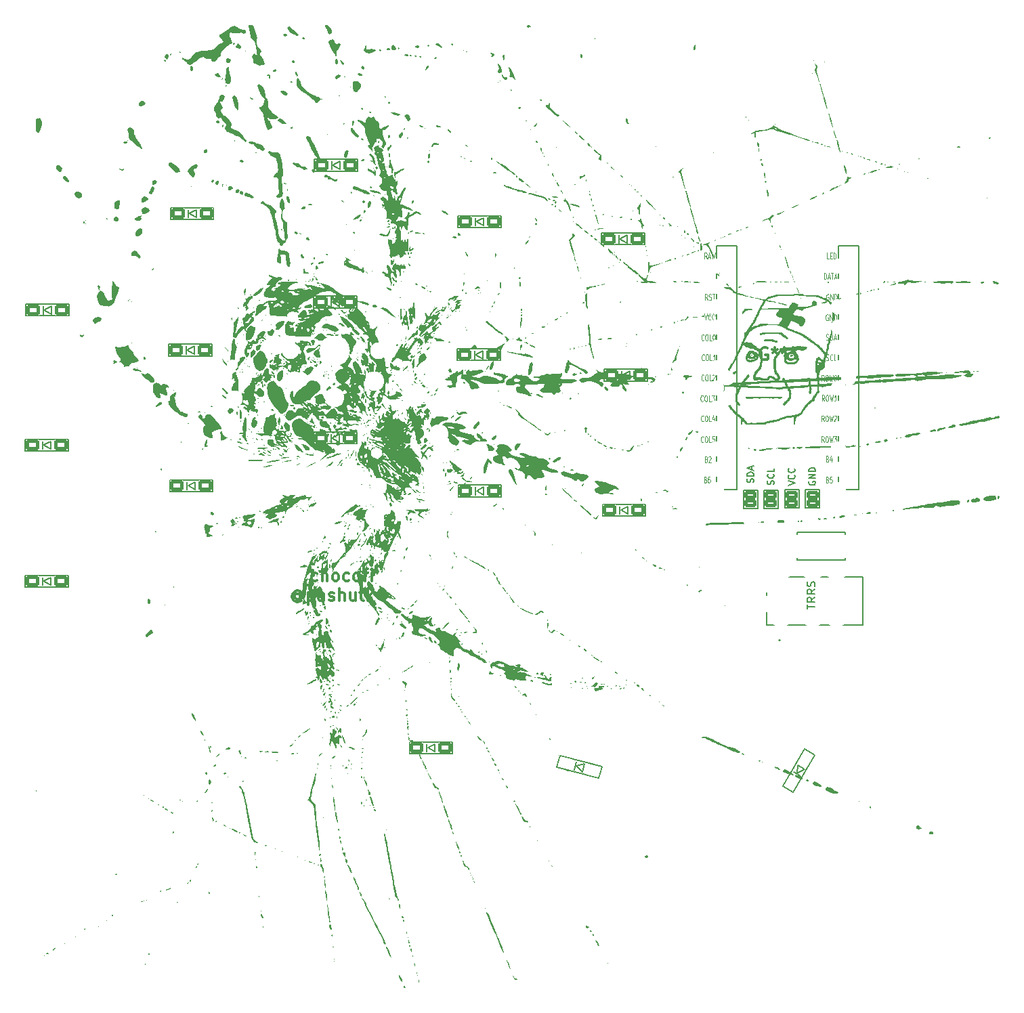
<source format=gto>
G04 #@! TF.GenerationSoftware,KiCad,Pcbnew,6.99.0-a9ca49a600~144~ubuntu20.04.1*
G04 #@! TF.CreationDate,2021-12-26T21:29:04+02:00*
G04 #@! TF.ProjectId,chocofi,63686f63-6f66-4692-9e6b-696361645f70,2.1*
G04 #@! TF.SameCoordinates,Original*
G04 #@! TF.FileFunction,Legend,Top*
G04 #@! TF.FilePolarity,Positive*
%FSLAX46Y46*%
G04 Gerber Fmt 4.6, Leading zero omitted, Abs format (unit mm)*
G04 Created by KiCad (PCBNEW 6.99.0-a9ca49a600~144~ubuntu20.04.1) date 2021-12-26 21:29:04*
%MOMM*%
%LPD*%
G01*
G04 APERTURE LIST*
G04 Aperture macros list*
%AMRoundRect*
0 Rectangle with rounded corners*
0 $1 Rounding radius*
0 $2 $3 $4 $5 $6 $7 $8 $9 X,Y pos of 4 corners*
0 Add a 4 corners polygon primitive as box body*
4,1,4,$2,$3,$4,$5,$6,$7,$8,$9,$2,$3,0*
0 Add four circle primitives for the rounded corners*
1,1,$1+$1,$2,$3*
1,1,$1+$1,$4,$5*
1,1,$1+$1,$6,$7*
1,1,$1+$1,$8,$9*
0 Add four rect primitives between the rounded corners*
20,1,$1+$1,$2,$3,$4,$5,0*
20,1,$1+$1,$4,$5,$6,$7,0*
20,1,$1+$1,$6,$7,$8,$9,0*
20,1,$1+$1,$8,$9,$2,$3,0*%
G04 Aperture macros list end*
%ADD10C,0.300000*%
%ADD11C,0.150000*%
%ADD12C,0.125000*%
%ADD13C,1.200000*%
%ADD14O,2.500000X1.700000*%
%ADD15C,1.524000*%
%ADD16C,1.397000*%
%ADD17C,2.000000*%
%ADD18RoundRect,0.200000X-0.650000X-0.475000X0.650000X-0.475000X0.650000X0.475000X-0.650000X0.475000X0*%
%ADD19RoundRect,0.200000X-0.750791X-0.290582X0.504913X-0.627047X0.750791X0.290582X-0.504913X0.627047X0*%
%ADD20RoundRect,0.200000X0.086362X-0.800417X0.736362X0.325417X-0.086362X0.800417X-0.736362X-0.325417X0*%
%ADD21C,1.600000*%
%ADD22O,2.900000X2.100000*%
%ADD23C,1.390600*%
%ADD24C,2.101800*%
%ADD25C,3.829000*%
%ADD26C,2.432000*%
%ADD27C,1.924000*%
%ADD28RoundRect,0.200000X-0.571500X0.317500X-0.571500X-0.317500X0.571500X-0.317500X0.571500X0.317500X0*%
%ADD29C,1.797000*%
%ADD30C,2.400000*%
%ADD31C,4.400000*%
G04 APERTURE END LIST*
D10*
X119710714Y-98149642D02*
X119567857Y-98221071D01*
X119282142Y-98221071D01*
X119139285Y-98149642D01*
X119067857Y-98078214D01*
X118996428Y-97935357D01*
X118996428Y-97506785D01*
X119067857Y-97363928D01*
X119139285Y-97292500D01*
X119282142Y-97221071D01*
X119567857Y-97221071D01*
X119710714Y-97292500D01*
X120353571Y-98221071D02*
X120353571Y-96721071D01*
X120996428Y-98221071D02*
X120996428Y-97435357D01*
X120925000Y-97292500D01*
X120782142Y-97221071D01*
X120567857Y-97221071D01*
X120425000Y-97292500D01*
X120353571Y-97363928D01*
X121925000Y-98221071D02*
X121782142Y-98149642D01*
X121710714Y-98078214D01*
X121639285Y-97935357D01*
X121639285Y-97506785D01*
X121710714Y-97363928D01*
X121782142Y-97292500D01*
X121925000Y-97221071D01*
X122139285Y-97221071D01*
X122282142Y-97292500D01*
X122353571Y-97363928D01*
X122425000Y-97506785D01*
X122425000Y-97935357D01*
X122353571Y-98078214D01*
X122282142Y-98149642D01*
X122139285Y-98221071D01*
X121925000Y-98221071D01*
X123710714Y-98149642D02*
X123567857Y-98221071D01*
X123282142Y-98221071D01*
X123139285Y-98149642D01*
X123067857Y-98078214D01*
X122996428Y-97935357D01*
X122996428Y-97506785D01*
X123067857Y-97363928D01*
X123139285Y-97292500D01*
X123282142Y-97221071D01*
X123567857Y-97221071D01*
X123710714Y-97292500D01*
X124567857Y-98221071D02*
X124425000Y-98149642D01*
X124353571Y-98078214D01*
X124282142Y-97935357D01*
X124282142Y-97506785D01*
X124353571Y-97363928D01*
X124425000Y-97292500D01*
X124567857Y-97221071D01*
X124782142Y-97221071D01*
X124925000Y-97292500D01*
X124996428Y-97363928D01*
X125067857Y-97506785D01*
X125067857Y-97935357D01*
X124996428Y-98078214D01*
X124925000Y-98149642D01*
X124782142Y-98221071D01*
X124567857Y-98221071D01*
X125496428Y-97221071D02*
X126067857Y-97221071D01*
X125710714Y-98221071D02*
X125710714Y-96935357D01*
X125782142Y-96792500D01*
X125925000Y-96721071D01*
X126067857Y-96721071D01*
X126567857Y-98221071D02*
X126567857Y-97221071D01*
X126567857Y-96721071D02*
X126496428Y-96792500D01*
X126567857Y-96863928D01*
X126639285Y-96792500D01*
X126567857Y-96721071D01*
X126567857Y-96863928D01*
X117567857Y-99921785D02*
X117496428Y-99850357D01*
X117353571Y-99778928D01*
X117210714Y-99778928D01*
X117067857Y-99850357D01*
X116996428Y-99921785D01*
X116925000Y-100064642D01*
X116925000Y-100207500D01*
X116996428Y-100350357D01*
X117067857Y-100421785D01*
X117210714Y-100493214D01*
X117353571Y-100493214D01*
X117496428Y-100421785D01*
X117567857Y-100350357D01*
X117567857Y-99778928D02*
X117567857Y-100350357D01*
X117639285Y-100421785D01*
X117710714Y-100421785D01*
X117853571Y-100350357D01*
X117925000Y-100207500D01*
X117925000Y-99850357D01*
X117782142Y-99636071D01*
X117567857Y-99493214D01*
X117282142Y-99421785D01*
X116996428Y-99493214D01*
X116782142Y-99636071D01*
X116639285Y-99850357D01*
X116567857Y-100136071D01*
X116639285Y-100421785D01*
X116782142Y-100636071D01*
X116996428Y-100778928D01*
X117282142Y-100850357D01*
X117567857Y-100778928D01*
X117782142Y-100636071D01*
X118567857Y-99636071D02*
X118567857Y-101136071D01*
X118567857Y-99707500D02*
X118710714Y-99636071D01*
X118996428Y-99636071D01*
X119139285Y-99707500D01*
X119210714Y-99778928D01*
X119282142Y-99921785D01*
X119282142Y-100350357D01*
X119210714Y-100493214D01*
X119139285Y-100564642D01*
X118996428Y-100636071D01*
X118710714Y-100636071D01*
X118567857Y-100564642D01*
X120567857Y-100636071D02*
X120567857Y-99850357D01*
X120496428Y-99707500D01*
X120353571Y-99636071D01*
X120067857Y-99636071D01*
X119925000Y-99707500D01*
X120567857Y-100564642D02*
X120425000Y-100636071D01*
X120067857Y-100636071D01*
X119925000Y-100564642D01*
X119853571Y-100421785D01*
X119853571Y-100278928D01*
X119925000Y-100136071D01*
X120067857Y-100064642D01*
X120425000Y-100064642D01*
X120567857Y-99993214D01*
X121210714Y-100564642D02*
X121353571Y-100636071D01*
X121639285Y-100636071D01*
X121782142Y-100564642D01*
X121853571Y-100421785D01*
X121853571Y-100350357D01*
X121782142Y-100207500D01*
X121639285Y-100136071D01*
X121425000Y-100136071D01*
X121282142Y-100064642D01*
X121210714Y-99921785D01*
X121210714Y-99850357D01*
X121282142Y-99707500D01*
X121425000Y-99636071D01*
X121639285Y-99636071D01*
X121782142Y-99707500D01*
X122496428Y-100636071D02*
X122496428Y-99136071D01*
X123139285Y-100636071D02*
X123139285Y-99850357D01*
X123067857Y-99707500D01*
X122925000Y-99636071D01*
X122710714Y-99636071D01*
X122567857Y-99707500D01*
X122496428Y-99778928D01*
X124496428Y-99636071D02*
X124496428Y-100636071D01*
X123853571Y-99636071D02*
X123853571Y-100421785D01*
X123925000Y-100564642D01*
X124067857Y-100636071D01*
X124282142Y-100636071D01*
X124425000Y-100564642D01*
X124496428Y-100493214D01*
X124996428Y-99636071D02*
X125567857Y-99636071D01*
X125210714Y-99136071D02*
X125210714Y-100421785D01*
X125282142Y-100564642D01*
X125425000Y-100636071D01*
X125567857Y-100636071D01*
X126067857Y-100636071D02*
X126067857Y-99136071D01*
X126210714Y-100064642D02*
X126639285Y-100636071D01*
X126639285Y-99636071D02*
X126067857Y-100207500D01*
D11*
X180962380Y-101722904D02*
X180962380Y-101151476D01*
X181962380Y-101437190D02*
X180962380Y-101437190D01*
X181962380Y-100246714D02*
X181486190Y-100580047D01*
X181962380Y-100818142D02*
X180962380Y-100818142D01*
X180962380Y-100437190D01*
X181010000Y-100341952D01*
X181057619Y-100294333D01*
X181152857Y-100246714D01*
X181295714Y-100246714D01*
X181390952Y-100294333D01*
X181438571Y-100341952D01*
X181486190Y-100437190D01*
X181486190Y-100818142D01*
X181962380Y-99246714D02*
X181486190Y-99580047D01*
X181962380Y-99818142D02*
X180962380Y-99818142D01*
X180962380Y-99437190D01*
X181010000Y-99341952D01*
X181057619Y-99294333D01*
X181152857Y-99246714D01*
X181295714Y-99246714D01*
X181390952Y-99294333D01*
X181438571Y-99341952D01*
X181486190Y-99437190D01*
X181486190Y-99818142D01*
X181914761Y-98865761D02*
X181962380Y-98722904D01*
X181962380Y-98484809D01*
X181914761Y-98389571D01*
X181867142Y-98341952D01*
X181771904Y-98294333D01*
X181676666Y-98294333D01*
X181581428Y-98341952D01*
X181533809Y-98389571D01*
X181486190Y-98484809D01*
X181438571Y-98675285D01*
X181390952Y-98770523D01*
X181343333Y-98818142D01*
X181248095Y-98865761D01*
X181152857Y-98865761D01*
X181057619Y-98818142D01*
X181010000Y-98770523D01*
X180962380Y-98675285D01*
X180962380Y-98437190D01*
X181010000Y-98294333D01*
D12*
X168520690Y-63083185D02*
X168354023Y-62726042D01*
X168234976Y-63083185D02*
X168234976Y-62333185D01*
X168425452Y-62333185D01*
X168473071Y-62368900D01*
X168496880Y-62404614D01*
X168520690Y-62476042D01*
X168520690Y-62583185D01*
X168496880Y-62654614D01*
X168473071Y-62690328D01*
X168425452Y-62726042D01*
X168234976Y-62726042D01*
X168711166Y-63047471D02*
X168782595Y-63083185D01*
X168901642Y-63083185D01*
X168949261Y-63047471D01*
X168973071Y-63011757D01*
X168996880Y-62940328D01*
X168996880Y-62868900D01*
X168973071Y-62797471D01*
X168949261Y-62761757D01*
X168901642Y-62726042D01*
X168806404Y-62690328D01*
X168758785Y-62654614D01*
X168734976Y-62618900D01*
X168711166Y-62547471D01*
X168711166Y-62476042D01*
X168734976Y-62404614D01*
X168758785Y-62368900D01*
X168806404Y-62333185D01*
X168925452Y-62333185D01*
X168996880Y-62368900D01*
X169139738Y-62333185D02*
X169425452Y-62333185D01*
X169282595Y-63083185D02*
X169282595Y-62333185D01*
X183129047Y-75719685D02*
X182962380Y-75362542D01*
X182843333Y-75719685D02*
X182843333Y-74969685D01*
X183033809Y-74969685D01*
X183081428Y-75005400D01*
X183105238Y-75041114D01*
X183129047Y-75112542D01*
X183129047Y-75219685D01*
X183105238Y-75291114D01*
X183081428Y-75326828D01*
X183033809Y-75362542D01*
X182843333Y-75362542D01*
X183438571Y-74969685D02*
X183533809Y-74969685D01*
X183581428Y-75005400D01*
X183629047Y-75076828D01*
X183652857Y-75219685D01*
X183652857Y-75469685D01*
X183629047Y-75612542D01*
X183581428Y-75683971D01*
X183533809Y-75719685D01*
X183438571Y-75719685D01*
X183390952Y-75683971D01*
X183343333Y-75612542D01*
X183319523Y-75469685D01*
X183319523Y-75219685D01*
X183343333Y-75076828D01*
X183390952Y-75005400D01*
X183438571Y-74969685D01*
X183819523Y-74969685D02*
X183938571Y-75719685D01*
X184033809Y-75183971D01*
X184129047Y-75719685D01*
X184248095Y-74969685D01*
X184700476Y-75719685D02*
X184414761Y-75719685D01*
X184557619Y-75719685D02*
X184557619Y-74969685D01*
X184510000Y-75076828D01*
X184462380Y-75148257D01*
X184414761Y-75183971D01*
X168012380Y-80791757D02*
X167988571Y-80827471D01*
X167917142Y-80863185D01*
X167869523Y-80863185D01*
X167798095Y-80827471D01*
X167750476Y-80756042D01*
X167726666Y-80684614D01*
X167702857Y-80541757D01*
X167702857Y-80434614D01*
X167726666Y-80291757D01*
X167750476Y-80220328D01*
X167798095Y-80148900D01*
X167869523Y-80113185D01*
X167917142Y-80113185D01*
X167988571Y-80148900D01*
X168012380Y-80184614D01*
X168321904Y-80113185D02*
X168417142Y-80113185D01*
X168464761Y-80148900D01*
X168512380Y-80220328D01*
X168536190Y-80363185D01*
X168536190Y-80613185D01*
X168512380Y-80756042D01*
X168464761Y-80827471D01*
X168417142Y-80863185D01*
X168321904Y-80863185D01*
X168274285Y-80827471D01*
X168226666Y-80756042D01*
X168202857Y-80613185D01*
X168202857Y-80363185D01*
X168226666Y-80220328D01*
X168274285Y-80148900D01*
X168321904Y-80113185D01*
X168988571Y-80863185D02*
X168750476Y-80863185D01*
X168750476Y-80113185D01*
X169393333Y-80113185D02*
X169155238Y-80113185D01*
X169131428Y-80470328D01*
X169155238Y-80434614D01*
X169202857Y-80398900D01*
X169321904Y-80398900D01*
X169369523Y-80434614D01*
X169393333Y-80470328D01*
X169417142Y-80541757D01*
X169417142Y-80720328D01*
X169393333Y-80791757D01*
X169369523Y-80827471D01*
X169321904Y-80863185D01*
X169202857Y-80863185D01*
X169155238Y-80827471D01*
X169131428Y-80791757D01*
X183079047Y-80863185D02*
X182912380Y-80506042D01*
X182793333Y-80863185D02*
X182793333Y-80113185D01*
X182983809Y-80113185D01*
X183031428Y-80148900D01*
X183055238Y-80184614D01*
X183079047Y-80256042D01*
X183079047Y-80363185D01*
X183055238Y-80434614D01*
X183031428Y-80470328D01*
X182983809Y-80506042D01*
X182793333Y-80506042D01*
X183388571Y-80113185D02*
X183483809Y-80113185D01*
X183531428Y-80148900D01*
X183579047Y-80220328D01*
X183602857Y-80363185D01*
X183602857Y-80613185D01*
X183579047Y-80756042D01*
X183531428Y-80827471D01*
X183483809Y-80863185D01*
X183388571Y-80863185D01*
X183340952Y-80827471D01*
X183293333Y-80756042D01*
X183269523Y-80613185D01*
X183269523Y-80363185D01*
X183293333Y-80220328D01*
X183340952Y-80148900D01*
X183388571Y-80113185D01*
X183769523Y-80113185D02*
X183888571Y-80863185D01*
X183983809Y-80327471D01*
X184079047Y-80863185D01*
X184198095Y-80113185D01*
X184340952Y-80113185D02*
X184650476Y-80113185D01*
X184483809Y-80398900D01*
X184555238Y-80398900D01*
X184602857Y-80434614D01*
X184626666Y-80470328D01*
X184650476Y-80541757D01*
X184650476Y-80720328D01*
X184626666Y-80791757D01*
X184602857Y-80827471D01*
X184555238Y-80863185D01*
X184412380Y-80863185D01*
X184364761Y-80827471D01*
X184340952Y-80791757D01*
X168012380Y-78196257D02*
X167988571Y-78231971D01*
X167917142Y-78267685D01*
X167869523Y-78267685D01*
X167798095Y-78231971D01*
X167750476Y-78160542D01*
X167726666Y-78089114D01*
X167702857Y-77946257D01*
X167702857Y-77839114D01*
X167726666Y-77696257D01*
X167750476Y-77624828D01*
X167798095Y-77553400D01*
X167869523Y-77517685D01*
X167917142Y-77517685D01*
X167988571Y-77553400D01*
X168012380Y-77589114D01*
X168321904Y-77517685D02*
X168417142Y-77517685D01*
X168464761Y-77553400D01*
X168512380Y-77624828D01*
X168536190Y-77767685D01*
X168536190Y-78017685D01*
X168512380Y-78160542D01*
X168464761Y-78231971D01*
X168417142Y-78267685D01*
X168321904Y-78267685D01*
X168274285Y-78231971D01*
X168226666Y-78160542D01*
X168202857Y-78017685D01*
X168202857Y-77767685D01*
X168226666Y-77624828D01*
X168274285Y-77553400D01*
X168321904Y-77517685D01*
X168988571Y-78267685D02*
X168750476Y-78267685D01*
X168750476Y-77517685D01*
X169369523Y-77767685D02*
X169369523Y-78267685D01*
X169250476Y-77481971D02*
X169131428Y-78017685D01*
X169440952Y-78017685D01*
X183590047Y-64908900D02*
X183542428Y-64873185D01*
X183471000Y-64873185D01*
X183399571Y-64908900D01*
X183351952Y-64980328D01*
X183328142Y-65051757D01*
X183304333Y-65194614D01*
X183304333Y-65301757D01*
X183328142Y-65444614D01*
X183351952Y-65516042D01*
X183399571Y-65587471D01*
X183471000Y-65623185D01*
X183518619Y-65623185D01*
X183590047Y-65587471D01*
X183613857Y-65551757D01*
X183613857Y-65301757D01*
X183518619Y-65301757D01*
X183828142Y-65623185D02*
X183828142Y-64873185D01*
X184113857Y-65623185D01*
X184113857Y-64873185D01*
X184351952Y-65623185D02*
X184351952Y-64873185D01*
X184471000Y-64873185D01*
X184542428Y-64908900D01*
X184590047Y-64980328D01*
X184613857Y-65051757D01*
X184637666Y-65194614D01*
X184637666Y-65301757D01*
X184613857Y-65444614D01*
X184590047Y-65516042D01*
X184542428Y-65587471D01*
X184471000Y-65623185D01*
X184351952Y-65623185D01*
X183110000Y-60467685D02*
X183110000Y-59717685D01*
X183229047Y-59717685D01*
X183300476Y-59753400D01*
X183348095Y-59824828D01*
X183371904Y-59896257D01*
X183395714Y-60039114D01*
X183395714Y-60146257D01*
X183371904Y-60289114D01*
X183348095Y-60360542D01*
X183300476Y-60431971D01*
X183229047Y-60467685D01*
X183110000Y-60467685D01*
X183586190Y-60253400D02*
X183824285Y-60253400D01*
X183538571Y-60467685D02*
X183705238Y-59717685D01*
X183871904Y-60467685D01*
X183967142Y-59717685D02*
X184252857Y-59717685D01*
X184110000Y-60467685D02*
X184110000Y-59717685D01*
X184395714Y-60253400D02*
X184633809Y-60253400D01*
X184348095Y-60467685D02*
X184514761Y-59717685D01*
X184681428Y-60467685D01*
X168062380Y-73108257D02*
X168038571Y-73143971D01*
X167967142Y-73179685D01*
X167919523Y-73179685D01*
X167848095Y-73143971D01*
X167800476Y-73072542D01*
X167776666Y-73001114D01*
X167752857Y-72858257D01*
X167752857Y-72751114D01*
X167776666Y-72608257D01*
X167800476Y-72536828D01*
X167848095Y-72465400D01*
X167919523Y-72429685D01*
X167967142Y-72429685D01*
X168038571Y-72465400D01*
X168062380Y-72501114D01*
X168371904Y-72429685D02*
X168467142Y-72429685D01*
X168514761Y-72465400D01*
X168562380Y-72536828D01*
X168586190Y-72679685D01*
X168586190Y-72929685D01*
X168562380Y-73072542D01*
X168514761Y-73143971D01*
X168467142Y-73179685D01*
X168371904Y-73179685D01*
X168324285Y-73143971D01*
X168276666Y-73072542D01*
X168252857Y-72929685D01*
X168252857Y-72679685D01*
X168276666Y-72536828D01*
X168324285Y-72465400D01*
X168371904Y-72429685D01*
X169038571Y-73179685D02*
X168800476Y-73179685D01*
X168800476Y-72429685D01*
X169181428Y-72501114D02*
X169205238Y-72465400D01*
X169252857Y-72429685D01*
X169371904Y-72429685D01*
X169419523Y-72465400D01*
X169443333Y-72501114D01*
X169467142Y-72572542D01*
X169467142Y-72643971D01*
X169443333Y-72751114D01*
X169157619Y-73179685D01*
X169467142Y-73179685D01*
X168127833Y-64809685D02*
X168294500Y-65559685D01*
X168461166Y-64809685D01*
X168913547Y-65488257D02*
X168889738Y-65523971D01*
X168818309Y-65559685D01*
X168770690Y-65559685D01*
X168699261Y-65523971D01*
X168651642Y-65452542D01*
X168627833Y-65381114D01*
X168604023Y-65238257D01*
X168604023Y-65131114D01*
X168627833Y-64988257D01*
X168651642Y-64916828D01*
X168699261Y-64845400D01*
X168770690Y-64809685D01*
X168818309Y-64809685D01*
X168889738Y-64845400D01*
X168913547Y-64881114D01*
X169413547Y-65488257D02*
X169389738Y-65523971D01*
X169318309Y-65559685D01*
X169270690Y-65559685D01*
X169199261Y-65523971D01*
X169151642Y-65452542D01*
X169127833Y-65381114D01*
X169104023Y-65238257D01*
X169104023Y-65131114D01*
X169127833Y-64988257D01*
X169151642Y-64916828D01*
X169199261Y-64845400D01*
X169270690Y-64809685D01*
X169318309Y-64809685D01*
X169389738Y-64845400D01*
X169413547Y-64881114D01*
X168257619Y-85524828D02*
X168329047Y-85560542D01*
X168352857Y-85596257D01*
X168376666Y-85667685D01*
X168376666Y-85774828D01*
X168352857Y-85846257D01*
X168329047Y-85881971D01*
X168281428Y-85917685D01*
X168090952Y-85917685D01*
X168090952Y-85167685D01*
X168257619Y-85167685D01*
X168305238Y-85203400D01*
X168329047Y-85239114D01*
X168352857Y-85310542D01*
X168352857Y-85381971D01*
X168329047Y-85453400D01*
X168305238Y-85489114D01*
X168257619Y-85524828D01*
X168090952Y-85524828D01*
X168805238Y-85167685D02*
X168710000Y-85167685D01*
X168662380Y-85203400D01*
X168638571Y-85239114D01*
X168590952Y-85346257D01*
X168567142Y-85489114D01*
X168567142Y-85774828D01*
X168590952Y-85846257D01*
X168614761Y-85881971D01*
X168662380Y-85917685D01*
X168757619Y-85917685D01*
X168805238Y-85881971D01*
X168829047Y-85846257D01*
X168852857Y-85774828D01*
X168852857Y-85596257D01*
X168829047Y-85524828D01*
X168805238Y-85489114D01*
X168757619Y-85453400D01*
X168662380Y-85453400D01*
X168614761Y-85489114D01*
X168590952Y-85524828D01*
X168567142Y-85596257D01*
X168449261Y-57939685D02*
X168282595Y-57582542D01*
X168163547Y-57939685D02*
X168163547Y-57189685D01*
X168354023Y-57189685D01*
X168401642Y-57225400D01*
X168425452Y-57261114D01*
X168449261Y-57332542D01*
X168449261Y-57439685D01*
X168425452Y-57511114D01*
X168401642Y-57546828D01*
X168354023Y-57582542D01*
X168163547Y-57582542D01*
X168639738Y-57725400D02*
X168877833Y-57725400D01*
X168592119Y-57939685D02*
X168758785Y-57189685D01*
X168925452Y-57939685D01*
X169044500Y-57189685D02*
X169163547Y-57939685D01*
X169258785Y-57403971D01*
X169354023Y-57939685D01*
X169473071Y-57189685D01*
X183375761Y-70603971D02*
X183447190Y-70639685D01*
X183566238Y-70639685D01*
X183613857Y-70603971D01*
X183637666Y-70568257D01*
X183661476Y-70496828D01*
X183661476Y-70425400D01*
X183637666Y-70353971D01*
X183613857Y-70318257D01*
X183566238Y-70282542D01*
X183471000Y-70246828D01*
X183423380Y-70211114D01*
X183399571Y-70175400D01*
X183375761Y-70103971D01*
X183375761Y-70032542D01*
X183399571Y-69961114D01*
X183423380Y-69925400D01*
X183471000Y-69889685D01*
X183590047Y-69889685D01*
X183661476Y-69925400D01*
X184161476Y-70568257D02*
X184137666Y-70603971D01*
X184066238Y-70639685D01*
X184018619Y-70639685D01*
X183947190Y-70603971D01*
X183899571Y-70532542D01*
X183875761Y-70461114D01*
X183851952Y-70318257D01*
X183851952Y-70211114D01*
X183875761Y-70068257D01*
X183899571Y-69996828D01*
X183947190Y-69925400D01*
X184018619Y-69889685D01*
X184066238Y-69889685D01*
X184137666Y-69925400D01*
X184161476Y-69961114D01*
X184613857Y-70639685D02*
X184375761Y-70639685D01*
X184375761Y-69889685D01*
X183590047Y-64908900D02*
X183542428Y-64873185D01*
X183471000Y-64873185D01*
X183399571Y-64908900D01*
X183351952Y-64980328D01*
X183328142Y-65051757D01*
X183304333Y-65194614D01*
X183304333Y-65301757D01*
X183328142Y-65444614D01*
X183351952Y-65516042D01*
X183399571Y-65587471D01*
X183471000Y-65623185D01*
X183518619Y-65623185D01*
X183590047Y-65587471D01*
X183613857Y-65551757D01*
X183613857Y-65301757D01*
X183518619Y-65301757D01*
X183828142Y-65623185D02*
X183828142Y-64873185D01*
X184113857Y-65623185D01*
X184113857Y-64873185D01*
X184351952Y-65623185D02*
X184351952Y-64873185D01*
X184471000Y-64873185D01*
X184542428Y-64908900D01*
X184590047Y-64980328D01*
X184613857Y-65051757D01*
X184637666Y-65194614D01*
X184637666Y-65301757D01*
X184613857Y-65444614D01*
X184590047Y-65516042D01*
X184542428Y-65587471D01*
X184471000Y-65623185D01*
X184351952Y-65623185D01*
X183363857Y-68063971D02*
X183435285Y-68099685D01*
X183554333Y-68099685D01*
X183601952Y-68063971D01*
X183625761Y-68028257D01*
X183649571Y-67956828D01*
X183649571Y-67885400D01*
X183625761Y-67813971D01*
X183601952Y-67778257D01*
X183554333Y-67742542D01*
X183459095Y-67706828D01*
X183411476Y-67671114D01*
X183387666Y-67635400D01*
X183363857Y-67563971D01*
X183363857Y-67492542D01*
X183387666Y-67421114D01*
X183411476Y-67385400D01*
X183459095Y-67349685D01*
X183578142Y-67349685D01*
X183649571Y-67385400D01*
X183863857Y-68099685D02*
X183863857Y-67349685D01*
X183982904Y-67349685D01*
X184054333Y-67385400D01*
X184101952Y-67456828D01*
X184125761Y-67528257D01*
X184149571Y-67671114D01*
X184149571Y-67778257D01*
X184125761Y-67921114D01*
X184101952Y-67992542D01*
X184054333Y-68063971D01*
X183982904Y-68099685D01*
X183863857Y-68099685D01*
X184340047Y-67885400D02*
X184578142Y-67885400D01*
X184292428Y-68099685D02*
X184459095Y-67349685D01*
X184625761Y-68099685D01*
X183507619Y-82946828D02*
X183579047Y-82982542D01*
X183602857Y-83018257D01*
X183626666Y-83089685D01*
X183626666Y-83196828D01*
X183602857Y-83268257D01*
X183579047Y-83303971D01*
X183531428Y-83339685D01*
X183340952Y-83339685D01*
X183340952Y-82589685D01*
X183507619Y-82589685D01*
X183555238Y-82625400D01*
X183579047Y-82661114D01*
X183602857Y-82732542D01*
X183602857Y-82803971D01*
X183579047Y-82875400D01*
X183555238Y-82911114D01*
X183507619Y-82946828D01*
X183340952Y-82946828D01*
X184055238Y-82839685D02*
X184055238Y-83339685D01*
X183936190Y-82553971D02*
X183817142Y-83089685D01*
X184126666Y-83089685D01*
X183507619Y-85550328D02*
X183579047Y-85586042D01*
X183602857Y-85621757D01*
X183626666Y-85693185D01*
X183626666Y-85800328D01*
X183602857Y-85871757D01*
X183579047Y-85907471D01*
X183531428Y-85943185D01*
X183340952Y-85943185D01*
X183340952Y-85193185D01*
X183507619Y-85193185D01*
X183555238Y-85228900D01*
X183579047Y-85264614D01*
X183602857Y-85336042D01*
X183602857Y-85407471D01*
X183579047Y-85478900D01*
X183555238Y-85514614D01*
X183507619Y-85550328D01*
X183340952Y-85550328D01*
X184079047Y-85193185D02*
X183840952Y-85193185D01*
X183817142Y-85550328D01*
X183840952Y-85514614D01*
X183888571Y-85478900D01*
X184007619Y-85478900D01*
X184055238Y-85514614D01*
X184079047Y-85550328D01*
X184102857Y-85621757D01*
X184102857Y-85800328D01*
X184079047Y-85871757D01*
X184055238Y-85907471D01*
X184007619Y-85943185D01*
X183888571Y-85943185D01*
X183840952Y-85907471D01*
X183817142Y-85871757D01*
X168062380Y-68046257D02*
X168038571Y-68081971D01*
X167967142Y-68117685D01*
X167919523Y-68117685D01*
X167848095Y-68081971D01*
X167800476Y-68010542D01*
X167776666Y-67939114D01*
X167752857Y-67796257D01*
X167752857Y-67689114D01*
X167776666Y-67546257D01*
X167800476Y-67474828D01*
X167848095Y-67403400D01*
X167919523Y-67367685D01*
X167967142Y-67367685D01*
X168038571Y-67403400D01*
X168062380Y-67439114D01*
X168371904Y-67367685D02*
X168467142Y-67367685D01*
X168514761Y-67403400D01*
X168562380Y-67474828D01*
X168586190Y-67617685D01*
X168586190Y-67867685D01*
X168562380Y-68010542D01*
X168514761Y-68081971D01*
X168467142Y-68117685D01*
X168371904Y-68117685D01*
X168324285Y-68081971D01*
X168276666Y-68010542D01*
X168252857Y-67867685D01*
X168252857Y-67617685D01*
X168276666Y-67474828D01*
X168324285Y-67403400D01*
X168371904Y-67367685D01*
X169038571Y-68117685D02*
X168800476Y-68117685D01*
X168800476Y-67367685D01*
X169300476Y-67367685D02*
X169348095Y-67367685D01*
X169395714Y-67403400D01*
X169419523Y-67439114D01*
X169443333Y-67510542D01*
X169467142Y-67653400D01*
X169467142Y-67831971D01*
X169443333Y-67974828D01*
X169419523Y-68046257D01*
X169395714Y-68081971D01*
X169348095Y-68117685D01*
X169300476Y-68117685D01*
X169252857Y-68081971D01*
X169229047Y-68046257D01*
X169205238Y-67974828D01*
X169181428Y-67831971D01*
X169181428Y-67653400D01*
X169205238Y-67510542D01*
X169229047Y-67439114D01*
X169252857Y-67403400D01*
X169300476Y-67367685D01*
X167962380Y-75696257D02*
X167938571Y-75731971D01*
X167867142Y-75767685D01*
X167819523Y-75767685D01*
X167748095Y-75731971D01*
X167700476Y-75660542D01*
X167676666Y-75589114D01*
X167652857Y-75446257D01*
X167652857Y-75339114D01*
X167676666Y-75196257D01*
X167700476Y-75124828D01*
X167748095Y-75053400D01*
X167819523Y-75017685D01*
X167867142Y-75017685D01*
X167938571Y-75053400D01*
X167962380Y-75089114D01*
X168271904Y-75017685D02*
X168367142Y-75017685D01*
X168414761Y-75053400D01*
X168462380Y-75124828D01*
X168486190Y-75267685D01*
X168486190Y-75517685D01*
X168462380Y-75660542D01*
X168414761Y-75731971D01*
X168367142Y-75767685D01*
X168271904Y-75767685D01*
X168224285Y-75731971D01*
X168176666Y-75660542D01*
X168152857Y-75517685D01*
X168152857Y-75267685D01*
X168176666Y-75124828D01*
X168224285Y-75053400D01*
X168271904Y-75017685D01*
X168938571Y-75767685D02*
X168700476Y-75767685D01*
X168700476Y-75017685D01*
X169057619Y-75017685D02*
X169367142Y-75017685D01*
X169200476Y-75303400D01*
X169271904Y-75303400D01*
X169319523Y-75339114D01*
X169343333Y-75374828D01*
X169367142Y-75446257D01*
X169367142Y-75624828D01*
X169343333Y-75696257D01*
X169319523Y-75731971D01*
X169271904Y-75767685D01*
X169129047Y-75767685D01*
X169081428Y-75731971D01*
X169057619Y-75696257D01*
X183079047Y-78267685D02*
X182912380Y-77910542D01*
X182793333Y-78267685D02*
X182793333Y-77517685D01*
X182983809Y-77517685D01*
X183031428Y-77553400D01*
X183055238Y-77589114D01*
X183079047Y-77660542D01*
X183079047Y-77767685D01*
X183055238Y-77839114D01*
X183031428Y-77874828D01*
X182983809Y-77910542D01*
X182793333Y-77910542D01*
X183388571Y-77517685D02*
X183483809Y-77517685D01*
X183531428Y-77553400D01*
X183579047Y-77624828D01*
X183602857Y-77767685D01*
X183602857Y-78017685D01*
X183579047Y-78160542D01*
X183531428Y-78231971D01*
X183483809Y-78267685D01*
X183388571Y-78267685D01*
X183340952Y-78231971D01*
X183293333Y-78160542D01*
X183269523Y-78017685D01*
X183269523Y-77767685D01*
X183293333Y-77624828D01*
X183340952Y-77553400D01*
X183388571Y-77517685D01*
X183769523Y-77517685D02*
X183888571Y-78267685D01*
X183983809Y-77731971D01*
X184079047Y-78267685D01*
X184198095Y-77517685D01*
X184364761Y-77589114D02*
X184388571Y-77553400D01*
X184436190Y-77517685D01*
X184555238Y-77517685D01*
X184602857Y-77553400D01*
X184626666Y-77589114D01*
X184650476Y-77660542D01*
X184650476Y-77731971D01*
X184626666Y-77839114D01*
X184340952Y-78267685D01*
X184650476Y-78267685D01*
X168357619Y-82974828D02*
X168429047Y-83010542D01*
X168452857Y-83046257D01*
X168476666Y-83117685D01*
X168476666Y-83224828D01*
X168452857Y-83296257D01*
X168429047Y-83331971D01*
X168381428Y-83367685D01*
X168190952Y-83367685D01*
X168190952Y-82617685D01*
X168357619Y-82617685D01*
X168405238Y-82653400D01*
X168429047Y-82689114D01*
X168452857Y-82760542D01*
X168452857Y-82831971D01*
X168429047Y-82903400D01*
X168405238Y-82939114D01*
X168357619Y-82974828D01*
X168190952Y-82974828D01*
X168667142Y-82689114D02*
X168690952Y-82653400D01*
X168738571Y-82617685D01*
X168857619Y-82617685D01*
X168905238Y-82653400D01*
X168929047Y-82689114D01*
X168952857Y-82760542D01*
X168952857Y-82831971D01*
X168929047Y-82939114D01*
X168643333Y-83367685D01*
X168952857Y-83367685D01*
X183079047Y-73217685D02*
X182912380Y-72860542D01*
X182793333Y-73217685D02*
X182793333Y-72467685D01*
X182983809Y-72467685D01*
X183031428Y-72503400D01*
X183055238Y-72539114D01*
X183079047Y-72610542D01*
X183079047Y-72717685D01*
X183055238Y-72789114D01*
X183031428Y-72824828D01*
X182983809Y-72860542D01*
X182793333Y-72860542D01*
X183388571Y-72467685D02*
X183483809Y-72467685D01*
X183531428Y-72503400D01*
X183579047Y-72574828D01*
X183602857Y-72717685D01*
X183602857Y-72967685D01*
X183579047Y-73110542D01*
X183531428Y-73181971D01*
X183483809Y-73217685D01*
X183388571Y-73217685D01*
X183340952Y-73181971D01*
X183293333Y-73110542D01*
X183269523Y-72967685D01*
X183269523Y-72717685D01*
X183293333Y-72574828D01*
X183340952Y-72503400D01*
X183388571Y-72467685D01*
X183769523Y-72467685D02*
X183888571Y-73217685D01*
X183983809Y-72681971D01*
X184079047Y-73217685D01*
X184198095Y-72467685D01*
X184483809Y-72467685D02*
X184531428Y-72467685D01*
X184579047Y-72503400D01*
X184602857Y-72539114D01*
X184626666Y-72610542D01*
X184650476Y-72753400D01*
X184650476Y-72931971D01*
X184626666Y-73074828D01*
X184602857Y-73146257D01*
X184579047Y-73181971D01*
X184531428Y-73217685D01*
X184483809Y-73217685D01*
X184436190Y-73181971D01*
X184412380Y-73146257D01*
X184388571Y-73074828D01*
X184364761Y-72931971D01*
X184364761Y-72753400D01*
X184388571Y-72610542D01*
X184412380Y-72539114D01*
X184436190Y-72503400D01*
X184483809Y-72467685D01*
X168112380Y-70568257D02*
X168088571Y-70603971D01*
X168017142Y-70639685D01*
X167969523Y-70639685D01*
X167898095Y-70603971D01*
X167850476Y-70532542D01*
X167826666Y-70461114D01*
X167802857Y-70318257D01*
X167802857Y-70211114D01*
X167826666Y-70068257D01*
X167850476Y-69996828D01*
X167898095Y-69925400D01*
X167969523Y-69889685D01*
X168017142Y-69889685D01*
X168088571Y-69925400D01*
X168112380Y-69961114D01*
X168421904Y-69889685D02*
X168517142Y-69889685D01*
X168564761Y-69925400D01*
X168612380Y-69996828D01*
X168636190Y-70139685D01*
X168636190Y-70389685D01*
X168612380Y-70532542D01*
X168564761Y-70603971D01*
X168517142Y-70639685D01*
X168421904Y-70639685D01*
X168374285Y-70603971D01*
X168326666Y-70532542D01*
X168302857Y-70389685D01*
X168302857Y-70139685D01*
X168326666Y-69996828D01*
X168374285Y-69925400D01*
X168421904Y-69889685D01*
X169088571Y-70639685D02*
X168850476Y-70639685D01*
X168850476Y-69889685D01*
X169517142Y-70639685D02*
X169231428Y-70639685D01*
X169374285Y-70639685D02*
X169374285Y-69889685D01*
X169326666Y-69996828D01*
X169279047Y-70068257D01*
X169231428Y-70103971D01*
X183688571Y-57939685D02*
X183450476Y-57939685D01*
X183450476Y-57189685D01*
X183855238Y-57546828D02*
X184021904Y-57546828D01*
X184093333Y-57939685D02*
X183855238Y-57939685D01*
X183855238Y-57189685D01*
X184093333Y-57189685D01*
X184307619Y-57939685D02*
X184307619Y-57189685D01*
X184426666Y-57189685D01*
X184498095Y-57225400D01*
X184545714Y-57296828D01*
X184569523Y-57368257D01*
X184593333Y-57511114D01*
X184593333Y-57618257D01*
X184569523Y-57761114D01*
X184545714Y-57832542D01*
X184498095Y-57903971D01*
X184426666Y-57939685D01*
X184307619Y-57939685D01*
X183653547Y-62368900D02*
X183605928Y-62333185D01*
X183534500Y-62333185D01*
X183463071Y-62368900D01*
X183415452Y-62440328D01*
X183391642Y-62511757D01*
X183367833Y-62654614D01*
X183367833Y-62761757D01*
X183391642Y-62904614D01*
X183415452Y-62976042D01*
X183463071Y-63047471D01*
X183534500Y-63083185D01*
X183582119Y-63083185D01*
X183653547Y-63047471D01*
X183677357Y-63011757D01*
X183677357Y-62761757D01*
X183582119Y-62761757D01*
X183891642Y-63083185D02*
X183891642Y-62333185D01*
X184177357Y-63083185D01*
X184177357Y-62333185D01*
X184415452Y-63083185D02*
X184415452Y-62333185D01*
X184534500Y-62333185D01*
X184605928Y-62368900D01*
X184653547Y-62440328D01*
X184677357Y-62511757D01*
X184701166Y-62654614D01*
X184701166Y-62761757D01*
X184677357Y-62904614D01*
X184653547Y-62976042D01*
X184605928Y-63047471D01*
X184534500Y-63083185D01*
X184415452Y-63083185D01*
D11*
X178624895Y-86238133D02*
X179437695Y-85967200D01*
X178624895Y-85696266D01*
X179360285Y-84960876D02*
X179398990Y-84999580D01*
X179437695Y-85115695D01*
X179437695Y-85193104D01*
X179398990Y-85309219D01*
X179321580Y-85386628D01*
X179244171Y-85425333D01*
X179089352Y-85464038D01*
X178973238Y-85464038D01*
X178818419Y-85425333D01*
X178741009Y-85386628D01*
X178663600Y-85309219D01*
X178624895Y-85193104D01*
X178624895Y-85115695D01*
X178663600Y-84999580D01*
X178702304Y-84960876D01*
X179360285Y-84148076D02*
X179398990Y-84186780D01*
X179437695Y-84302895D01*
X179437695Y-84380304D01*
X179398990Y-84496419D01*
X179321580Y-84573828D01*
X179244171Y-84612533D01*
X179089352Y-84651238D01*
X178973238Y-84651238D01*
X178818419Y-84612533D01*
X178741009Y-84573828D01*
X178663600Y-84496419D01*
X178624895Y-84380304D01*
X178624895Y-84302895D01*
X178663600Y-84186780D01*
X178702304Y-84148076D01*
X176798990Y-86142019D02*
X176837695Y-86025904D01*
X176837695Y-85832380D01*
X176798990Y-85754971D01*
X176760285Y-85716266D01*
X176682876Y-85677561D01*
X176605466Y-85677561D01*
X176528057Y-85716266D01*
X176489352Y-85754971D01*
X176450647Y-85832380D01*
X176411942Y-85987200D01*
X176373238Y-86064609D01*
X176334533Y-86103314D01*
X176257123Y-86142019D01*
X176179714Y-86142019D01*
X176102304Y-86103314D01*
X176063600Y-86064609D01*
X176024895Y-85987200D01*
X176024895Y-85793676D01*
X176063600Y-85677561D01*
X176760285Y-84864761D02*
X176798990Y-84903466D01*
X176837695Y-85019580D01*
X176837695Y-85096990D01*
X176798990Y-85213104D01*
X176721580Y-85290514D01*
X176644171Y-85329219D01*
X176489352Y-85367923D01*
X176373238Y-85367923D01*
X176218419Y-85329219D01*
X176141009Y-85290514D01*
X176063600Y-85213104D01*
X176024895Y-85096990D01*
X176024895Y-85019580D01*
X176063600Y-84903466D01*
X176102304Y-84864761D01*
X176837695Y-84129371D02*
X176837695Y-84516419D01*
X176024895Y-84516419D01*
X174258990Y-85881733D02*
X174297695Y-85765619D01*
X174297695Y-85572095D01*
X174258990Y-85494685D01*
X174220285Y-85455980D01*
X174142876Y-85417276D01*
X174065466Y-85417276D01*
X173988057Y-85455980D01*
X173949352Y-85494685D01*
X173910647Y-85572095D01*
X173871942Y-85726914D01*
X173833238Y-85804323D01*
X173794533Y-85843028D01*
X173717123Y-85881733D01*
X173639714Y-85881733D01*
X173562304Y-85843028D01*
X173523600Y-85804323D01*
X173484895Y-85726914D01*
X173484895Y-85533390D01*
X173523600Y-85417276D01*
X174297695Y-85068933D02*
X173484895Y-85068933D01*
X173484895Y-84875409D01*
X173523600Y-84759295D01*
X173601009Y-84681885D01*
X173678419Y-84643180D01*
X173833238Y-84604476D01*
X173949352Y-84604476D01*
X174104171Y-84643180D01*
X174181580Y-84681885D01*
X174258990Y-84759295D01*
X174297695Y-84875409D01*
X174297695Y-85068933D01*
X174065466Y-84294838D02*
X174065466Y-83907790D01*
X174297695Y-84372247D02*
X173484895Y-84101314D01*
X174297695Y-83830380D01*
X181233600Y-85764076D02*
X181194895Y-85841485D01*
X181194895Y-85957600D01*
X181233600Y-86073714D01*
X181311009Y-86151123D01*
X181388419Y-86189828D01*
X181543238Y-86228533D01*
X181659352Y-86228533D01*
X181814171Y-86189828D01*
X181891580Y-86151123D01*
X181968990Y-86073714D01*
X182007695Y-85957600D01*
X182007695Y-85880190D01*
X181968990Y-85764076D01*
X181930285Y-85725371D01*
X181659352Y-85725371D01*
X181659352Y-85880190D01*
X182007695Y-85377028D02*
X181194895Y-85377028D01*
X182007695Y-84912571D01*
X181194895Y-84912571D01*
X182007695Y-84525523D02*
X181194895Y-84525523D01*
X181194895Y-84332000D01*
X181233600Y-84215885D01*
X181311009Y-84138476D01*
X181388419Y-84099771D01*
X181543238Y-84061066D01*
X181659352Y-84061066D01*
X181814171Y-84099771D01*
X181891580Y-84138476D01*
X181968990Y-84215885D01*
X182007695Y-84332000D01*
X182007695Y-84525523D01*
D10*
X175977428Y-69108000D02*
X175832285Y-69035428D01*
X175614571Y-69035428D01*
X175396857Y-69108000D01*
X175251714Y-69253142D01*
X175179142Y-69398285D01*
X175106571Y-69688571D01*
X175106571Y-69906285D01*
X175179142Y-70196571D01*
X175251714Y-70341714D01*
X175396857Y-70486857D01*
X175614571Y-70559428D01*
X175759714Y-70559428D01*
X175977428Y-70486857D01*
X176050000Y-70414285D01*
X176050000Y-69906285D01*
X175759714Y-69906285D01*
X176920857Y-69035428D02*
X176920857Y-69398285D01*
X176558000Y-69253142D02*
X176920857Y-69398285D01*
X177283714Y-69253142D01*
X176703142Y-69688571D02*
X176920857Y-69398285D01*
X177138571Y-69688571D01*
X178082000Y-69035428D02*
X178082000Y-69398285D01*
X177719142Y-69253142D02*
X178082000Y-69398285D01*
X178444857Y-69253142D01*
X177864285Y-69688571D02*
X178082000Y-69398285D01*
X178299714Y-69688571D01*
X179243142Y-69035428D02*
X179243142Y-69398285D01*
X178880285Y-69253142D02*
X179243142Y-69398285D01*
X179606000Y-69253142D01*
X179025428Y-69688571D02*
X179243142Y-69398285D01*
X179460857Y-69688571D01*
D11*
X83304400Y-65062800D02*
X88704400Y-65062800D01*
X88704400Y-63562800D02*
X83304400Y-63562800D01*
X85604400Y-64312800D02*
X86504400Y-63812800D01*
X83304400Y-63562800D02*
X83304400Y-65062800D01*
X85504400Y-63812800D02*
X85504400Y-64812800D01*
X88704400Y-63562800D02*
X88704400Y-65062800D01*
X86504400Y-63812800D02*
X86504400Y-64812800D01*
X86504400Y-64812800D02*
X85604400Y-64312800D01*
X103689200Y-52273200D02*
X104589200Y-51773200D01*
X101389200Y-53023200D02*
X106789200Y-53023200D01*
X101389200Y-51523200D02*
X101389200Y-53023200D01*
X104589200Y-51773200D02*
X104589200Y-52773200D01*
X106789200Y-51523200D02*
X106789200Y-53023200D01*
X106789200Y-51523200D02*
X101389200Y-51523200D01*
X104589200Y-52773200D02*
X103689200Y-52273200D01*
X103589200Y-51773200D02*
X103589200Y-52773200D01*
X122572400Y-46728000D02*
X121672400Y-46228000D01*
X124772400Y-45478000D02*
X124772400Y-46978000D01*
X122572400Y-45728000D02*
X122572400Y-46728000D01*
X124772400Y-45478000D02*
X119372400Y-45478000D01*
X121672400Y-46228000D02*
X122572400Y-45728000D01*
X121572400Y-45728000D02*
X121572400Y-46728000D01*
X119372400Y-45478000D02*
X119372400Y-46978000D01*
X119372400Y-46978000D02*
X124772400Y-46978000D01*
X142704800Y-52539200D02*
X137304800Y-52539200D01*
X142704800Y-52539200D02*
X142704800Y-54039200D01*
X139604800Y-53289200D02*
X140504800Y-52789200D01*
X139504800Y-52789200D02*
X139504800Y-53789200D01*
X140504800Y-53789200D02*
X139604800Y-53289200D01*
X137304800Y-52539200D02*
X137304800Y-54039200D01*
X137304800Y-54039200D02*
X142704800Y-54039200D01*
X140504800Y-52789200D02*
X140504800Y-53789200D01*
X155288000Y-56172800D02*
X160688000Y-56172800D01*
X160688000Y-54672800D02*
X155288000Y-54672800D01*
X155288000Y-54672800D02*
X155288000Y-56172800D01*
X157488000Y-54922800D02*
X157488000Y-55922800D01*
X160688000Y-54672800D02*
X160688000Y-56172800D01*
X158488000Y-54922800D02*
X158488000Y-55922800D01*
X157588000Y-55422800D02*
X158488000Y-54922800D01*
X158488000Y-55922800D02*
X157588000Y-55422800D01*
X86402800Y-80729200D02*
X86402800Y-81729200D01*
X85502800Y-81229200D02*
X86402800Y-80729200D01*
X83202800Y-81979200D02*
X88602800Y-81979200D01*
X88602800Y-80479200D02*
X88602800Y-81979200D01*
X86402800Y-81729200D02*
X85502800Y-81229200D01*
X88602800Y-80479200D02*
X83202800Y-80479200D01*
X83202800Y-80479200D02*
X83202800Y-81979200D01*
X85402800Y-80729200D02*
X85402800Y-81729200D01*
X104386000Y-69842000D02*
X103486000Y-69342000D01*
X106586000Y-68592000D02*
X106586000Y-70092000D01*
X106586000Y-68592000D02*
X101186000Y-68592000D01*
X104386000Y-68842000D02*
X104386000Y-69842000D01*
X101186000Y-68592000D02*
X101186000Y-70092000D01*
X103486000Y-69342000D02*
X104386000Y-68842000D01*
X103386000Y-68842000D02*
X103386000Y-69842000D01*
X101186000Y-70092000D02*
X106586000Y-70092000D01*
X124670800Y-62597600D02*
X124670800Y-64097600D01*
X122470800Y-63847600D02*
X121570800Y-63347600D01*
X119270800Y-64097600D02*
X124670800Y-64097600D01*
X121570800Y-63347600D02*
X122470800Y-62847600D01*
X124670800Y-62597600D02*
X119270800Y-62597600D01*
X119270800Y-62597600D02*
X119270800Y-64097600D01*
X121470800Y-62847600D02*
X121470800Y-63847600D01*
X122470800Y-62847600D02*
X122470800Y-63847600D01*
X139454000Y-69400800D02*
X139454000Y-70400800D01*
X142654000Y-69150800D02*
X137254000Y-69150800D01*
X140454000Y-70400800D02*
X139554000Y-69900800D01*
X139554000Y-69900800D02*
X140454000Y-69400800D01*
X137254000Y-69150800D02*
X137254000Y-70650800D01*
X142654000Y-69150800D02*
X142654000Y-70650800D01*
X137254000Y-70650800D02*
X142654000Y-70650800D01*
X140454000Y-69400800D02*
X140454000Y-70400800D01*
X155592800Y-71741600D02*
X155592800Y-73241600D01*
X157792800Y-71991600D02*
X157792800Y-72991600D01*
X160992800Y-71741600D02*
X160992800Y-73241600D01*
X158792800Y-72991600D02*
X157892800Y-72491600D01*
X155592800Y-73241600D02*
X160992800Y-73241600D01*
X157892800Y-72491600D02*
X158792800Y-71991600D01*
X160992800Y-71741600D02*
X155592800Y-71741600D01*
X158792800Y-71991600D02*
X158792800Y-72991600D01*
X85502800Y-98247200D02*
X86402800Y-97747200D01*
X85402800Y-97747200D02*
X85402800Y-98747200D01*
X83202800Y-97497200D02*
X83202800Y-98997200D01*
X83202800Y-98997200D02*
X88602800Y-98997200D01*
X88602800Y-97497200D02*
X88602800Y-98997200D01*
X88602800Y-97497200D02*
X83202800Y-97497200D01*
X86402800Y-98747200D02*
X85502800Y-98247200D01*
X86402800Y-97747200D02*
X86402800Y-98747200D01*
X106687600Y-85559200D02*
X101287600Y-85559200D01*
X101287600Y-85559200D02*
X101287600Y-87059200D01*
X103587600Y-86309200D02*
X104487600Y-85809200D01*
X104487600Y-85809200D02*
X104487600Y-86809200D01*
X106687600Y-85559200D02*
X106687600Y-87059200D01*
X103487600Y-85809200D02*
X103487600Y-86809200D01*
X101287600Y-87059200D02*
X106687600Y-87059200D01*
X104487600Y-86809200D02*
X103587600Y-86309200D01*
X119270800Y-79564800D02*
X119270800Y-81064800D01*
X124670800Y-79564800D02*
X119270800Y-79564800D01*
X122470800Y-80814800D02*
X121570800Y-80314800D01*
X121470800Y-79814800D02*
X121470800Y-80814800D01*
X122470800Y-79814800D02*
X122470800Y-80814800D01*
X124670800Y-79564800D02*
X124670800Y-81064800D01*
X121570800Y-80314800D02*
X122470800Y-79814800D01*
X119270800Y-81064800D02*
X124670800Y-81064800D01*
X137355600Y-87719600D02*
X142755600Y-87719600D01*
X142755600Y-86219600D02*
X142755600Y-87719600D01*
X140555600Y-86469600D02*
X140555600Y-87469600D01*
X139555600Y-86469600D02*
X139555600Y-87469600D01*
X137355600Y-86219600D02*
X137355600Y-87719600D01*
X139655600Y-86969600D02*
X140555600Y-86469600D01*
X142755600Y-86219600D02*
X137355600Y-86219600D01*
X140555600Y-87469600D02*
X139655600Y-86969600D01*
X158589600Y-89857200D02*
X157689600Y-89357200D01*
X155389600Y-88607200D02*
X155389600Y-90107200D01*
X157589600Y-88857200D02*
X157589600Y-89857200D01*
X160789600Y-88607200D02*
X155389600Y-88607200D01*
X160789600Y-88607200D02*
X160789600Y-90107200D01*
X155389600Y-90107200D02*
X160789600Y-90107200D01*
X157689600Y-89357200D02*
X158589600Y-88857200D01*
X158589600Y-88857200D02*
X158589600Y-89857200D01*
X133559600Y-119075200D02*
X134459600Y-118575200D01*
X131259600Y-119825200D02*
X136659600Y-119825200D01*
X136659600Y-118325200D02*
X131259600Y-118325200D01*
X134459600Y-118575200D02*
X134459600Y-119575200D01*
X133459600Y-118575200D02*
X133459600Y-119575200D01*
X136659600Y-118325200D02*
X136659600Y-119825200D01*
X131259600Y-118325200D02*
X131259600Y-119825200D01*
X134459600Y-119575200D02*
X133559600Y-119075200D01*
X152127912Y-121357068D02*
X153126654Y-121107043D01*
X155316396Y-121434963D02*
X154928167Y-122883852D01*
X150100397Y-120037340D02*
X149712168Y-121486229D01*
X153126654Y-121107043D02*
X152867835Y-122072968D01*
X152160729Y-120848224D02*
X151901910Y-121814149D01*
X149712168Y-121486229D02*
X154928167Y-122883852D01*
X155316396Y-121434963D02*
X150100397Y-120037340D01*
X152867835Y-122072968D02*
X152127912Y-121357068D01*
X177958647Y-123858704D02*
X179257685Y-124608704D01*
X179758166Y-122241845D02*
X179775153Y-121212422D01*
X180658647Y-119182166D02*
X181957685Y-119932166D01*
X179275153Y-122078448D02*
X180141179Y-122578448D01*
X180641179Y-121712422D02*
X179758166Y-122241845D01*
X179257685Y-124608704D02*
X181957685Y-119932166D01*
X180658647Y-119182166D02*
X177958647Y-123858704D01*
X179775153Y-121212422D02*
X180641179Y-121712422D01*
X187960000Y-103711000D02*
X175960000Y-103711000D01*
X187960000Y-97711000D02*
X187960000Y-103711000D01*
X175960000Y-103711000D02*
X175960000Y-97711000D01*
X175960000Y-97711000D02*
X187960000Y-97711000D01*
X169676400Y-56330400D02*
X172216400Y-56330400D01*
X187436400Y-86810400D02*
X184896400Y-86810400D01*
X184896400Y-86810400D02*
X184896400Y-56330400D01*
X172216400Y-56330400D02*
X172216400Y-86810400D01*
X187436400Y-56330400D02*
X187436400Y-86810400D01*
X169676400Y-86810400D02*
X169676400Y-56330400D01*
X172216400Y-86810400D02*
X169676400Y-86810400D01*
X184896400Y-56330400D02*
X187436400Y-56330400D01*
X179959000Y-89091400D02*
X178181000Y-89091400D01*
X178181000Y-89091400D02*
X178181000Y-86805400D01*
X179959000Y-86805400D02*
X179959000Y-89091400D01*
X178181000Y-86805400D02*
X179959000Y-86805400D01*
X177359000Y-89111400D02*
X175581000Y-89111400D01*
X177359000Y-86825400D02*
X177359000Y-89111400D01*
X175581000Y-89111400D02*
X175581000Y-86825400D01*
X175581000Y-86825400D02*
X177359000Y-86825400D01*
X174819000Y-89141400D02*
X173041000Y-89141400D01*
X173041000Y-89141400D02*
X173041000Y-86855400D01*
X173041000Y-86855400D02*
X174819000Y-86855400D01*
X174819000Y-86855400D02*
X174819000Y-89141400D01*
X180751000Y-89081800D02*
X180751000Y-86795800D01*
X182529000Y-86795800D02*
X182529000Y-89081800D01*
X182529000Y-89081800D02*
X180751000Y-89081800D01*
X180751000Y-86795800D02*
X182529000Y-86795800D01*
X179753000Y-95603000D02*
X185753000Y-95603000D01*
X185753000Y-92103000D02*
X185753000Y-92353000D01*
X179753000Y-92103000D02*
X185753000Y-92103000D01*
X179753000Y-95603000D02*
X179753000Y-95353000D01*
X185753000Y-95603000D02*
X185753000Y-95353000D01*
X179753000Y-92103000D02*
X179753000Y-92353000D01*
G36*
X112425537Y-75386380D02*
G01*
X112395595Y-75432011D01*
X112293768Y-75439109D01*
X112186643Y-75414591D01*
X112233112Y-75378454D01*
X112390018Y-75366485D01*
X112425537Y-75386380D01*
G37*
G36*
X121889881Y-114350197D02*
G01*
X121839683Y-114400395D01*
X121789486Y-114350197D01*
X121839683Y-114300000D01*
X121889881Y-114350197D01*
G37*
G36*
X133801700Y-68953057D02*
G01*
X133787767Y-69057763D01*
X133678995Y-69170176D01*
X133472754Y-69298356D01*
X133379619Y-69304498D01*
X133424506Y-69198602D01*
X133510632Y-69102613D01*
X133683175Y-68969799D01*
X133798724Y-68950425D01*
X133801700Y-68953057D01*
G37*
G36*
X136857300Y-86333819D02*
G01*
X136753456Y-86474762D01*
X136701647Y-86528119D01*
X136531842Y-86724881D01*
X136448835Y-86873974D01*
X136447193Y-86887531D01*
X136369658Y-86987743D01*
X136336939Y-86992490D01*
X136313669Y-86919657D01*
X136390089Y-86737852D01*
X136432611Y-86666205D01*
X136606147Y-86444749D01*
X136771023Y-86315517D01*
X136797318Y-86306793D01*
X136857300Y-86333819D01*
G37*
G36*
X120364985Y-119765674D02*
G01*
X120242898Y-119907526D01*
X120083762Y-120052906D01*
X119953587Y-120122477D01*
X119901061Y-120098152D01*
X119931840Y-120023069D01*
X120063105Y-119901524D01*
X120213852Y-119807670D01*
X120362811Y-119734342D01*
X120364985Y-119765674D01*
G37*
G36*
X111643181Y-62578557D02*
G01*
X111678654Y-62696838D01*
X111678817Y-62856647D01*
X111626135Y-62897628D01*
X111514570Y-62944572D01*
X111358737Y-63104095D01*
X111132135Y-63404232D01*
X111086842Y-63468169D01*
X110987727Y-63679680D01*
X111039405Y-63886556D01*
X111049859Y-63906561D01*
X111113321Y-64106324D01*
X111024087Y-64268470D01*
X111006796Y-64286190D01*
X110885136Y-64391705D01*
X110848419Y-64344525D01*
X110846403Y-64274477D01*
X110788725Y-64127771D01*
X110725929Y-64102371D01*
X110656081Y-64072738D01*
X110725929Y-63981897D01*
X110832765Y-63831788D01*
X110828509Y-63747299D01*
X110722655Y-63780554D01*
X110693384Y-63803199D01*
X110540892Y-63879747D01*
X110476285Y-63866114D01*
X110465477Y-63736762D01*
X110534504Y-63538631D01*
X110641840Y-63362906D01*
X110734456Y-63299209D01*
X110785756Y-63218604D01*
X110770992Y-63082720D01*
X110758519Y-62931923D01*
X110830588Y-62938052D01*
X110931610Y-62930106D01*
X110946798Y-62863177D01*
X111029238Y-62752786D01*
X111223770Y-62625641D01*
X111451209Y-62526069D01*
X111602639Y-62496047D01*
X111643181Y-62578557D01*
G37*
G36*
X179115178Y-59935968D02*
G01*
X179064980Y-59986166D01*
X179014782Y-59935968D01*
X179064980Y-59885770D01*
X179115178Y-59935968D01*
G37*
G36*
X167670118Y-57124901D02*
G01*
X167619921Y-57175098D01*
X167569723Y-57124901D01*
X167619921Y-57074703D01*
X167670118Y-57124901D01*
G37*
G36*
X170321081Y-61325386D02*
G01*
X170430988Y-61391699D01*
X170413133Y-61468982D01*
X170274369Y-61486593D01*
X170085504Y-61444531D01*
X169979209Y-61391699D01*
X169910107Y-61321730D01*
X170014878Y-61294932D01*
X170098778Y-61292841D01*
X170321081Y-61325386D01*
G37*
G36*
X155045415Y-61224814D02*
G01*
X155058027Y-61261458D01*
X154919921Y-61275452D01*
X154777396Y-61259675D01*
X154794427Y-61224814D01*
X154999970Y-61211554D01*
X155045415Y-61224814D01*
G37*
G36*
X122028226Y-78663794D02*
G01*
X122082047Y-78708473D01*
X122171824Y-78854492D01*
X122094853Y-79006028D01*
X121925524Y-79147514D01*
X121801487Y-79095160D01*
X121735310Y-78948335D01*
X121735032Y-78735829D01*
X121852832Y-78627034D01*
X122028226Y-78663794D01*
G37*
G36*
X124492423Y-113551625D02*
G01*
X124500158Y-113585383D01*
X124426894Y-113727309D01*
X124399762Y-113747826D01*
X124307102Y-113743236D01*
X124299367Y-113709478D01*
X124372631Y-113567552D01*
X124399762Y-113547035D01*
X124492423Y-113551625D01*
G37*
G36*
X119780430Y-97109690D02*
G01*
X119781581Y-97132411D01*
X119704402Y-97228948D01*
X119675260Y-97232806D01*
X119615301Y-97171300D01*
X119630988Y-97132411D01*
X119721204Y-97036635D01*
X119737308Y-97032015D01*
X119780430Y-97109690D01*
G37*
G36*
X138313950Y-85936813D02*
G01*
X138304506Y-85988537D01*
X138176155Y-86085103D01*
X138147988Y-86088932D01*
X138056221Y-86012357D01*
X138053517Y-85988537D01*
X138135235Y-85900429D01*
X138210035Y-85888142D01*
X138313950Y-85936813D01*
G37*
G36*
X124789208Y-89822226D02*
G01*
X124708817Y-89893777D01*
X124673201Y-89940425D01*
X124499364Y-90065558D01*
X124330613Y-90040017D01*
X124224854Y-89906847D01*
X124239993Y-89709094D01*
X124275806Y-89645015D01*
X124416684Y-89517589D01*
X124658548Y-89363592D01*
X124943511Y-89212165D01*
X125213689Y-89092449D01*
X125411195Y-89033588D01*
X125473466Y-89042059D01*
X125475462Y-89144565D01*
X125428188Y-89173307D01*
X125344565Y-89263967D01*
X125355111Y-89304159D01*
X125475524Y-89333746D01*
X125696197Y-89289383D01*
X125714726Y-89283112D01*
X125981982Y-89235701D01*
X126151762Y-89289579D01*
X126186215Y-89421641D01*
X126123177Y-89532452D01*
X126056634Y-89680527D01*
X126074039Y-89737649D01*
X126081177Y-89864361D01*
X126012501Y-90042560D01*
X125846322Y-90222353D01*
X125694431Y-90231490D01*
X125540418Y-90237656D01*
X125504110Y-90293824D01*
X125568313Y-90400617D01*
X125596295Y-90405929D01*
X125764543Y-90439044D01*
X125847283Y-90466867D01*
X125981509Y-90457547D01*
X126006087Y-90366472D01*
X126062485Y-90226203D01*
X126117223Y-90205138D01*
X126185455Y-90277744D01*
X126172544Y-90350591D01*
X126205207Y-90496213D01*
X126318284Y-90560016D01*
X126451962Y-90621363D01*
X126448368Y-90721743D01*
X126363359Y-90862809D01*
X126246372Y-91082538D01*
X126203934Y-91230657D01*
X126138893Y-91379537D01*
X125979142Y-91599469D01*
X125904164Y-91685968D01*
X125661953Y-91916751D01*
X125488670Y-92010428D01*
X125407109Y-91956328D01*
X125403715Y-91920224D01*
X125481497Y-91805284D01*
X125507922Y-91793459D01*
X125565655Y-91687669D01*
X125612010Y-91453941D01*
X125642827Y-91155706D01*
X125653951Y-90856392D01*
X125641222Y-90619427D01*
X125600482Y-90508242D01*
X125592294Y-90506324D01*
X125508838Y-90584906D01*
X125504110Y-90622279D01*
X125445041Y-90655122D01*
X125312412Y-90564749D01*
X125163948Y-90449774D01*
X125079037Y-90476365D01*
X125027333Y-90558125D01*
X124937392Y-90669878D01*
X124829961Y-90619150D01*
X124780878Y-90571911D01*
X124628872Y-90475445D01*
X124503559Y-90537877D01*
X124471406Y-90538622D01*
X124534026Y-90402669D01*
X124589954Y-90305533D01*
X124722211Y-90061283D01*
X124765111Y-89954150D01*
X125604506Y-89954150D01*
X125654703Y-90004347D01*
X125704901Y-89954150D01*
X125654703Y-89903952D01*
X125604506Y-89954150D01*
X124765111Y-89954150D01*
X124791151Y-89889121D01*
X124789208Y-89822226D01*
G37*
G36*
X154836298Y-80755190D02*
G01*
X155020316Y-80833229D01*
X155225110Y-80960366D01*
X155320596Y-81068845D01*
X155321502Y-81076523D01*
X155313262Y-81148652D01*
X155254937Y-81145920D01*
X155096120Y-81055431D01*
X154995217Y-80993047D01*
X154781153Y-80836782D01*
X154729333Y-80750148D01*
X154836298Y-80755190D01*
G37*
G36*
X125196685Y-52421352D02*
G01*
X125137063Y-52603730D01*
X125111242Y-52646652D01*
X124982228Y-52746748D01*
X124743440Y-52872877D01*
X124475580Y-52987544D01*
X124259350Y-53053253D01*
X124227222Y-53057381D01*
X124238144Y-52984991D01*
X124257854Y-52933399D01*
X124373688Y-52802852D01*
X124593490Y-52631947D01*
X124843493Y-52470685D01*
X125049927Y-52369071D01*
X125109491Y-52356126D01*
X125196685Y-52421352D01*
G37*
G36*
X130189222Y-139432279D02*
G01*
X130201238Y-139551425D01*
X130189222Y-139566139D01*
X130129537Y-139552358D01*
X130122292Y-139499209D01*
X130159025Y-139416572D01*
X130189222Y-139432279D01*
G37*
G36*
X111373478Y-119353668D02*
G01*
X111386090Y-119390311D01*
X111247984Y-119404306D01*
X111105460Y-119388529D01*
X111122490Y-119353668D01*
X111328034Y-119340408D01*
X111373478Y-119353668D01*
G37*
G36*
X126141836Y-46687365D02*
G01*
X126370913Y-46769457D01*
X126508063Y-46834387D01*
X126766731Y-46949715D01*
X126946047Y-46998965D01*
X126986303Y-46991984D01*
X126963028Y-46940750D01*
X126909644Y-46934782D01*
X126831556Y-46893953D01*
X126851080Y-46859486D01*
X126976734Y-46807549D01*
X127051571Y-46942906D01*
X127068908Y-47110474D01*
X127103562Y-47386183D01*
X127154945Y-47562253D01*
X127192466Y-47712739D01*
X127133137Y-47729507D01*
X127013467Y-47628948D01*
X126875416Y-47436759D01*
X126724310Y-47233497D01*
X126590243Y-47134996D01*
X126577683Y-47133340D01*
X126419560Y-47079042D01*
X126230957Y-46954799D01*
X126074995Y-46811779D01*
X126014793Y-46701148D01*
X126022957Y-46683657D01*
X126141836Y-46687365D01*
G37*
G36*
X138354703Y-66461660D02*
G01*
X138304506Y-66511857D01*
X138254308Y-66461660D01*
X138304506Y-66411462D01*
X138354703Y-66461660D01*
G37*
G36*
X131695151Y-145054413D02*
G01*
X131707167Y-145173559D01*
X131695151Y-145188274D01*
X131635466Y-145174492D01*
X131628221Y-145121344D01*
X131664954Y-145038707D01*
X131695151Y-145054413D01*
G37*
G36*
X134506218Y-96965085D02*
G01*
X134492437Y-97024770D01*
X134439288Y-97032015D01*
X134356652Y-96995282D01*
X134372358Y-96965085D01*
X134491504Y-96953070D01*
X134506218Y-96965085D01*
G37*
G36*
X121855370Y-111249253D02*
G01*
X121839683Y-111288142D01*
X121749468Y-111383917D01*
X121733363Y-111388537D01*
X121690242Y-111310862D01*
X121689091Y-111288142D01*
X121766270Y-111191605D01*
X121795411Y-111187747D01*
X121855370Y-111249253D01*
G37*
G36*
X163149139Y-73652727D02*
G01*
X163094791Y-73823175D01*
X162977098Y-74012736D01*
X162854958Y-74132698D01*
X162824378Y-74141897D01*
X162801340Y-74061192D01*
X162821196Y-73944395D01*
X162903423Y-73759592D01*
X163016642Y-73623797D01*
X163113956Y-73578718D01*
X163149139Y-73652727D01*
G37*
G36*
X136447193Y-110133596D02*
G01*
X136396996Y-110183794D01*
X136346798Y-110133596D01*
X136396996Y-110083399D01*
X136447193Y-110133596D01*
G37*
G36*
X167494158Y-55227283D02*
G01*
X167530676Y-55351086D01*
X167595764Y-55636277D01*
X167600587Y-55757692D01*
X167550101Y-55704363D01*
X167462792Y-55501386D01*
X167396618Y-55251473D01*
X167389980Y-55082907D01*
X167428813Y-55075380D01*
X167494158Y-55227283D01*
G37*
G36*
X134718417Y-62370413D02*
G01*
X134740474Y-62445849D01*
X134719837Y-62579803D01*
X134702569Y-62596442D01*
X134615949Y-62529912D01*
X134539683Y-62445849D01*
X134469687Y-62327095D01*
X134561919Y-62295397D01*
X134577588Y-62295257D01*
X134718417Y-62370413D01*
G37*
G36*
X182081250Y-123343577D02*
G01*
X182311836Y-123476072D01*
X182564331Y-123648194D01*
X182740140Y-123791361D01*
X182777090Y-123833481D01*
X182753583Y-123909535D01*
X182591009Y-123932683D01*
X182343166Y-123905871D01*
X182063855Y-123832046D01*
X181951344Y-123788268D01*
X181700106Y-123647009D01*
X181637587Y-123510335D01*
X181753805Y-123353927D01*
X181768101Y-123341840D01*
X181897487Y-123290125D01*
X182081250Y-123343577D01*
G37*
G36*
X186779441Y-81198351D02*
G01*
X187016430Y-81239898D01*
X187102476Y-81304230D01*
X187037777Y-81373187D01*
X186834345Y-81431857D01*
X186498245Y-81477044D01*
X186097380Y-81504688D01*
X185699651Y-81510729D01*
X185372961Y-81491106D01*
X185289486Y-81477734D01*
X185099985Y-81415628D01*
X185097163Y-81350429D01*
X185267101Y-81287892D01*
X185595881Y-81233773D01*
X185959498Y-81200704D01*
X186418224Y-81183862D01*
X186779441Y-81198351D01*
G37*
G36*
X124868274Y-70159552D02*
G01*
X124880289Y-70278697D01*
X124868274Y-70293412D01*
X124808589Y-70279631D01*
X124801344Y-70226482D01*
X124838077Y-70143845D01*
X124868274Y-70159552D01*
G37*
G36*
X124299367Y-80115415D02*
G01*
X124249170Y-80165612D01*
X124198972Y-80115415D01*
X124249170Y-80065217D01*
X124299367Y-80115415D01*
G37*
G36*
X196148906Y-47871805D02*
G01*
X196135125Y-47931490D01*
X196081976Y-47938735D01*
X195999339Y-47902002D01*
X196015046Y-47871805D01*
X196134191Y-47859789D01*
X196148906Y-47871805D01*
G37*
G36*
X136415090Y-65043923D02*
G01*
X136396996Y-65058623D01*
X136162052Y-65232403D01*
X135976096Y-65341260D01*
X135879930Y-65364480D01*
X135889270Y-65316417D01*
X136020831Y-65200023D01*
X136250255Y-65064192D01*
X136277868Y-65050552D01*
X136478196Y-64956848D01*
X136517686Y-64954215D01*
X136415090Y-65043923D01*
G37*
G36*
X111314914Y-71364295D02*
G01*
X111301133Y-71423980D01*
X111247984Y-71431225D01*
X111165347Y-71394492D01*
X111181054Y-71364295D01*
X111300199Y-71352279D01*
X111314914Y-71364295D01*
G37*
G36*
X138235152Y-73391151D02*
G01*
X138254308Y-73439130D01*
X138182251Y-73536652D01*
X138159838Y-73539525D01*
X138023869Y-73466548D01*
X138003320Y-73439130D01*
X138026079Y-73353182D01*
X138097790Y-73338735D01*
X138235152Y-73391151D01*
G37*
G36*
X133577787Y-122171795D02*
G01*
X133656488Y-122281423D01*
X133776898Y-122481728D01*
X133894397Y-122716389D01*
X133979691Y-122920612D01*
X134003486Y-123029599D01*
X133996904Y-123034387D01*
X133921819Y-122960696D01*
X133812736Y-122808498D01*
X133665956Y-122529381D01*
X133591104Y-122331620D01*
X133546244Y-122162237D01*
X133577787Y-122171795D01*
G37*
G36*
X144910076Y-101321880D02*
G01*
X144930593Y-101349012D01*
X144926003Y-101441672D01*
X144892245Y-101449407D01*
X144750318Y-101376143D01*
X144729802Y-101349012D01*
X144734391Y-101256351D01*
X144768150Y-101248616D01*
X144910076Y-101321880D01*
G37*
G36*
X134811099Y-74273259D02*
G01*
X134793073Y-74335122D01*
X134681316Y-74501915D01*
X134580801Y-74543478D01*
X134495425Y-74516931D01*
X134528877Y-74406085D01*
X134601166Y-74289357D01*
X134748299Y-74110320D01*
X134824910Y-74106536D01*
X134811099Y-74273259D01*
G37*
G36*
X95573505Y-46687946D02*
G01*
X95574678Y-46708893D01*
X95515099Y-46885242D01*
X95355027Y-46937572D01*
X95158842Y-46856469D01*
X95081693Y-46780991D01*
X95014394Y-46680844D01*
X95086210Y-46680557D01*
X95213580Y-46725871D01*
X95410890Y-46775202D01*
X95500830Y-46705727D01*
X95518067Y-46653772D01*
X95554099Y-46573612D01*
X95573505Y-46687946D01*
G37*
G36*
X132005237Y-80114691D02*
G01*
X131932717Y-80215810D01*
X131809392Y-80385058D01*
X131757025Y-80458432D01*
X131729979Y-80425434D01*
X131728616Y-80395428D01*
X131799742Y-80255540D01*
X131904308Y-80152806D01*
X132021727Y-80067259D01*
X132005237Y-80114691D01*
G37*
G36*
X122076340Y-127091538D02*
G01*
X122137872Y-127214768D01*
X122196782Y-127467572D01*
X122219804Y-127624538D01*
X122268136Y-127948854D01*
X122323416Y-128209742D01*
X122345272Y-128280039D01*
X122359391Y-128423929D01*
X122316063Y-128455731D01*
X122245707Y-128365868D01*
X122163666Y-128133191D01*
X122104531Y-127886813D01*
X122025048Y-127457705D01*
X121995791Y-127198925D01*
X122015913Y-127086615D01*
X122076340Y-127091538D01*
G37*
G36*
X153700312Y-43535359D02*
G01*
X153843052Y-43655577D01*
X153985763Y-43817261D01*
X154081296Y-43959974D01*
X154082508Y-44023277D01*
X154080951Y-44023320D01*
X153984949Y-43967815D01*
X153800928Y-43832458D01*
X153778914Y-43815243D01*
X153599122Y-43645809D01*
X153520345Y-43518899D01*
X153552900Y-43471260D01*
X153700312Y-43535359D01*
G37*
G36*
X137334678Y-62544476D02*
G01*
X137384264Y-62582213D01*
X137291490Y-62665682D01*
X137177900Y-62792657D01*
X137180827Y-62861565D01*
X137166218Y-62964501D01*
X137073103Y-63060200D01*
X136859178Y-63184235D01*
X136756522Y-63150456D01*
X136748379Y-63098419D01*
X136831590Y-63009406D01*
X136924071Y-62990097D01*
X137021290Y-62965307D01*
X136970893Y-62930408D01*
X136793042Y-62943799D01*
X136694806Y-63000825D01*
X136576564Y-63071914D01*
X136547589Y-62994756D01*
X136502730Y-62936350D01*
X136363992Y-63032661D01*
X136161728Y-63179139D01*
X136056794Y-63171234D01*
X136045612Y-63118498D01*
X136130016Y-62954309D01*
X136323762Y-62827588D01*
X136470423Y-62797233D01*
X136650736Y-62735061D01*
X136704368Y-62666719D01*
X136830447Y-62578305D01*
X137075840Y-62536810D01*
X137111506Y-62536205D01*
X137334678Y-62544476D01*
G37*
G36*
X108017468Y-75005812D02*
G01*
X108159054Y-75116759D01*
X108311063Y-75227779D01*
X108404808Y-75193295D01*
X108441296Y-75141857D01*
X108523773Y-75076074D01*
X108642527Y-75138609D01*
X108814684Y-75321541D01*
X109030425Y-75553907D01*
X109161084Y-75633359D01*
X109238331Y-75570342D01*
X109271269Y-75472134D01*
X109307543Y-75382762D01*
X109326654Y-75485180D01*
X109328828Y-75522332D01*
X109299094Y-75687884D01*
X109148536Y-75741371D01*
X109064387Y-75742314D01*
X108801572Y-75683171D01*
X108499379Y-75544221D01*
X108435156Y-75504635D01*
X108175194Y-75315142D01*
X107974188Y-75135097D01*
X107866681Y-74999936D01*
X107887221Y-74945094D01*
X107889643Y-74945059D01*
X108017468Y-75005812D01*
G37*
G36*
X129988432Y-60421212D02*
G01*
X130000447Y-60540357D01*
X129988432Y-60555072D01*
X129928747Y-60541291D01*
X129921502Y-60488142D01*
X129958235Y-60405505D01*
X129988432Y-60421212D01*
G37*
G36*
X152591674Y-106320795D02*
G01*
X152610830Y-106368774D01*
X152538773Y-106466296D01*
X152516359Y-106469170D01*
X152380390Y-106396192D01*
X152359842Y-106368774D01*
X152382601Y-106282826D01*
X152454312Y-106268379D01*
X152591674Y-106320795D01*
G37*
G36*
X119446930Y-94354809D02*
G01*
X119433149Y-94414493D01*
X119380000Y-94421739D01*
X119297363Y-94385006D01*
X119313069Y-94354809D01*
X119432215Y-94342793D01*
X119446930Y-94354809D01*
G37*
G36*
X129806660Y-68592720D02*
G01*
X129821106Y-68664430D01*
X129768690Y-68801793D01*
X129720711Y-68820948D01*
X129623189Y-68748892D01*
X129620316Y-68726478D01*
X129693293Y-68590509D01*
X129720711Y-68569960D01*
X129806660Y-68592720D01*
G37*
G36*
X106557229Y-89566243D02*
G01*
X106711442Y-89673250D01*
X106799520Y-89815881D01*
X106789808Y-89888722D01*
X106649906Y-89998213D01*
X106499716Y-89912993D01*
X106432272Y-89809650D01*
X106383324Y-89635628D01*
X106413950Y-89561878D01*
X106557229Y-89566243D01*
G37*
G36*
X177006877Y-54715415D02*
G01*
X176956679Y-54765612D01*
X176906482Y-54715415D01*
X176956679Y-54665217D01*
X177006877Y-54715415D01*
G37*
G36*
X150870645Y-61425164D02*
G01*
X150856864Y-61484849D01*
X150803715Y-61492095D01*
X150721078Y-61455361D01*
X150736785Y-61425164D01*
X150855931Y-61413149D01*
X150870645Y-61425164D01*
G37*
G36*
X138674050Y-103129958D02*
G01*
X138703788Y-103154219D01*
X138843025Y-103295715D01*
X138810933Y-103353725D01*
X138767025Y-103356917D01*
X138659206Y-103276450D01*
X138614134Y-103192124D01*
X138588391Y-103083740D01*
X138674050Y-103129958D01*
G37*
G36*
X120551278Y-66846508D02*
G01*
X120537496Y-66906193D01*
X120484347Y-66913438D01*
X120401711Y-66876705D01*
X120417417Y-66846508D01*
X120536563Y-66834493D01*
X120551278Y-66846508D01*
G37*
G36*
X116522393Y-29002984D02*
G01*
X116577682Y-29089525D01*
X116726137Y-29280616D01*
X116974266Y-29491848D01*
X117078860Y-29562342D01*
X117346962Y-29765136D01*
X117435338Y-29923076D01*
X117339175Y-30026561D01*
X117315622Y-30034673D01*
X117173726Y-30013524D01*
X116928365Y-29925981D01*
X116819921Y-29878500D01*
X116466918Y-29674288D01*
X116188581Y-29436168D01*
X116021809Y-29202846D01*
X116000906Y-29019337D01*
X116137203Y-28884466D01*
X116337111Y-28882188D01*
X116522393Y-29002984D01*
G37*
G36*
X163182013Y-52830971D02*
G01*
X163202529Y-52858102D01*
X163197940Y-52950763D01*
X163164182Y-52958498D01*
X163022255Y-52885234D01*
X163001739Y-52858102D01*
X163006328Y-52765442D01*
X163040086Y-52757707D01*
X163182013Y-52830971D01*
G37*
G36*
X108436917Y-91660869D02*
G01*
X108386719Y-91711067D01*
X108336521Y-91660869D01*
X108386719Y-91610672D01*
X108436917Y-91660869D01*
G37*
G36*
X168849083Y-55904126D02*
G01*
X168818959Y-55925812D01*
X168718610Y-56004548D01*
X168678893Y-56092287D01*
X168706874Y-56234153D01*
X168809620Y-56475269D01*
X168951516Y-56772268D01*
X169110047Y-57139210D01*
X169217392Y-57462997D01*
X169253459Y-57681376D01*
X169251417Y-57701556D01*
X169219563Y-57834622D01*
X169185125Y-57794969D01*
X169141733Y-57626877D01*
X169056663Y-57371648D01*
X168911071Y-57028710D01*
X168787540Y-56773517D01*
X168612049Y-56459606D01*
X168469938Y-56291812D01*
X168320552Y-56229608D01*
X168237592Y-56225301D01*
X168021806Y-56210396D01*
X168002392Y-56156712D01*
X168178822Y-56064800D01*
X168499366Y-55951543D01*
X168781592Y-55866568D01*
X168892619Y-55851209D01*
X168849083Y-55904126D01*
G37*
G36*
X111649565Y-77605533D02*
G01*
X111599367Y-77655731D01*
X111549170Y-77605533D01*
X111599367Y-77555336D01*
X111649565Y-77605533D01*
G37*
G36*
X167468177Y-56851192D02*
G01*
X167469328Y-56873913D01*
X167392149Y-56970450D01*
X167363007Y-56974308D01*
X167303048Y-56912802D01*
X167318735Y-56873913D01*
X167408951Y-56778137D01*
X167425055Y-56773517D01*
X167468177Y-56851192D01*
G37*
G36*
X163751786Y-72310785D02*
G01*
X163754703Y-72334782D01*
X163678305Y-72432260D01*
X163654308Y-72435178D01*
X163556830Y-72358779D01*
X163553913Y-72334782D01*
X163630311Y-72237304D01*
X163654308Y-72234387D01*
X163751786Y-72310785D01*
G37*
G36*
X133871524Y-75532653D02*
G01*
X133943852Y-75605508D01*
X134009578Y-75730429D01*
X133905680Y-75800405D01*
X133853427Y-75815209D01*
X133682072Y-75894327D01*
X133636126Y-75960721D01*
X133553854Y-76037706D01*
X133473240Y-76049407D01*
X133366348Y-76027291D01*
X133408049Y-75926811D01*
X133448142Y-75874109D01*
X133651342Y-75627394D01*
X133778635Y-75521072D01*
X133871524Y-75532653D01*
G37*
G36*
X116736258Y-61525560D02*
G01*
X116722477Y-61585244D01*
X116669328Y-61592490D01*
X116586691Y-61555757D01*
X116602398Y-61525560D01*
X116721543Y-61513544D01*
X116736258Y-61525560D01*
G37*
G36*
X130523873Y-71581818D02*
G01*
X130473676Y-71632015D01*
X130423478Y-71581818D01*
X130473676Y-71531620D01*
X130523873Y-71581818D01*
G37*
G36*
X151774203Y-52690777D02*
G01*
X151786218Y-52809923D01*
X151774203Y-52824637D01*
X151714518Y-52810856D01*
X151707272Y-52757707D01*
X151744005Y-52675070D01*
X151774203Y-52690777D01*
G37*
G36*
X131953658Y-89295550D02*
G01*
X131904933Y-89262239D01*
X131936438Y-89241166D01*
X132130307Y-89234303D01*
X132448566Y-89242414D01*
X132577692Y-89248682D01*
X133035724Y-89257891D01*
X133360441Y-89232012D01*
X133508646Y-89182004D01*
X133598170Y-89132430D01*
X133580600Y-89241698D01*
X133573451Y-89262282D01*
X133543148Y-89388387D01*
X133616030Y-89349745D01*
X133641429Y-89326679D01*
X133803593Y-89218867D01*
X133870535Y-89201185D01*
X133866359Y-89253275D01*
X133734538Y-89381352D01*
X133700832Y-89408500D01*
X133493502Y-89532352D01*
X133342059Y-89555913D01*
X133333460Y-89551654D01*
X133167424Y-89524976D01*
X132941119Y-89550864D01*
X132717387Y-89655469D01*
X132599987Y-89813592D01*
X132612014Y-89969074D01*
X132733815Y-90054941D01*
X132893479Y-90138857D01*
X133034788Y-90259447D01*
X133107515Y-90364790D01*
X133071146Y-90403622D01*
X132936228Y-90355538D01*
X132704172Y-90237962D01*
X132614798Y-90187512D01*
X132388587Y-90045330D01*
X132310726Y-89939992D01*
X132352285Y-89814055D01*
X132393666Y-89748402D01*
X132481543Y-89582801D01*
X132439904Y-89529106D01*
X132411041Y-89528549D01*
X132114681Y-89518684D01*
X131973222Y-89463351D01*
X131973451Y-89452174D01*
X133435336Y-89452174D01*
X133485533Y-89502371D01*
X133535731Y-89452174D01*
X133485533Y-89401976D01*
X133435336Y-89452174D01*
X131973451Y-89452174D01*
X131974305Y-89410551D01*
X131953658Y-89295550D01*
G37*
G36*
X111917286Y-82307378D02*
G01*
X111903504Y-82367063D01*
X111850355Y-82374308D01*
X111767719Y-82337575D01*
X111783425Y-82307378D01*
X111902571Y-82295362D01*
X111917286Y-82307378D01*
G37*
G36*
X134229328Y-96010447D02*
G01*
X134267587Y-96128458D01*
X134273218Y-96288546D01*
X134229099Y-96329249D01*
X134155139Y-96245080D01*
X134138102Y-96128458D01*
X134154297Y-95965033D01*
X134176591Y-95927668D01*
X134229328Y-96010447D01*
G37*
G36*
X126106482Y-79211857D02*
G01*
X126056284Y-79262055D01*
X126006087Y-79211857D01*
X126056284Y-79161660D01*
X126106482Y-79211857D01*
G37*
G36*
X148261884Y-79672052D02*
G01*
X148334735Y-79716974D01*
X148550260Y-79811217D01*
X148641846Y-79769486D01*
X148789494Y-79674406D01*
X148865472Y-79663636D01*
X148930446Y-79699995D01*
X148826534Y-79817116D01*
X148768415Y-79864427D01*
X148575301Y-80010377D01*
X148462091Y-80039629D01*
X148346562Y-79953946D01*
X148268735Y-79875137D01*
X148117729Y-79692157D01*
X148117812Y-79618792D01*
X148261884Y-79672052D01*
G37*
G36*
X106089357Y-124300487D02*
G01*
X106017543Y-124439536D01*
X105893241Y-124596644D01*
X105760361Y-124709023D01*
X105728060Y-124723769D01*
X105680721Y-124692686D01*
X105767119Y-124534116D01*
X105786850Y-124506537D01*
X105943573Y-124324508D01*
X106061369Y-124242584D01*
X106064775Y-124242285D01*
X106089357Y-124300487D01*
G37*
G36*
X109130629Y-65428418D02*
G01*
X109118324Y-65521784D01*
X109063029Y-65597357D01*
X108997418Y-65521379D01*
X108960579Y-65373579D01*
X108979037Y-65333900D01*
X109078286Y-65317413D01*
X109130629Y-65428418D01*
G37*
G36*
X137518076Y-112626745D02*
G01*
X137504295Y-112686430D01*
X137451146Y-112693676D01*
X137368509Y-112656942D01*
X137384216Y-112626745D01*
X137503361Y-112614730D01*
X137518076Y-112626745D01*
G37*
G36*
X103986060Y-48775362D02*
G01*
X103998076Y-48894508D01*
X103986060Y-48909222D01*
X103926375Y-48895441D01*
X103919130Y-48842292D01*
X103955863Y-48759655D01*
X103986060Y-48775362D01*
G37*
G36*
X132817452Y-84824405D02*
G01*
X132925231Y-84925492D01*
X132903122Y-84983607D01*
X132889087Y-84984585D01*
X132804171Y-84913276D01*
X132773180Y-84868677D01*
X132761347Y-84799977D01*
X132817452Y-84824405D01*
G37*
G36*
X151703187Y-94996593D02*
G01*
X151707272Y-95024110D01*
X151673019Y-95121895D01*
X151663000Y-95124506D01*
X151577285Y-95054155D01*
X151556679Y-95024110D01*
X151564639Y-94931598D01*
X151600952Y-94923715D01*
X151703187Y-94996593D01*
G37*
G36*
X183298313Y-43755599D02*
G01*
X183284532Y-43815284D01*
X183231383Y-43822529D01*
X183148746Y-43785796D01*
X183164453Y-43755599D01*
X183283599Y-43743584D01*
X183298313Y-43755599D01*
G37*
G36*
X109525348Y-37588959D02*
G01*
X109689800Y-37827582D01*
X109823956Y-38160439D01*
X109906008Y-38534473D01*
X109916645Y-38870371D01*
X109869446Y-39205470D01*
X109802488Y-39365610D01*
X109722320Y-39340681D01*
X109674739Y-39243816D01*
X109546984Y-39013234D01*
X109471586Y-38921089D01*
X109358961Y-38710755D01*
X109340474Y-38591580D01*
X109302470Y-38363410D01*
X109210570Y-38082608D01*
X109206068Y-38071676D01*
X109113261Y-37746390D01*
X109164481Y-37556908D01*
X109352408Y-37497628D01*
X109525348Y-37588959D01*
G37*
G36*
X166633480Y-55389291D02*
G01*
X166666166Y-55418181D01*
X166827559Y-55603512D01*
X166861791Y-55733452D01*
X166790711Y-55769565D01*
X166684181Y-55694333D01*
X166589920Y-55570137D01*
X166479655Y-55361153D01*
X166495449Y-55298333D01*
X166633480Y-55389291D01*
G37*
G36*
X129382992Y-103387313D02*
G01*
X129379629Y-103504912D01*
X129288055Y-103631808D01*
X129161718Y-103725993D01*
X129119877Y-103704715D01*
X129169983Y-103532696D01*
X129275457Y-103401347D01*
X129377064Y-103382127D01*
X129382992Y-103387313D01*
G37*
G36*
X119781581Y-70477470D02*
G01*
X119731383Y-70527668D01*
X119681185Y-70477470D01*
X119731383Y-70427272D01*
X119781581Y-70477470D01*
G37*
G36*
X141333096Y-64437022D02*
G01*
X141345111Y-64556168D01*
X141333096Y-64570882D01*
X141273411Y-64557101D01*
X141266166Y-64503952D01*
X141302899Y-64421316D01*
X141333096Y-64437022D01*
G37*
G36*
X126441177Y-44796597D02*
G01*
X126614275Y-44942050D01*
X126779291Y-45156693D01*
X126889397Y-45384300D01*
X126909644Y-45500311D01*
X126955650Y-45784540D01*
X127018173Y-45946028D01*
X127088383Y-46141864D01*
X127036366Y-46197505D01*
X126883374Y-46090998D01*
X126880559Y-46088193D01*
X126766319Y-45893805D01*
X126673252Y-45601617D01*
X126656923Y-45518990D01*
X126563206Y-45201477D01*
X126413298Y-45058512D01*
X126396774Y-45053513D01*
X126228507Y-44958242D01*
X126240036Y-44832183D01*
X126306829Y-44776558D01*
X126441177Y-44796597D01*
G37*
G36*
X129218735Y-74192095D02*
G01*
X129168537Y-74242292D01*
X129118340Y-74192095D01*
X129168537Y-74141897D01*
X129218735Y-74192095D01*
G37*
G36*
X121559332Y-80708914D02*
G01*
X121638893Y-80767984D01*
X121631565Y-80850758D01*
X121503569Y-80857325D01*
X121320001Y-80787686D01*
X121287510Y-80767984D01*
X121207230Y-80694253D01*
X121306424Y-80670124D01*
X121356881Y-80669126D01*
X121559332Y-80708914D01*
G37*
G36*
X130523873Y-78107510D02*
G01*
X130473676Y-78157707D01*
X130423478Y-78107510D01*
X130473676Y-78057312D01*
X130523873Y-78107510D01*
G37*
G36*
X142530212Y-62220699D02*
G01*
X142503160Y-62311610D01*
X142423137Y-62393638D01*
X142296902Y-62458382D01*
X142270118Y-62413870D01*
X142332849Y-62282345D01*
X142457488Y-62205002D01*
X142530212Y-62220699D01*
G37*
G36*
X149115401Y-133754927D02*
G01*
X149192108Y-133882718D01*
X149182332Y-133925599D01*
X149077439Y-133922492D01*
X149063531Y-133910540D01*
X148997339Y-133755984D01*
X148996600Y-133739868D01*
X149047536Y-133702540D01*
X149115401Y-133754927D01*
G37*
G36*
X139112656Y-85245830D02*
G01*
X139057470Y-85335968D01*
X138906302Y-85462517D01*
X138832094Y-85486561D01*
X138801493Y-85426106D01*
X138856679Y-85335968D01*
X139007848Y-85209419D01*
X139082056Y-85185375D01*
X139112656Y-85245830D01*
G37*
G36*
X132272505Y-72782785D02*
G01*
X132259227Y-72838500D01*
X132167501Y-72980855D01*
X132035477Y-73040713D01*
X131940080Y-72994240D01*
X131929407Y-72940686D01*
X132007527Y-72820857D01*
X132120343Y-72741637D01*
X132258706Y-72690279D01*
X132272505Y-72782785D01*
G37*
G36*
X144082143Y-84351624D02*
G01*
X144251514Y-84670556D01*
X144344872Y-84927209D01*
X144445092Y-85256415D01*
X144537578Y-85601389D01*
X144607734Y-85905345D01*
X144640963Y-86111500D01*
X144635932Y-86166070D01*
X144570300Y-86105029D01*
X144426900Y-85917522D01*
X144250964Y-85664921D01*
X143961615Y-85188775D01*
X143773798Y-84780018D01*
X143697500Y-84466289D01*
X143742706Y-84275224D01*
X143747155Y-84270552D01*
X143910906Y-84210801D01*
X144082143Y-84351624D01*
G37*
G36*
X104712211Y-46169891D02*
G01*
X104721968Y-46181427D01*
X104796635Y-46342233D01*
X104722292Y-46483004D01*
X104557042Y-46610294D01*
X104469752Y-46633596D01*
X104322897Y-46708309D01*
X104286226Y-46873667D01*
X104378587Y-47041506D01*
X104381952Y-47044343D01*
X104485631Y-47232077D01*
X104501479Y-47428165D01*
X104410700Y-47647210D01*
X104233958Y-47708647D01*
X104010880Y-47611531D01*
X103844555Y-47443840D01*
X103679888Y-47214049D01*
X103575922Y-47034325D01*
X103570249Y-47020170D01*
X103599573Y-46825102D01*
X103785933Y-46584467D01*
X104101402Y-46330830D01*
X104232798Y-46247604D01*
X104472103Y-46118127D01*
X104610647Y-46095099D01*
X104712211Y-46169891D01*
G37*
G36*
X120937192Y-47440995D02*
G01*
X120967986Y-47463200D01*
X121181067Y-47578996D01*
X121270716Y-47602583D01*
X121433657Y-47679725D01*
X121469745Y-47732477D01*
X121586620Y-47829216D01*
X121647259Y-47838340D01*
X121775510Y-47887541D01*
X121789486Y-47924813D01*
X121873330Y-47972149D01*
X122050457Y-47961398D01*
X122237105Y-47949791D01*
X122283476Y-48038646D01*
X122275193Y-48099661D01*
X122168136Y-48277212D01*
X121965592Y-48295119D01*
X121699159Y-48152094D01*
X121467675Y-48032354D01*
X121272479Y-48013971D01*
X121118846Y-47998078D01*
X121086719Y-47888537D01*
X121032939Y-47763045D01*
X120879787Y-47768640D01*
X120679837Y-47752545D01*
X120614170Y-47669821D01*
X120626111Y-47500432D01*
X120759350Y-47409227D01*
X120937192Y-47440995D01*
G37*
G36*
X165527704Y-57538141D02*
G01*
X165511620Y-57576679D01*
X165378625Y-57673327D01*
X165349177Y-57677075D01*
X165294746Y-57615218D01*
X165310830Y-57576679D01*
X165443825Y-57480032D01*
X165473273Y-57476284D01*
X165527704Y-57538141D01*
G37*
G36*
X117036398Y-89463482D02*
G01*
X117020711Y-89502371D01*
X116930495Y-89598147D01*
X116914391Y-89602766D01*
X116871269Y-89525091D01*
X116870118Y-89502371D01*
X116947297Y-89405834D01*
X116976439Y-89401976D01*
X117036398Y-89463482D01*
G37*
G36*
X121972784Y-73519493D02*
G01*
X121990276Y-73589723D01*
X121909913Y-73722824D01*
X121839683Y-73740316D01*
X121706583Y-73659953D01*
X121689091Y-73589723D01*
X121769454Y-73456622D01*
X121839683Y-73439130D01*
X121972784Y-73519493D01*
G37*
G36*
X182220575Y-50077400D02*
G01*
X182227430Y-50127262D01*
X182142993Y-50210304D01*
X181932344Y-50319366D01*
X181850948Y-50352651D01*
X181593589Y-50453021D01*
X181421079Y-50522369D01*
X181399170Y-50531778D01*
X181326530Y-50492413D01*
X181323873Y-50467883D01*
X181408480Y-50374254D01*
X181621247Y-50254499D01*
X181727486Y-50208529D01*
X182016300Y-50096721D01*
X182165515Y-50055474D01*
X182220575Y-50077400D01*
G37*
G36*
X129368956Y-57905388D02*
G01*
X129385487Y-58049622D01*
X129361204Y-58244770D01*
X129263864Y-58495518D01*
X129130366Y-58650217D01*
X129021408Y-58693502D01*
X128967631Y-58617548D01*
X128945814Y-58383979D01*
X128944206Y-58342574D01*
X128942187Y-58093339D01*
X128970515Y-58015891D01*
X129043264Y-58081884D01*
X129061630Y-58106093D01*
X129166323Y-58222380D01*
X129223029Y-58163379D01*
X129252630Y-58060280D01*
X129318435Y-57898346D01*
X129368956Y-57905388D01*
G37*
G36*
X119656316Y-110526401D02*
G01*
X119580858Y-110633758D01*
X119383829Y-110781690D01*
X119093861Y-110944839D01*
X119024600Y-110978302D01*
X118721160Y-111116838D01*
X118556218Y-111175413D01*
X118488467Y-111163446D01*
X118476442Y-111103307D01*
X118557949Y-111013046D01*
X118762465Y-110873765D01*
X119029981Y-110719038D01*
X119300490Y-110582442D01*
X119513984Y-110497550D01*
X119581571Y-110484980D01*
X119656316Y-110526401D01*
G37*
G36*
X158509880Y-40394427D02*
G01*
X158534150Y-40553758D01*
X158571167Y-40766335D01*
X158634545Y-40860869D01*
X158751609Y-40984931D01*
X158707102Y-41068947D01*
X158540238Y-41071738D01*
X158458853Y-41045368D01*
X158379897Y-40930858D01*
X158339764Y-40720333D01*
X158341234Y-40495340D01*
X158387083Y-40337430D01*
X158433755Y-40308695D01*
X158509880Y-40394427D01*
G37*
G36*
X155923873Y-81621344D02*
G01*
X155873676Y-81671541D01*
X155823478Y-81621344D01*
X155873676Y-81571146D01*
X155923873Y-81621344D01*
G37*
G36*
X161217631Y-80807724D02*
G01*
X161187690Y-80853354D01*
X161085863Y-80860453D01*
X160978738Y-80835935D01*
X161025207Y-80799798D01*
X161182113Y-80787829D01*
X161217631Y-80807724D01*
G37*
G36*
X134497019Y-97300704D02*
G01*
X134548204Y-97423073D01*
X134609112Y-97633825D01*
X134583245Y-97714855D01*
X134506218Y-97667852D01*
X134453981Y-97522610D01*
X134445652Y-97391765D01*
X134457583Y-97258339D01*
X134497019Y-97300704D01*
G37*
G36*
X150190913Y-104731677D02*
G01*
X150354886Y-104802468D01*
X150497444Y-104908053D01*
X150511533Y-104923892D01*
X150590363Y-105030069D01*
X150548778Y-105043481D01*
X150355469Y-104971312D01*
X150337111Y-104963913D01*
X150140629Y-104855180D01*
X150060885Y-104778848D01*
X150071066Y-104716772D01*
X150190913Y-104731677D01*
G37*
G36*
X120851418Y-112654786D02*
G01*
X120835731Y-112693676D01*
X120745515Y-112789451D01*
X120729411Y-112794071D01*
X120686289Y-112716396D01*
X120685138Y-112693676D01*
X120762317Y-112597138D01*
X120791458Y-112593280D01*
X120851418Y-112654786D01*
G37*
G36*
X123395810Y-92865612D02*
G01*
X123345612Y-92915810D01*
X123295415Y-92865612D01*
X123345612Y-92815415D01*
X123395810Y-92865612D01*
G37*
G36*
X152811620Y-94672727D02*
G01*
X152761423Y-94722925D01*
X152711225Y-94672727D01*
X152761423Y-94622529D01*
X152811620Y-94672727D01*
G37*
G36*
X113356284Y-61341502D02*
G01*
X113306087Y-61391699D01*
X113255889Y-61341502D01*
X113306087Y-61291304D01*
X113356284Y-61341502D01*
G37*
G36*
X93478023Y-52807905D02*
G01*
X93573799Y-52898121D01*
X93578419Y-52914225D01*
X93500744Y-52957347D01*
X93478023Y-52958498D01*
X93381486Y-52881319D01*
X93377628Y-52852177D01*
X93439134Y-52792218D01*
X93478023Y-52807905D01*
G37*
G36*
X162273873Y-87126790D02*
G01*
X162286485Y-87163434D01*
X162148379Y-87177428D01*
X162005855Y-87161651D01*
X162022885Y-87126790D01*
X162228429Y-87113530D01*
X162273873Y-87126790D01*
G37*
G36*
X143995243Y-36773109D02*
G01*
X144071950Y-36900899D01*
X144062174Y-36943781D01*
X143957281Y-36940673D01*
X143943373Y-36928722D01*
X143877181Y-36774165D01*
X143876442Y-36758050D01*
X143927378Y-36720722D01*
X143995243Y-36773109D01*
G37*
G36*
X108622195Y-77595946D02*
G01*
X108729974Y-77697034D01*
X108707865Y-77755149D01*
X108693830Y-77756126D01*
X108608914Y-77684817D01*
X108577923Y-77640219D01*
X108566090Y-77571519D01*
X108622195Y-77595946D01*
G37*
G36*
X118141791Y-61625955D02*
G01*
X118128010Y-61685640D01*
X118074861Y-61692885D01*
X117992225Y-61656152D01*
X118007931Y-61625955D01*
X118127077Y-61613940D01*
X118141791Y-61625955D01*
G37*
G36*
X127206744Y-106240862D02*
G01*
X127210830Y-106268379D01*
X127176576Y-106366164D01*
X127166557Y-106368774D01*
X127080843Y-106298424D01*
X127060237Y-106268379D01*
X127068197Y-106175867D01*
X127104509Y-106167984D01*
X127206744Y-106240862D01*
G37*
G36*
X130600119Y-46676048D02*
G01*
X130520439Y-46786024D01*
X130321936Y-46937457D01*
X130034023Y-47104279D01*
X129957415Y-47142488D01*
X129698197Y-47294745D01*
X129562412Y-47430592D01*
X129554669Y-47482900D01*
X129547981Y-47668381D01*
X129512169Y-47747049D01*
X129442238Y-47818565D01*
X129420043Y-47705490D01*
X129419692Y-47687747D01*
X129390881Y-47427052D01*
X129352142Y-47245368D01*
X129333039Y-47079059D01*
X129387315Y-47065468D01*
X129525613Y-47056796D01*
X129771443Y-46967556D01*
X129950705Y-46880377D01*
X130236288Y-46739583D01*
X130458088Y-46650233D01*
X130531567Y-46633596D01*
X130600119Y-46676048D01*
G37*
G36*
X112743273Y-68713671D02*
G01*
X112710348Y-68891288D01*
X112592154Y-69164796D01*
X112416351Y-69349839D01*
X112229997Y-69409462D01*
X112118076Y-69356390D01*
X112062389Y-69206092D01*
X112056527Y-68990751D01*
X112098865Y-68820270D01*
X112126442Y-68790556D01*
X112271154Y-68738350D01*
X112489953Y-68679279D01*
X112689009Y-68645698D01*
X112743273Y-68713671D01*
G37*
G36*
X131780806Y-101066550D02*
G01*
X131767613Y-101169225D01*
X131649030Y-101309981D01*
X131491258Y-101422621D01*
X131397949Y-101449407D01*
X131378351Y-101390667D01*
X131484808Y-101247413D01*
X131502727Y-101229095D01*
X131671686Y-101092597D01*
X131778389Y-101064466D01*
X131780806Y-101066550D01*
G37*
G36*
X126708853Y-97784980D02*
G01*
X126658656Y-97835178D01*
X126608458Y-97784980D01*
X126658656Y-97734782D01*
X126708853Y-97784980D01*
G37*
G36*
X123661206Y-82283661D02*
G01*
X123666173Y-82300922D01*
X123680871Y-82519614D01*
X123662453Y-82602108D01*
X123629495Y-82605445D01*
X123616034Y-82448281D01*
X123616172Y-82424506D01*
X123630649Y-82268797D01*
X123661206Y-82283661D01*
G37*
G36*
X139551882Y-68707326D02*
G01*
X139600351Y-68782736D01*
X139656851Y-69001892D01*
X139619731Y-69091163D01*
X139561521Y-69073219D01*
X139403806Y-69066918D01*
X139266428Y-69117763D01*
X139078125Y-69170650D01*
X139003312Y-69115726D01*
X138963913Y-69000618D01*
X138972120Y-68984674D01*
X139274293Y-68788925D01*
X139454535Y-68700658D01*
X139551882Y-68707326D01*
G37*
G36*
X151473017Y-69155599D02*
G01*
X151459236Y-69215284D01*
X151406087Y-69222529D01*
X151323450Y-69185796D01*
X151339156Y-69155599D01*
X151458302Y-69143584D01*
X151473017Y-69155599D01*
G37*
G36*
X132107471Y-72318612D02*
G01*
X132172031Y-72412230D01*
X132072768Y-72546683D01*
X132057274Y-72560909D01*
X131925258Y-72661455D01*
X131882603Y-72597875D01*
X131879209Y-72478221D01*
X131898958Y-72280351D01*
X131985735Y-72252740D01*
X132107471Y-72318612D01*
G37*
G36*
X111232472Y-79202270D02*
G01*
X111339405Y-79295596D01*
X111348379Y-79318178D01*
X111300734Y-79359441D01*
X111201537Y-79266980D01*
X111188199Y-79246543D01*
X111176366Y-79177843D01*
X111232472Y-79202270D01*
G37*
G36*
X118375881Y-101983153D02*
G01*
X118376047Y-102001581D01*
X118401997Y-102118026D01*
X118509887Y-102065497D01*
X118525321Y-102052873D01*
X118617566Y-101993099D01*
X118622612Y-102063393D01*
X118565698Y-102241370D01*
X118459296Y-102456356D01*
X118346960Y-102561524D01*
X118268876Y-102522056D01*
X118263102Y-102503557D01*
X118236466Y-102378063D01*
X118174685Y-102230891D01*
X118149726Y-102188648D01*
X118155078Y-102040282D01*
X118226560Y-101950466D01*
X118344266Y-101883111D01*
X118375881Y-101983153D01*
G37*
G36*
X138652972Y-86165331D02*
G01*
X138655889Y-86189328D01*
X138579491Y-86286806D01*
X138555494Y-86289723D01*
X138458016Y-86213325D01*
X138455098Y-86189328D01*
X138531497Y-86091850D01*
X138555494Y-86088932D01*
X138652972Y-86165331D01*
G37*
G36*
X114216563Y-83719508D02*
G01*
X114141847Y-83767923D01*
X114008853Y-83831008D01*
X113700948Y-83924536D01*
X113346682Y-83967206D01*
X113306087Y-83967475D01*
X113072732Y-83959731D01*
X113023565Y-83937427D01*
X113142065Y-83891818D01*
X113155494Y-83887743D01*
X113414354Y-83826589D01*
X113753775Y-83766354D01*
X113858261Y-83751277D01*
X114127975Y-83717105D01*
X114216563Y-83719508D01*
G37*
G36*
X133060441Y-76081870D02*
G01*
X133254842Y-76122468D01*
X133492976Y-76185732D01*
X133546252Y-76220941D01*
X133427104Y-76237351D01*
X133410237Y-76238141D01*
X133209659Y-76275059D01*
X133134150Y-76339709D01*
X133048352Y-76424878D01*
X132858063Y-76495069D01*
X132591341Y-76561959D01*
X132418174Y-76609340D01*
X132249724Y-76577248D01*
X132196152Y-76506046D01*
X132208215Y-76384182D01*
X132309757Y-76368369D01*
X132641440Y-76366066D01*
X132813500Y-76296618D01*
X132832964Y-76244272D01*
X132767065Y-76187994D01*
X132707470Y-76208803D01*
X132632850Y-76237695D01*
X132702668Y-76149253D01*
X132836198Y-76074476D01*
X133060441Y-76081870D01*
G37*
G36*
X110876051Y-120296297D02*
G01*
X110896600Y-120323715D01*
X110873841Y-120409663D01*
X110802130Y-120424110D01*
X110664768Y-120371694D01*
X110645612Y-120323715D01*
X110717669Y-120226193D01*
X110740083Y-120223320D01*
X110876051Y-120296297D01*
G37*
G36*
X145319934Y-68674663D02*
G01*
X145331864Y-68877257D01*
X145294511Y-68959167D01*
X145194049Y-69148839D01*
X145153832Y-69272727D01*
X145119695Y-69331799D01*
X145097948Y-69202923D01*
X145094369Y-69122134D01*
X145110390Y-68833615D01*
X145165206Y-68639299D01*
X145240997Y-68574538D01*
X145319934Y-68674663D01*
G37*
G36*
X198892518Y-60704279D02*
G01*
X199129083Y-60722720D01*
X199253087Y-60758714D01*
X199293860Y-60814846D01*
X199294624Y-60826861D01*
X199218382Y-60987070D01*
X199027461Y-61024060D01*
X198860828Y-60969211D01*
X198586149Y-60931663D01*
X198368970Y-60982778D01*
X198143952Y-61060326D01*
X198041972Y-61084006D01*
X197995611Y-61063536D01*
X197972379Y-61039942D01*
X197853193Y-61010257D01*
X197592019Y-60982663D01*
X197277978Y-60964645D01*
X196948093Y-60937701D01*
X196715903Y-60891475D01*
X196634150Y-60839525D01*
X196730413Y-60796043D01*
X197002729Y-60758264D01*
X197426386Y-60728601D01*
X197964387Y-60709733D01*
X198514063Y-60700811D01*
X198892518Y-60704279D01*
G37*
G36*
X119136182Y-77844200D02*
G01*
X119156064Y-78106955D01*
X119247011Y-78321077D01*
X119341302Y-78492585D01*
X119310255Y-78553186D01*
X119266052Y-78556095D01*
X119082095Y-78496506D01*
X118936315Y-78407099D01*
X118805846Y-78279985D01*
X118836467Y-78159646D01*
X118898116Y-78084007D01*
X119051009Y-77876277D01*
X119117024Y-77756126D01*
X119149544Y-77721565D01*
X119136182Y-77844200D01*
G37*
G36*
X132831813Y-69099414D02*
G01*
X132832964Y-69122134D01*
X132755785Y-69218671D01*
X132726644Y-69222529D01*
X132666684Y-69161023D01*
X132682371Y-69122134D01*
X132772587Y-69026359D01*
X132788691Y-69021739D01*
X132831813Y-69099414D01*
G37*
G36*
X191990869Y-60823233D02*
G01*
X192003481Y-60859877D01*
X191865375Y-60873871D01*
X191722851Y-60858094D01*
X191739881Y-60823233D01*
X191945425Y-60809973D01*
X191990869Y-60823233D01*
G37*
G36*
X109509806Y-28830486D02*
G01*
X109722951Y-28934677D01*
X109958344Y-29080763D01*
X110228444Y-29214037D01*
X110474677Y-29265217D01*
X110691206Y-29331649D01*
X110806269Y-29487232D01*
X110779404Y-29666397D01*
X110746793Y-29706171D01*
X110588081Y-29758269D01*
X110467415Y-29705930D01*
X110211943Y-29649740D01*
X109993043Y-29682451D01*
X109705325Y-29720269D01*
X109343292Y-29716049D01*
X109214980Y-29703168D01*
X108928415Y-29672561D01*
X108788196Y-29692891D01*
X108742185Y-29784725D01*
X108738102Y-29891313D01*
X108799735Y-30147241D01*
X108945808Y-30405751D01*
X109071374Y-30650927D01*
X109087814Y-30882991D01*
X109000011Y-31039936D01*
X108893341Y-31072332D01*
X108729854Y-31144533D01*
X108490342Y-31330424D01*
X108220406Y-31583930D01*
X107965650Y-31858981D01*
X107771675Y-32109504D01*
X107684084Y-32289426D01*
X107683415Y-32294725D01*
X107652993Y-32543985D01*
X107612471Y-32652167D01*
X107533079Y-32678111D01*
X107495701Y-32678656D01*
X107357339Y-32760071D01*
X107219614Y-32954743D01*
X107062084Y-33147081D01*
X106857874Y-33257468D01*
X106665867Y-33273390D01*
X106544946Y-33182334D01*
X106529407Y-33101424D01*
X106490997Y-32973589D01*
X106339823Y-32945975D01*
X106224261Y-32959008D01*
X105882274Y-32926528D01*
X105726330Y-32829326D01*
X105503094Y-32711895D01*
X105235123Y-32741470D01*
X104900258Y-32925452D01*
X104519820Y-33232323D01*
X104226259Y-33482358D01*
X104019723Y-33615654D01*
X103843394Y-33655571D01*
X103640456Y-33625466D01*
X103592846Y-33613403D01*
X103445719Y-33488356D01*
X103417154Y-33377212D01*
X103365987Y-33239043D01*
X103266561Y-33244722D01*
X103138046Y-33227905D01*
X103115968Y-33141176D01*
X103040192Y-33001303D01*
X102965375Y-32979842D01*
X102831772Y-32925631D01*
X102814782Y-32879446D01*
X102887101Y-32788488D01*
X103064473Y-32807975D01*
X103264544Y-32915754D01*
X103532231Y-33010930D01*
X103799149Y-32906190D01*
X104036938Y-32641365D01*
X104300847Y-32305589D01*
X104539764Y-32127702D01*
X104791678Y-32076284D01*
X104971027Y-32043357D01*
X105023478Y-31986874D01*
X105115728Y-31942933D01*
X105359921Y-31907696D01*
X105707223Y-31887640D01*
X105783874Y-31886034D01*
X106323551Y-31855528D01*
X106711228Y-31769517D01*
X106992566Y-31607812D01*
X107213226Y-31350221D01*
X107293108Y-31218685D01*
X107470645Y-31055276D01*
X107686406Y-30971936D01*
X107932679Y-30887202D01*
X107990061Y-30749254D01*
X107859138Y-30550525D01*
X107728361Y-30430297D01*
X107538648Y-30216087D01*
X107469786Y-30021356D01*
X107529601Y-29893104D01*
X107634669Y-29867589D01*
X107790005Y-29808817D01*
X108031457Y-29661905D01*
X108294052Y-29470961D01*
X108512818Y-29280091D01*
X108537101Y-29254978D01*
X108789488Y-29052286D01*
X109092996Y-28896544D01*
X109372670Y-28820461D01*
X109509806Y-28830486D01*
G37*
G36*
X123596600Y-122281423D02*
G01*
X123546403Y-122331620D01*
X123496205Y-122281423D01*
X123546403Y-122231225D01*
X123596600Y-122281423D01*
G37*
G36*
X116598581Y-35763491D02*
G01*
X116619130Y-35790909D01*
X116596371Y-35876857D01*
X116524660Y-35891304D01*
X116387298Y-35838888D01*
X116368142Y-35790909D01*
X116440198Y-35693387D01*
X116462612Y-35690513D01*
X116598581Y-35763491D01*
G37*
G36*
X120752068Y-72067062D02*
G01*
X120738287Y-72126746D01*
X120685138Y-72133992D01*
X120602501Y-72097259D01*
X120618208Y-72067062D01*
X120737354Y-72055046D01*
X120752068Y-72067062D01*
G37*
G36*
X160332210Y-88017351D02*
G01*
X160319906Y-88110717D01*
X160264610Y-88186290D01*
X160198999Y-88110312D01*
X160162160Y-87962512D01*
X160180618Y-87922833D01*
X160279867Y-87906346D01*
X160332210Y-88017351D01*
G37*
G36*
X169627115Y-55569924D02*
G01*
X169519736Y-55653148D01*
X169404663Y-55667115D01*
X169376838Y-55629713D01*
X169455588Y-55565235D01*
X169532645Y-55530468D01*
X169636280Y-55523451D01*
X169627115Y-55569924D01*
G37*
G36*
X123695845Y-89780837D02*
G01*
X123696996Y-89803557D01*
X123619817Y-89900094D01*
X123590675Y-89903952D01*
X123530716Y-89842446D01*
X123546403Y-89803557D01*
X123636619Y-89707782D01*
X123652723Y-89703162D01*
X123695845Y-89780837D01*
G37*
G36*
X152094245Y-42056074D02*
G01*
X152267976Y-42223861D01*
X152295213Y-42300573D01*
X152212781Y-42316600D01*
X152097804Y-42237506D01*
X151997382Y-42090711D01*
X151921787Y-41937618D01*
X151952118Y-41933825D01*
X152094245Y-42056074D01*
G37*
G36*
X153161684Y-106708480D02*
G01*
X153284912Y-106799040D01*
X153397446Y-106943707D01*
X153407858Y-107010745D01*
X153303988Y-106993781D01*
X153170175Y-106913777D01*
X153047936Y-106781424D01*
X153047229Y-106702072D01*
X153161684Y-106708480D01*
G37*
G36*
X133052007Y-86368212D02*
G01*
X133115891Y-86542316D01*
X133103173Y-86607223D01*
X133047439Y-86699146D01*
X133033999Y-86691304D01*
X132980075Y-86455462D01*
X132995046Y-86345051D01*
X133052007Y-86368212D01*
G37*
G36*
X116838304Y-72617144D02*
G01*
X116850273Y-72774050D01*
X116830378Y-72809568D01*
X116784748Y-72779626D01*
X116777649Y-72677799D01*
X116802167Y-72570674D01*
X116838304Y-72617144D01*
G37*
G36*
X101796105Y-129532705D02*
G01*
X101810830Y-129604351D01*
X101777744Y-129749405D01*
X101690812Y-129705922D01*
X101664524Y-129667411D01*
X101677114Y-129538471D01*
X101708797Y-129510893D01*
X101796105Y-129532705D01*
G37*
G36*
X96936253Y-71623268D02*
G01*
X97081175Y-71712669D01*
X97223672Y-71735604D01*
X97480780Y-71798566D01*
X97638516Y-71886197D01*
X97773806Y-71995981D01*
X97748401Y-72026645D01*
X97638516Y-72023320D01*
X97403785Y-71993050D01*
X97112727Y-71934674D01*
X97112257Y-71934563D01*
X96816071Y-71844667D01*
X96701447Y-71750033D01*
X96749518Y-71633835D01*
X96761330Y-71621595D01*
X96882778Y-71569640D01*
X96936253Y-71623268D01*
G37*
G36*
X152491546Y-79079507D02*
G01*
X152437728Y-79143293D01*
X152410039Y-79161660D01*
X152181494Y-79245433D01*
X152058656Y-79258980D01*
X151926951Y-79243813D01*
X151980770Y-79180027D01*
X152008458Y-79161660D01*
X152237003Y-79077886D01*
X152359842Y-79064339D01*
X152491546Y-79079507D01*
G37*
G36*
X142671699Y-75898814D02*
G01*
X142621502Y-75949012D01*
X142571304Y-75898814D01*
X142621502Y-75848616D01*
X142671699Y-75898814D01*
G37*
G36*
X116970513Y-82324110D02*
G01*
X116920316Y-82374308D01*
X116870118Y-82324110D01*
X116920316Y-82273913D01*
X116970513Y-82324110D01*
G37*
G36*
X101074598Y-137223583D02*
G01*
X101086613Y-137342729D01*
X101074598Y-137357444D01*
X101014913Y-137343662D01*
X101007668Y-137290513D01*
X101044401Y-137207877D01*
X101074598Y-137223583D01*
G37*
G36*
X137718867Y-114233069D02*
G01*
X137730882Y-114352215D01*
X137718867Y-114366930D01*
X137659182Y-114353149D01*
X137651936Y-114300000D01*
X137688669Y-114217363D01*
X137718867Y-114233069D01*
G37*
G36*
X154484874Y-30302635D02*
G01*
X154496890Y-30421780D01*
X154484874Y-30436495D01*
X154425190Y-30422714D01*
X154417944Y-30369565D01*
X154454677Y-30286928D01*
X154484874Y-30302635D01*
G37*
G36*
X107533359Y-119906019D02*
G01*
X107451948Y-120002905D01*
X107259208Y-120115211D01*
X107073580Y-120195149D01*
X107051808Y-120173004D01*
X107174373Y-120030931D01*
X107365561Y-119862563D01*
X107496413Y-119828409D01*
X107533359Y-119906019D01*
G37*
G36*
X112670561Y-36217657D02*
G01*
X112805380Y-36359656D01*
X112974811Y-36579397D01*
X113104301Y-36735057D01*
X113105296Y-36736138D01*
X113172437Y-36898023D01*
X113220541Y-37173465D01*
X113229461Y-37284798D01*
X113280785Y-37602491D01*
X113381075Y-37812833D01*
X113407586Y-37837404D01*
X113518825Y-38028896D01*
X113581828Y-38392367D01*
X113589007Y-38502014D01*
X113628835Y-38871176D01*
X113723539Y-39123226D01*
X113887758Y-39325278D01*
X114063839Y-39523695D01*
X114155659Y-39670974D01*
X114159446Y-39690321D01*
X114241534Y-39789181D01*
X114445291Y-39917840D01*
X114510830Y-39950583D01*
X114769567Y-40096758D01*
X114849001Y-40222848D01*
X114763205Y-40362837D01*
X114703468Y-40415856D01*
X114509367Y-40493315D01*
X114376652Y-40442641D01*
X114154755Y-40394661D01*
X114036122Y-40446464D01*
X113875068Y-40493952D01*
X113732140Y-40375022D01*
X113718577Y-40356834D01*
X113588113Y-40228124D01*
X113512722Y-40219187D01*
X113487301Y-40360033D01*
X113569345Y-40523178D01*
X113706562Y-40609295D01*
X113718409Y-40609881D01*
X113828736Y-40694296D01*
X113858261Y-40827865D01*
X113924116Y-41070783D01*
X114033080Y-41239023D01*
X114143481Y-41384605D01*
X114117859Y-41492639D01*
X113971760Y-41623410D01*
X113765424Y-41772868D01*
X113628355Y-41802130D01*
X113496740Y-41737790D01*
X113396432Y-41594064D01*
X113315653Y-41362846D01*
X113198514Y-40849168D01*
X113090123Y-40349812D01*
X113007535Y-39943932D01*
X112991193Y-39856917D01*
X112873629Y-39574501D01*
X112681702Y-39340964D01*
X112520312Y-39142945D01*
X112515375Y-38983332D01*
X112664392Y-38905235D01*
X112707062Y-38903162D01*
X112846609Y-38821892D01*
X112993005Y-38624499D01*
X113002323Y-38606962D01*
X113120326Y-38296956D01*
X113152016Y-38025123D01*
X113097367Y-37843852D01*
X113002748Y-37798814D01*
X112860222Y-37714692D01*
X112741685Y-37522727D01*
X112631856Y-37255322D01*
X112488798Y-36922011D01*
X112442651Y-36817274D01*
X112327588Y-36528074D01*
X112259696Y-36299159D01*
X112251936Y-36240002D01*
X112316462Y-36111421D01*
X112474015Y-36107867D01*
X112670561Y-36217657D01*
G37*
G36*
X155876230Y-45761546D02*
G01*
X155948972Y-45817628D01*
X156105054Y-45964166D01*
X156104376Y-46029577D01*
X156086759Y-46031225D01*
X156002955Y-45962617D01*
X155911067Y-45855533D01*
X155824241Y-45736616D01*
X155876230Y-45761546D01*
G37*
G36*
X110140719Y-129636477D02*
G01*
X110143636Y-129660474D01*
X110067238Y-129757952D01*
X110043241Y-129760869D01*
X109945763Y-129684471D01*
X109942846Y-129660474D01*
X110019244Y-129562996D01*
X110043241Y-129560079D01*
X110140719Y-129636477D01*
G37*
G36*
X93779209Y-65658498D02*
G01*
X93729012Y-65708695D01*
X93678814Y-65658498D01*
X93729012Y-65608300D01*
X93779209Y-65658498D01*
G37*
G36*
X134927779Y-75225428D02*
G01*
X134893404Y-75347427D01*
X134785110Y-75650403D01*
X134701692Y-75785930D01*
X134652407Y-75743371D01*
X134643132Y-75635020D01*
X134700623Y-75382512D01*
X134805153Y-75234226D01*
X134917658Y-75156815D01*
X134927779Y-75225428D01*
G37*
G36*
X121287510Y-95375494D02*
G01*
X121237312Y-95425691D01*
X121187114Y-95375494D01*
X121237312Y-95325296D01*
X121287510Y-95375494D01*
G37*
G36*
X144679604Y-47486956D02*
G01*
X144776170Y-47615307D01*
X144780000Y-47643474D01*
X144703424Y-47735240D01*
X144679604Y-47737944D01*
X144591496Y-47656226D01*
X144579209Y-47581426D01*
X144627880Y-47477512D01*
X144679604Y-47486956D01*
G37*
G36*
X123394741Y-64985350D02*
G01*
X123432116Y-65056126D01*
X123439303Y-65185657D01*
X123403400Y-65206719D01*
X123296484Y-65126902D01*
X123259109Y-65056126D01*
X123251921Y-64926595D01*
X123287824Y-64905533D01*
X123394741Y-64985350D01*
G37*
G36*
X134707009Y-82608564D02*
G01*
X134719024Y-82727709D01*
X134707009Y-82742424D01*
X134647324Y-82728643D01*
X134640079Y-82675494D01*
X134676812Y-82592857D01*
X134707009Y-82608564D01*
G37*
G36*
X149553914Y-50147361D02*
G01*
X149794588Y-50194235D01*
X149942220Y-50255313D01*
X149945336Y-50258109D01*
X149964625Y-50327924D01*
X149895138Y-50331344D01*
X149702125Y-50310057D01*
X149418644Y-50279864D01*
X149373083Y-50275086D01*
X149131064Y-50232839D01*
X149002787Y-50177439D01*
X148996600Y-50163816D01*
X149082623Y-50124966D01*
X149292493Y-50121876D01*
X149553914Y-50147361D01*
G37*
G36*
X106710359Y-127866452D02*
G01*
X106721039Y-127892382D01*
X106791322Y-128125255D01*
X106781223Y-128227827D01*
X106704404Y-128174972D01*
X106631425Y-128057183D01*
X106558416Y-127843800D01*
X106561127Y-127722299D01*
X106621749Y-127717892D01*
X106710359Y-127866452D01*
G37*
G36*
X130724664Y-89452174D02*
G01*
X130674466Y-89502371D01*
X130624268Y-89452174D01*
X130674466Y-89401976D01*
X130724664Y-89452174D01*
G37*
G36*
X154766192Y-110937324D02*
G01*
X154819525Y-111014828D01*
X154758653Y-111162719D01*
X154621180Y-111336986D01*
X154474823Y-111460885D01*
X154410039Y-111478925D01*
X154293023Y-111444101D01*
X154116759Y-111388537D01*
X153977995Y-111327746D01*
X154029654Y-111298599D01*
X154036473Y-111298149D01*
X154230209Y-111215946D01*
X154287462Y-111150700D01*
X154427626Y-111013733D01*
X154611665Y-110936361D01*
X154766192Y-110937324D01*
G37*
G36*
X112521308Y-137572875D02*
G01*
X112533277Y-137729781D01*
X112513382Y-137765299D01*
X112467752Y-137735358D01*
X112460653Y-137633531D01*
X112485171Y-137526405D01*
X112521308Y-137572875D01*
G37*
G36*
X120230183Y-109168198D02*
G01*
X120218740Y-108926237D01*
X120086018Y-108824875D01*
X119892669Y-108872933D01*
X119688084Y-108938991D01*
X119574899Y-108925213D01*
X119526799Y-108798908D01*
X119508847Y-108627668D01*
X119784655Y-108627668D01*
X119826083Y-108645626D01*
X119881976Y-108577470D01*
X119930138Y-108473711D01*
X120938205Y-108473711D01*
X120943029Y-108568624D01*
X120980399Y-108577470D01*
X121060675Y-108663251D01*
X121086719Y-108825307D01*
X121121438Y-109003412D01*
X121237312Y-109015357D01*
X121369561Y-108939120D01*
X121387905Y-108908849D01*
X121329859Y-108774120D01*
X121196315Y-108615995D01*
X121048168Y-108493394D01*
X120946310Y-108465239D01*
X120938205Y-108473711D01*
X119930138Y-108473711D01*
X119966929Y-108394448D01*
X119979297Y-108326482D01*
X119937869Y-108308523D01*
X119881976Y-108376679D01*
X119797023Y-108559702D01*
X119784655Y-108627668D01*
X119508847Y-108627668D01*
X119498713Y-108531006D01*
X119490717Y-108226087D01*
X120785533Y-108226087D01*
X120835731Y-108276284D01*
X120885929Y-108226087D01*
X120835731Y-108175889D01*
X120785533Y-108226087D01*
X119490717Y-108226087D01*
X119489497Y-108179581D01*
X119498010Y-107802708D01*
X119523111Y-107458462D01*
X119563657Y-107204918D01*
X119610723Y-107103239D01*
X119672549Y-107113685D01*
X119651200Y-107205665D01*
X119632827Y-107345181D01*
X119664956Y-107372727D01*
X119753128Y-107455508D01*
X119851915Y-107648814D01*
X119961011Y-107924901D01*
X119971691Y-107651965D01*
X120009416Y-107459378D01*
X120116493Y-107431443D01*
X120138734Y-107439031D01*
X120245504Y-107557308D01*
X120239129Y-107636670D01*
X120174750Y-107815046D01*
X120139928Y-107944889D01*
X120151841Y-107960026D01*
X120157785Y-107950000D01*
X120266581Y-107872294D01*
X120353656Y-107925718D01*
X120349609Y-108020183D01*
X120353825Y-108121825D01*
X120441825Y-108108854D01*
X120533674Y-108021675D01*
X120482035Y-107922114D01*
X120428744Y-107783663D01*
X120484347Y-107724110D01*
X120539149Y-107612825D01*
X120490094Y-107530243D01*
X120432855Y-107387219D01*
X120451753Y-107338391D01*
X120438134Y-107278971D01*
X120388392Y-107272332D01*
X120310247Y-107241041D01*
X120380302Y-107126137D01*
X120455420Y-106960535D01*
X120443369Y-106885668D01*
X120470372Y-106777787D01*
X120552194Y-106727277D01*
X120733204Y-106734054D01*
X120801068Y-106792054D01*
X120880094Y-106978649D01*
X120830880Y-107057108D01*
X120756826Y-107043482D01*
X120672334Y-107066481D01*
X120658981Y-107247081D01*
X120667414Y-107333927D01*
X120733736Y-107579019D01*
X120844557Y-107673883D01*
X120846715Y-107673913D01*
X120973060Y-107735134D01*
X120986324Y-107780233D01*
X121047830Y-107840193D01*
X121086719Y-107824506D01*
X121172667Y-107847265D01*
X121187114Y-107918976D01*
X121239531Y-108056338D01*
X121287510Y-108075494D01*
X121370768Y-107999271D01*
X121381485Y-107837155D01*
X121323442Y-107688971D01*
X121271467Y-107651833D01*
X121206935Y-107559112D01*
X121255074Y-107434251D01*
X121320355Y-107363606D01*
X121386808Y-107422581D01*
X121473235Y-107637144D01*
X121531390Y-107815894D01*
X121641214Y-108127781D01*
X121742861Y-108354537D01*
X121798771Y-108432616D01*
X121888006Y-108567914D01*
X121889881Y-108589320D01*
X121826691Y-108640774D01*
X121778730Y-108621020D01*
X121718440Y-108633845D01*
X121745707Y-108806676D01*
X121862058Y-109149033D01*
X121864202Y-109154743D01*
X121854373Y-109265004D01*
X121740071Y-109258190D01*
X121620106Y-109171094D01*
X121498921Y-109116246D01*
X121443509Y-109171094D01*
X121460239Y-109264933D01*
X121529040Y-109280237D01*
X121671507Y-109354195D01*
X121802727Y-109532799D01*
X121895689Y-109751139D01*
X121923380Y-109944307D01*
X121858790Y-110047395D01*
X121849263Y-110049725D01*
X121721998Y-110140270D01*
X121686007Y-110188783D01*
X121599116Y-110231494D01*
X121495559Y-110096962D01*
X121372221Y-109933981D01*
X121268593Y-109886929D01*
X121234735Y-109965564D01*
X121257892Y-110050631D01*
X121270103Y-110170408D01*
X121165709Y-110158537D01*
X121063912Y-110174276D01*
X121057518Y-110297967D01*
X121134820Y-110467728D01*
X121248161Y-110594379D01*
X121371514Y-110749165D01*
X121362186Y-110862985D01*
X121287510Y-110886561D01*
X121191109Y-110809277D01*
X121187114Y-110779400D01*
X121105855Y-110716161D01*
X120961225Y-110728276D01*
X120835376Y-110750770D01*
X120860830Y-110726675D01*
X120976820Y-110611230D01*
X120986324Y-110568643D01*
X120913912Y-110502279D01*
X120860830Y-110510794D01*
X120747925Y-110453708D01*
X120634042Y-110244175D01*
X120615833Y-110192876D01*
X120496331Y-109832411D01*
X120551710Y-110208893D01*
X120558881Y-110477732D01*
X120501242Y-110583403D01*
X120412968Y-110514099D01*
X120333755Y-110284189D01*
X120249358Y-110044532D01*
X120154833Y-110004008D01*
X120064667Y-110162673D01*
X120032822Y-110283038D01*
X119970900Y-110464699D01*
X119886695Y-110618531D01*
X119813936Y-110697824D01*
X119786351Y-110655871D01*
X119790982Y-110617936D01*
X119785537Y-110399729D01*
X119677083Y-110336033D01*
X119630988Y-110348279D01*
X119502052Y-110343862D01*
X119480395Y-110294931D01*
X119562267Y-110198305D01*
X119641729Y-110183794D01*
X119752843Y-110130993D01*
X119731668Y-110008102D01*
X119588676Y-109596623D01*
X119535355Y-109297957D01*
X119571097Y-109149376D01*
X119754603Y-109082040D01*
X119951120Y-109163294D01*
X120087158Y-109360529D01*
X120093456Y-109381159D01*
X120148359Y-109514360D01*
X120180836Y-109481027D01*
X120188360Y-109430830D01*
X120484347Y-109430830D01*
X120534545Y-109481027D01*
X120584743Y-109430830D01*
X120542135Y-109388222D01*
X120986324Y-109388222D01*
X121060343Y-109434223D01*
X121075374Y-109430830D01*
X121488300Y-109430830D01*
X121538498Y-109481027D01*
X121588695Y-109430830D01*
X121538498Y-109380632D01*
X121488300Y-109430830D01*
X121075374Y-109430830D01*
X121136917Y-109416938D01*
X121269726Y-109320126D01*
X121287510Y-109272647D01*
X121213490Y-109226646D01*
X121136917Y-109243931D01*
X121004107Y-109340743D01*
X120986324Y-109388222D01*
X120542135Y-109388222D01*
X120534545Y-109380632D01*
X120484347Y-109430830D01*
X120188360Y-109430830D01*
X120216572Y-109242627D01*
X120230183Y-109168198D01*
G37*
G36*
X108008887Y-41273666D02*
G01*
X107934940Y-41413043D01*
X107856972Y-41507125D01*
X107836422Y-41416699D01*
X107836082Y-41393869D01*
X107887240Y-41212343D01*
X107934940Y-41162055D01*
X108023627Y-41153954D01*
X108008887Y-41273666D01*
G37*
G36*
X160107009Y-81203030D02*
G01*
X160119024Y-81322176D01*
X160107009Y-81336890D01*
X160047324Y-81323109D01*
X160040079Y-81269960D01*
X160076812Y-81187323D01*
X160107009Y-81203030D01*
G37*
G36*
X129035740Y-70979378D02*
G01*
X129195647Y-71090089D01*
X129274892Y-71201866D01*
X129270107Y-71228534D01*
X129284200Y-71353610D01*
X129310555Y-71375728D01*
X129440993Y-71364119D01*
X129468711Y-71332467D01*
X129601389Y-71234565D01*
X129632166Y-71230434D01*
X129686597Y-71292291D01*
X129670513Y-71330830D01*
X129688236Y-71421682D01*
X129739885Y-71432762D01*
X129971261Y-71498691D01*
X130077283Y-71656896D01*
X130063606Y-71768528D01*
X129938495Y-71890023D01*
X129796804Y-71875290D01*
X129558282Y-71811247D01*
X129449281Y-71789937D01*
X129269614Y-71692554D01*
X129212244Y-71624950D01*
X129143594Y-71557313D01*
X129120482Y-71671257D01*
X129119877Y-71707312D01*
X129056035Y-71894522D01*
X128942648Y-71931664D01*
X128831641Y-71911719D01*
X128902816Y-71844036D01*
X128986583Y-71729504D01*
X128927914Y-71550988D01*
X128850443Y-71337225D01*
X128817996Y-71113310D01*
X128837369Y-70957538D01*
X128873952Y-70929249D01*
X129035740Y-70979378D01*
G37*
G36*
X120986324Y-107222134D02*
G01*
X120936126Y-107272332D01*
X120885929Y-107222134D01*
X120936126Y-107171936D01*
X120986324Y-107222134D01*
G37*
G36*
X106629802Y-125895652D02*
G01*
X106579604Y-125945849D01*
X106529407Y-125895652D01*
X106579604Y-125845454D01*
X106629802Y-125895652D01*
G37*
G36*
X126406599Y-77333967D02*
G01*
X126443973Y-77404743D01*
X126451161Y-77534274D01*
X126415258Y-77555336D01*
X126308341Y-77475519D01*
X126270967Y-77404743D01*
X126263779Y-77275212D01*
X126299682Y-77254150D01*
X126406599Y-77333967D01*
G37*
G36*
X169574711Y-64981932D02*
G01*
X169577628Y-65005929D01*
X169501230Y-65103406D01*
X169477233Y-65106324D01*
X169379755Y-65029925D01*
X169376838Y-65005929D01*
X169453236Y-64908451D01*
X169477233Y-64905533D01*
X169574711Y-64981932D01*
G37*
G36*
X185239288Y-48691699D02*
G01*
X185189091Y-48741897D01*
X185138893Y-48691699D01*
X185189091Y-48641502D01*
X185239288Y-48691699D01*
G37*
G36*
X130610625Y-104648809D02*
G01*
X130624268Y-104851136D01*
X130571796Y-105093841D01*
X130423478Y-105193121D01*
X130262556Y-105216719D01*
X130222687Y-105199844D01*
X130265854Y-105075703D01*
X130366302Y-104876626D01*
X130480453Y-104681184D01*
X130564730Y-104567947D01*
X130576649Y-104561660D01*
X130610625Y-104648809D01*
G37*
G36*
X148376420Y-86264036D02*
G01*
X148386889Y-86462654D01*
X148387865Y-86515612D01*
X148374577Y-86788475D01*
X148327904Y-86889162D01*
X148255619Y-86805086D01*
X148236860Y-86760046D01*
X148232963Y-86572046D01*
X148283845Y-86383564D01*
X148347055Y-86243998D01*
X148376420Y-86264036D01*
G37*
G36*
X137067971Y-101026073D02*
G01*
X137144677Y-101153864D01*
X137134901Y-101196745D01*
X137030008Y-101193638D01*
X137016100Y-101181686D01*
X136949908Y-101027130D01*
X136949170Y-101011014D01*
X137000106Y-100973686D01*
X137067971Y-101026073D01*
G37*
G36*
X112452727Y-75898814D02*
G01*
X112402529Y-75949012D01*
X112352332Y-75898814D01*
X112402529Y-75848616D01*
X112452727Y-75898814D01*
G37*
G36*
X120192393Y-132964915D02*
G01*
X120254293Y-133186196D01*
X120247226Y-133325510D01*
X120176440Y-133332485D01*
X120155971Y-133314443D01*
X120102546Y-133167384D01*
X120089130Y-132981884D01*
X120095494Y-132722529D01*
X120192393Y-132964915D01*
G37*
G36*
X112954563Y-65530141D02*
G01*
X112954703Y-65545810D01*
X112879547Y-65686638D01*
X112804110Y-65708695D01*
X112670157Y-65688058D01*
X112653517Y-65670791D01*
X112720047Y-65584170D01*
X112804110Y-65507905D01*
X112922865Y-65437908D01*
X112954563Y-65530141D01*
G37*
G36*
X150769240Y-50406948D02*
G01*
X150803482Y-50448616D01*
X150987503Y-50675855D01*
X151128197Y-50845837D01*
X151235249Y-51020746D01*
X151255118Y-51096826D01*
X151288208Y-51252478D01*
X151366498Y-51509023D01*
X151392386Y-51584790D01*
X151476574Y-51884935D01*
X151470076Y-52010087D01*
X151389449Y-51955004D01*
X151251246Y-51714448D01*
X151216695Y-51640400D01*
X151085016Y-51337537D01*
X150984722Y-51085946D01*
X150960607Y-51016358D01*
X150823161Y-50838781D01*
X150702813Y-50778759D01*
X150545358Y-50696281D01*
X150504634Y-50599001D01*
X150604787Y-50549143D01*
X150613666Y-50549012D01*
X150679188Y-50473332D01*
X150663666Y-50373320D01*
X150666852Y-50310132D01*
X150769240Y-50406948D01*
G37*
G36*
X85185486Y-40391562D02*
G01*
X85197826Y-40505449D01*
X85195415Y-40509486D01*
X85212161Y-40632074D01*
X85243975Y-40659067D01*
X85333578Y-40827672D01*
X85322732Y-41141654D01*
X85233360Y-41506311D01*
X85084004Y-41918886D01*
X84947804Y-42145097D01*
X84811820Y-42197666D01*
X84663113Y-42089317D01*
X84652819Y-42077153D01*
X84586087Y-41884402D01*
X84552796Y-41526644D01*
X84552059Y-41168474D01*
X84567245Y-40778627D01*
X84596451Y-40544393D01*
X84653481Y-40420593D01*
X84752136Y-40362051D01*
X84802831Y-40347664D01*
X85034407Y-40330964D01*
X85185486Y-40391562D01*
G37*
G36*
X108800537Y-91524151D02*
G01*
X108912297Y-91394753D01*
X109026111Y-91216461D01*
X109109158Y-91025977D01*
X109062963Y-90906318D01*
X108986116Y-90843117D01*
X108868312Y-90715269D01*
X108920855Y-90578765D01*
X108936289Y-90559659D01*
X109091118Y-90441262D01*
X109242868Y-90410324D01*
X109321772Y-90472046D01*
X109314930Y-90531423D01*
X109349521Y-90688151D01*
X109432057Y-90779218D01*
X109535174Y-90874951D01*
X109463536Y-90903000D01*
X109409845Y-90904712D01*
X109284827Y-90946701D01*
X109284451Y-90998875D01*
X109415400Y-91054328D01*
X109566463Y-91047959D01*
X109679523Y-91035606D01*
X109608141Y-91078029D01*
X109516166Y-91115948D01*
X109292563Y-91236341D01*
X109263321Y-91332902D01*
X109422386Y-91394104D01*
X109670493Y-91409881D01*
X109947570Y-91425677D01*
X110078592Y-91489093D01*
X110116032Y-91610672D01*
X110065120Y-91776100D01*
X109930006Y-91811462D01*
X109669277Y-91859403D01*
X109540757Y-91912129D01*
X109349831Y-91958182D01*
X109290444Y-91912129D01*
X109148265Y-91826678D01*
X109039288Y-91811462D01*
X108853820Y-91759308D01*
X108756131Y-91643841D01*
X108761903Y-91627404D01*
X109641660Y-91627404D01*
X109717721Y-91709461D01*
X109736130Y-91711067D01*
X109874119Y-91639141D01*
X109882307Y-91627404D01*
X109851594Y-91554070D01*
X109787836Y-91543741D01*
X109656967Y-91590244D01*
X109641660Y-91627404D01*
X108761903Y-91627404D01*
X108797318Y-91526551D01*
X108800537Y-91524151D01*
G37*
G36*
X121487149Y-116385580D02*
G01*
X121488300Y-116408300D01*
X121411121Y-116504837D01*
X121381980Y-116508695D01*
X121322020Y-116447189D01*
X121337707Y-116408300D01*
X121427923Y-116312525D01*
X121444027Y-116307905D01*
X121487149Y-116385580D01*
G37*
G36*
X137954760Y-61744095D02*
G01*
X138012675Y-61864413D01*
X137999032Y-61900613D01*
X137902115Y-61989634D01*
X137854691Y-61888241D01*
X137852727Y-61837553D01*
X137902122Y-61734150D01*
X137954760Y-61744095D01*
G37*
G36*
X122774283Y-113750044D02*
G01*
X122793438Y-113798023D01*
X122721382Y-113895545D01*
X122698968Y-113898419D01*
X122562999Y-113825442D01*
X122542450Y-113798023D01*
X122565210Y-113712075D01*
X122636920Y-113697628D01*
X122774283Y-113750044D01*
G37*
G36*
X125472296Y-117995800D02*
G01*
X125484265Y-118152706D01*
X125464371Y-118188224D01*
X125418740Y-118158283D01*
X125411641Y-118056456D01*
X125436160Y-117949330D01*
X125472296Y-117995800D01*
G37*
G36*
X132002311Y-73221349D02*
G01*
X132064228Y-73355232D01*
X132038474Y-73425099D01*
X131958465Y-73492090D01*
X131890817Y-73382981D01*
X131850689Y-73204602D01*
X131931418Y-73184066D01*
X132002311Y-73221349D01*
G37*
G36*
X108594733Y-33883399D02*
G01*
X108666375Y-34013046D01*
X108666469Y-34084189D01*
X108680487Y-34262009D01*
X108739763Y-34552662D01*
X108791964Y-34752210D01*
X108912091Y-35298281D01*
X108925296Y-35704963D01*
X108831265Y-35957790D01*
X108818419Y-35971620D01*
X108701324Y-36065277D01*
X108579624Y-36057658D01*
X108386719Y-35956757D01*
X108282511Y-35876376D01*
X108230177Y-35754455D01*
X108221317Y-35540110D01*
X108247531Y-35182458D01*
X108251619Y-35138340D01*
X108317515Y-34596268D01*
X108398542Y-34192235D01*
X108489190Y-33946391D01*
X108583951Y-33878887D01*
X108594733Y-33883399D01*
G37*
G36*
X129620316Y-93769170D02*
G01*
X129570118Y-93819367D01*
X129519921Y-93769170D01*
X129570118Y-93718972D01*
X129620316Y-93769170D01*
G37*
G36*
X167328546Y-79503806D02*
G01*
X167368932Y-79563241D01*
X167288046Y-79653287D01*
X167224265Y-79663636D01*
X167053337Y-79602450D01*
X167017549Y-79563241D01*
X167048289Y-79484221D01*
X167162217Y-79462846D01*
X167328546Y-79503806D01*
G37*
G36*
X142420711Y-33545908D02*
G01*
X142554056Y-33667645D01*
X142571304Y-33735181D01*
X142629427Y-33879179D01*
X142662192Y-33900131D01*
X142736030Y-34018247D01*
X142781355Y-34260211D01*
X142784175Y-34549607D01*
X142783207Y-34561067D01*
X142696513Y-34648782D01*
X142519216Y-34684394D01*
X142345659Y-34663537D01*
X142270118Y-34584803D01*
X142319143Y-34425526D01*
X142394663Y-34283618D01*
X142468935Y-34078457D01*
X142394663Y-33884761D01*
X142283748Y-33652967D01*
X142302972Y-33537142D01*
X142420711Y-33545908D01*
G37*
G36*
X155345425Y-67933059D02*
G01*
X155370338Y-67979533D01*
X155321502Y-68017786D01*
X155073117Y-68111624D01*
X154892960Y-68048563D01*
X154869723Y-68017786D01*
X154910507Y-67948467D01*
X155110898Y-67919103D01*
X155139885Y-67918928D01*
X155345425Y-67933059D01*
G37*
G36*
X121680037Y-142531975D02*
G01*
X121667732Y-142625341D01*
X121612437Y-142700914D01*
X121546825Y-142624937D01*
X121509986Y-142477136D01*
X121528445Y-142437457D01*
X121627693Y-142420971D01*
X121680037Y-142531975D01*
G37*
G36*
X137250355Y-76902766D02*
G01*
X137200158Y-76952964D01*
X137149960Y-76902766D01*
X137200158Y-76852569D01*
X137250355Y-76902766D01*
G37*
G36*
X126173412Y-96965085D02*
G01*
X126185427Y-97084231D01*
X126173412Y-97098946D01*
X126113727Y-97085164D01*
X126106482Y-97032015D01*
X126143215Y-96949379D01*
X126173412Y-96965085D01*
G37*
G36*
X120551278Y-127686034D02*
G01*
X120563293Y-127805180D01*
X120551278Y-127819894D01*
X120491593Y-127806113D01*
X120484347Y-127752964D01*
X120521081Y-127670327D01*
X120551278Y-127686034D01*
G37*
G36*
X105009946Y-75719657D02*
G01*
X105023478Y-75786569D01*
X104964571Y-75960026D01*
X104923083Y-75999209D01*
X104836219Y-75977575D01*
X104822687Y-75910664D01*
X104881594Y-75737206D01*
X104923083Y-75698023D01*
X105009946Y-75719657D01*
G37*
G36*
X158835336Y-48591304D02*
G01*
X158785138Y-48641502D01*
X158734940Y-48591304D01*
X158785138Y-48541106D01*
X158835336Y-48591304D01*
G37*
G36*
X164069345Y-71566395D02*
G01*
X164123778Y-71762974D01*
X164066292Y-71862561D01*
X163987274Y-71889505D01*
X163958969Y-71742139D01*
X163958547Y-71677193D01*
X163969486Y-71486831D01*
X164010374Y-71476074D01*
X164069345Y-71566395D01*
G37*
G36*
X120969048Y-102831335D02*
G01*
X121052926Y-103013496D01*
X121106295Y-103248427D01*
X121111855Y-103462139D01*
X121059230Y-103576821D01*
X120891973Y-103648344D01*
X120808817Y-103570802D01*
X120785560Y-103320313D01*
X120785533Y-103306719D01*
X120783554Y-103050736D01*
X120778716Y-102891005D01*
X120778004Y-102882549D01*
X120846791Y-102786729D01*
X120871962Y-102775933D01*
X120969048Y-102831335D01*
G37*
G36*
X107927205Y-35343719D02*
G01*
X107934940Y-35377478D01*
X107861677Y-35519404D01*
X107834545Y-35539921D01*
X107741885Y-35535331D01*
X107734150Y-35501573D01*
X107807414Y-35359646D01*
X107834545Y-35339130D01*
X107927205Y-35343719D01*
G37*
G36*
X136915705Y-130195915D02*
G01*
X136927720Y-130315061D01*
X136915705Y-130329776D01*
X136856020Y-130315994D01*
X136848774Y-130262846D01*
X136885507Y-130180209D01*
X136915705Y-130195915D01*
G37*
G36*
X157186143Y-109629465D02*
G01*
X157311790Y-109738290D01*
X157276047Y-109775381D01*
X157209838Y-109779020D01*
X157025965Y-109725698D01*
X156973895Y-109675138D01*
X156936009Y-109546243D01*
X157029645Y-109537413D01*
X157186143Y-109629465D01*
G37*
G36*
X126089837Y-111811598D02*
G01*
X126106482Y-111829575D01*
X126027977Y-111894310D01*
X125955889Y-111926819D01*
X125826614Y-111928906D01*
X125805296Y-111887363D01*
X125886660Y-111801073D01*
X125955889Y-111790118D01*
X126089837Y-111811598D01*
G37*
G36*
X141106139Y-81139188D02*
G01*
X141375799Y-81250341D01*
X141424070Y-81273499D01*
X141737782Y-81475892D01*
X141858330Y-81668872D01*
X141792949Y-81830507D01*
X141548875Y-81938863D01*
X141193404Y-81972727D01*
X140908272Y-81955250D01*
X140753860Y-81880671D01*
X140661524Y-81715768D01*
X140661309Y-81715203D01*
X140580300Y-81469888D01*
X140594936Y-81330889D01*
X140721560Y-81220058D01*
X140771501Y-81188298D01*
X140928166Y-81121571D01*
X141106139Y-81139188D01*
G37*
G36*
X182927280Y-43597742D02*
G01*
X182930197Y-43621739D01*
X182853799Y-43719217D01*
X182829802Y-43722134D01*
X182732324Y-43645736D01*
X182729407Y-43621739D01*
X182805805Y-43524261D01*
X182829802Y-43521344D01*
X182927280Y-43597742D01*
G37*
G36*
X126106482Y-126799209D02*
G01*
X126056284Y-126849407D01*
X126006087Y-126799209D01*
X126056284Y-126749012D01*
X126106482Y-126799209D01*
G37*
G36*
X159735976Y-67391418D02*
G01*
X159738893Y-67415415D01*
X159662495Y-67512893D01*
X159638498Y-67515810D01*
X159541020Y-67439412D01*
X159538102Y-67415415D01*
X159614501Y-67317937D01*
X159638498Y-67315019D01*
X159735976Y-67391418D01*
G37*
G36*
X116769723Y-80375802D02*
G01*
X116685554Y-80449762D01*
X116568932Y-80466798D01*
X116405507Y-80450604D01*
X116368142Y-80428310D01*
X116450921Y-80375573D01*
X116568932Y-80337313D01*
X116729021Y-80331683D01*
X116769723Y-80375802D01*
G37*
G36*
X99551936Y-48103220D02*
G01*
X99689334Y-48226509D01*
X99650820Y-48399157D01*
X99455073Y-48579758D01*
X99234285Y-48710661D01*
X99131176Y-48706899D01*
X99101437Y-48552456D01*
X99100158Y-48451452D01*
X99168570Y-48189056D01*
X99352041Y-48074522D01*
X99551936Y-48103220D01*
G37*
G36*
X166449863Y-56010966D02*
G01*
X166556796Y-56104292D01*
X166565770Y-56126873D01*
X166518125Y-56168137D01*
X166418929Y-56075676D01*
X166405591Y-56055239D01*
X166393758Y-55986539D01*
X166449863Y-56010966D01*
G37*
G36*
X114552245Y-34229354D02*
G01*
X114610819Y-34362371D01*
X114596099Y-34438788D01*
X114467498Y-34567117D01*
X114296208Y-34566703D01*
X114216674Y-34497146D01*
X114232471Y-34371817D01*
X114357774Y-34255547D01*
X114509605Y-34214554D01*
X114552245Y-34229354D01*
G37*
G36*
X134650553Y-75123043D02*
G01*
X134498476Y-75296229D01*
X134325874Y-75442790D01*
X134208354Y-75471636D01*
X134196110Y-75459672D01*
X134229449Y-75344837D01*
X134388251Y-75184184D01*
X134438108Y-75146690D01*
X134657610Y-75005527D01*
X134728725Y-74998388D01*
X134650553Y-75123043D01*
G37*
G36*
X146787905Y-91962055D02*
G01*
X146737707Y-92012253D01*
X146687510Y-91962055D01*
X146737707Y-91911857D01*
X146787905Y-91962055D01*
G37*
G36*
X140330794Y-107253508D02*
G01*
X140342763Y-107410413D01*
X140322869Y-107445932D01*
X140277238Y-107415990D01*
X140270139Y-107314163D01*
X140294658Y-107207038D01*
X140330794Y-107253508D01*
G37*
G36*
X123998181Y-80316205D02*
G01*
X123947984Y-80366403D01*
X123897786Y-80316205D01*
X123947984Y-80266008D01*
X123998181Y-80316205D01*
G37*
G36*
X112800443Y-82213256D02*
G01*
X112836380Y-82245228D01*
X113027669Y-82357505D01*
X113118392Y-82374308D01*
X113216658Y-82424857D01*
X113205691Y-82474703D01*
X113090157Y-82567147D01*
X112911538Y-82510350D01*
X112854308Y-82475458D01*
X112635261Y-82420816D01*
X112518112Y-82436708D01*
X112393009Y-82468544D01*
X112409924Y-82418964D01*
X112518112Y-82305337D01*
X112676836Y-82182175D01*
X112800443Y-82213256D01*
G37*
G36*
X167536258Y-96362714D02*
G01*
X167548273Y-96481859D01*
X167536258Y-96496574D01*
X167476573Y-96482793D01*
X167469328Y-96429644D01*
X167506061Y-96347007D01*
X167536258Y-96362714D01*
G37*
G36*
X133169691Y-73724267D02*
G01*
X133206941Y-73840711D01*
X133211338Y-74002474D01*
X133203207Y-74038449D01*
X133113350Y-73992585D01*
X133008656Y-73933065D01*
X132854644Y-73792909D01*
X132865729Y-73679722D01*
X133012390Y-73639921D01*
X133169691Y-73724267D01*
G37*
G36*
X120777607Y-112204505D02*
G01*
X120713014Y-112402463D01*
X120634940Y-112492885D01*
X120520341Y-112557077D01*
X120485379Y-112454175D01*
X120484347Y-112398858D01*
X120518181Y-112250281D01*
X120576168Y-112236597D01*
X120688396Y-112215488D01*
X120718835Y-112167226D01*
X120763780Y-112122055D01*
X120777607Y-112204505D01*
G37*
G36*
X149699367Y-70276679D02*
G01*
X149649170Y-70326877D01*
X149598972Y-70276679D01*
X149649170Y-70226482D01*
X149699367Y-70276679D01*
G37*
G36*
X131728612Y-102048009D02*
G01*
X131728616Y-102048876D01*
X131650269Y-102160702D01*
X131476903Y-102282116D01*
X131301031Y-102350954D01*
X131276076Y-102352964D01*
X131236894Y-102272794D01*
X131244377Y-102187176D01*
X131334239Y-102068739D01*
X131498723Y-101990693D01*
X131657093Y-101976097D01*
X131728612Y-102048009D01*
G37*
G36*
X118113145Y-101639890D02*
G01*
X118067672Y-101724796D01*
X117841742Y-101945797D01*
X117422743Y-102197463D01*
X117133656Y-102337796D01*
X117078948Y-102303581D01*
X117088837Y-102248981D01*
X117194086Y-102133720D01*
X117423289Y-101966224D01*
X117664226Y-101819135D01*
X117949475Y-101663276D01*
X118090152Y-101605624D01*
X118113145Y-101639890D01*
G37*
G36*
X189702931Y-46856017D02*
G01*
X189690974Y-46893842D01*
X189507556Y-46981507D01*
X189470307Y-46997815D01*
X189141001Y-47114959D01*
X188819775Y-47191205D01*
X188817738Y-47191508D01*
X188635148Y-47214807D01*
X188606587Y-47196908D01*
X188742248Y-47119718D01*
X188903715Y-47038902D01*
X189211816Y-46915053D01*
X189491196Y-46848879D01*
X189556284Y-46845209D01*
X189702931Y-46856017D01*
G37*
G36*
X109989302Y-81367251D02*
G01*
X110161414Y-81462235D01*
X110454673Y-81581832D01*
X110717168Y-81671571D01*
X111014939Y-81770770D01*
X111133613Y-81828753D01*
X111088200Y-81855678D01*
X110996996Y-81860969D01*
X110716657Y-81823036D01*
X110378215Y-81719702D01*
X110269130Y-81674245D01*
X110016088Y-81536319D01*
X109863129Y-81408449D01*
X109842450Y-81362971D01*
X109880147Y-81298509D01*
X109989302Y-81367251D01*
G37*
G36*
X126556583Y-48913330D02*
G01*
X126544368Y-48992885D01*
X126454999Y-49125504D01*
X126413659Y-49143478D01*
X126348871Y-49061793D01*
X126340737Y-48992885D01*
X126410853Y-48859562D01*
X126471447Y-48842292D01*
X126556583Y-48913330D01*
G37*
G36*
X110143636Y-72083794D02*
G01*
X110093438Y-72133992D01*
X110043241Y-72083794D01*
X110093438Y-72033596D01*
X110143636Y-72083794D01*
G37*
G36*
X108667006Y-118933838D02*
G01*
X108798755Y-119024111D01*
X108828321Y-119056512D01*
X108876663Y-119172137D01*
X108753401Y-119245038D01*
X108715119Y-119255931D01*
X108475178Y-119310074D01*
X108353509Y-119295183D01*
X108286324Y-119219367D01*
X108317855Y-119141073D01*
X108436917Y-119118972D01*
X108579427Y-119081239D01*
X108587510Y-119018577D01*
X108574710Y-118928546D01*
X108667006Y-118933838D01*
G37*
G36*
X147274369Y-130604642D02*
G01*
X147381302Y-130697968D01*
X147390276Y-130720549D01*
X147342631Y-130761813D01*
X147243434Y-130669352D01*
X147230097Y-130648915D01*
X147218264Y-130580215D01*
X147274369Y-130604642D01*
G37*
G36*
X131223723Y-54641220D02*
G01*
X131226640Y-54665217D01*
X131150242Y-54762695D01*
X131126245Y-54765612D01*
X131028767Y-54689214D01*
X131025849Y-54665217D01*
X131102248Y-54567739D01*
X131126245Y-54564822D01*
X131223723Y-54641220D01*
G37*
G36*
X139157865Y-135232411D02*
G01*
X139107668Y-135282608D01*
X139057470Y-135232411D01*
X139107668Y-135182213D01*
X139157865Y-135232411D01*
G37*
G36*
X138438155Y-69875968D02*
G01*
X138455098Y-69919371D01*
X138388671Y-70050469D01*
X138259910Y-70081864D01*
X138218113Y-70056427D01*
X138157041Y-69910692D01*
X138264497Y-69827815D01*
X138304506Y-69824901D01*
X138438155Y-69875968D01*
G37*
G36*
X113023285Y-141387895D02*
G01*
X113035253Y-141544801D01*
X113015359Y-141580319D01*
X112969728Y-141550377D01*
X112962629Y-141448550D01*
X112987148Y-141341425D01*
X113023285Y-141387895D01*
G37*
G36*
X110244031Y-123586561D02*
G01*
X110193834Y-123636759D01*
X110143636Y-123586561D01*
X110193834Y-123536363D01*
X110244031Y-123586561D01*
G37*
G36*
X108831179Y-78115400D02*
G01*
X109103011Y-78284674D01*
X109618176Y-78616576D01*
X109378930Y-78894716D01*
X109219481Y-79114357D01*
X109141294Y-79289305D01*
X109139683Y-79306696D01*
X109065633Y-79425953D01*
X109014189Y-79435875D01*
X108827307Y-79438502D01*
X108587510Y-79450223D01*
X108386347Y-79470679D01*
X108364262Y-79519106D01*
X108487114Y-79622839D01*
X108624100Y-79745354D01*
X108602495Y-79833654D01*
X108506205Y-79911194D01*
X108396025Y-80043334D01*
X108430909Y-80111702D01*
X108531793Y-80235262D01*
X108436669Y-80363777D01*
X108211027Y-80475543D01*
X107970271Y-80573295D01*
X107817247Y-80640348D01*
X107809446Y-80644323D01*
X107729633Y-80654869D01*
X107728224Y-80650856D01*
X107714294Y-80538884D01*
X107687852Y-80307848D01*
X107683178Y-80266008D01*
X107647343Y-79964293D01*
X107614720Y-79719982D01*
X107613807Y-79713882D01*
X107653594Y-79540236D01*
X107796944Y-79482649D01*
X107945503Y-79415226D01*
X108030869Y-79232659D01*
X108066555Y-79032980D01*
X108124541Y-78765508D01*
X108202248Y-78599133D01*
X108229650Y-78578180D01*
X108330802Y-78461046D01*
X108336521Y-78419518D01*
X108391756Y-78242226D01*
X108462184Y-78124625D01*
X108545978Y-78038891D01*
X108652787Y-78031773D01*
X108831179Y-78115400D01*
G37*
G36*
X151506482Y-111037154D02*
G01*
X151456284Y-111087351D01*
X151406087Y-111037154D01*
X151456284Y-110986956D01*
X151506482Y-111037154D01*
G37*
G36*
X182060362Y-63268527D02*
G01*
X182193971Y-63427886D01*
X182226610Y-63602217D01*
X182188747Y-63672543D01*
X182072235Y-63724595D01*
X181810600Y-63814275D01*
X181452167Y-63925404D01*
X181301122Y-63969750D01*
X180921769Y-64088932D01*
X180624856Y-64200095D01*
X180457199Y-64284980D01*
X180437048Y-64306748D01*
X180345882Y-64394519D01*
X180241481Y-64380861D01*
X180219525Y-64325787D01*
X180123469Y-64305822D01*
X179852624Y-64289023D01*
X179432973Y-64275975D01*
X178890503Y-64267264D01*
X178251197Y-64263477D01*
X177541040Y-64265198D01*
X177533952Y-64265243D01*
X176780284Y-64267390D01*
X176157800Y-64263649D01*
X175680715Y-64254422D01*
X175363244Y-64240114D01*
X175219603Y-64221127D01*
X175249960Y-64200520D01*
X175482148Y-64172417D01*
X175872927Y-64146078D01*
X176380097Y-64123471D01*
X176961461Y-64106564D01*
X177434940Y-64098646D01*
X178012608Y-64087857D01*
X178517973Y-64070176D01*
X178917934Y-64047433D01*
X179179390Y-64021457D01*
X179268642Y-63997329D01*
X179231816Y-63911910D01*
X179141765Y-63875579D01*
X179127735Y-63862981D01*
X179278646Y-63873131D01*
X179466561Y-63893072D01*
X180186072Y-63936044D01*
X180841692Y-63879049D01*
X181226706Y-63800411D01*
X181519151Y-63718473D01*
X181643761Y-63644716D01*
X181631475Y-63558937D01*
X181619737Y-63543785D01*
X181554936Y-63364865D01*
X181663902Y-63238452D01*
X181875207Y-63198814D01*
X182060362Y-63268527D01*
G37*
G36*
X158333359Y-60036363D02*
G01*
X158283162Y-60086561D01*
X158232964Y-60036363D01*
X158283162Y-59986166D01*
X158333359Y-60036363D01*
G37*
G36*
X156241481Y-56741655D02*
G01*
X156426327Y-56904177D01*
X156606056Y-57096072D01*
X156716542Y-57252727D01*
X156727035Y-57289184D01*
X156683466Y-57372403D01*
X156584563Y-57288110D01*
X156575430Y-57273856D01*
X156469308Y-57206915D01*
X156441304Y-57215745D01*
X156349866Y-57168955D01*
X156219749Y-56996555D01*
X156201922Y-56966394D01*
X156110949Y-56771546D01*
X156106906Y-56675299D01*
X156115643Y-56673122D01*
X156241481Y-56741655D01*
G37*
G36*
X122726736Y-116786499D02*
G01*
X122778408Y-117065594D01*
X122729559Y-117189002D01*
X122586773Y-117145118D01*
X122542578Y-117111173D01*
X122431868Y-117035702D01*
X122437332Y-117111484D01*
X122450498Y-117147064D01*
X122470654Y-117293632D01*
X122398747Y-117285441D01*
X122343482Y-117214410D01*
X122346691Y-117069531D01*
X122431788Y-116837206D01*
X122456629Y-116787731D01*
X122630002Y-116458498D01*
X122726736Y-116786499D01*
G37*
G36*
X134840869Y-64252964D02*
G01*
X134790672Y-64303162D01*
X134740474Y-64252964D01*
X134790672Y-64202766D01*
X134840869Y-64252964D01*
G37*
G36*
X131924706Y-145999859D02*
G01*
X131979604Y-146125296D01*
X132014231Y-146315235D01*
X131997938Y-146391416D01*
X131934107Y-146351129D01*
X131879209Y-146225691D01*
X131844583Y-146035752D01*
X131860876Y-145959572D01*
X131924706Y-145999859D01*
G37*
G36*
X133905498Y-77134930D02*
G01*
X133917467Y-77291836D01*
X133897572Y-77327355D01*
X133851941Y-77297413D01*
X133844843Y-77195586D01*
X133869361Y-77088461D01*
X133905498Y-77134930D01*
G37*
G36*
X132330988Y-68770751D02*
G01*
X132280790Y-68820948D01*
X132230593Y-68770751D01*
X132280790Y-68720553D01*
X132330988Y-68770751D01*
G37*
G36*
X126876179Y-126481291D02*
G01*
X126862398Y-126540976D01*
X126809249Y-126548221D01*
X126726612Y-126511488D01*
X126742318Y-126481291D01*
X126861464Y-126469275D01*
X126876179Y-126481291D01*
G37*
G36*
X120986324Y-71983399D02*
G01*
X120936126Y-72033596D01*
X120885929Y-71983399D01*
X120936126Y-71933201D01*
X120986324Y-71983399D01*
G37*
G36*
X187822374Y-47476498D02*
G01*
X187792433Y-47522129D01*
X187690606Y-47529228D01*
X187583481Y-47504709D01*
X187629950Y-47468572D01*
X187786856Y-47456604D01*
X187822374Y-47476498D01*
G37*
G36*
X129886991Y-98499055D02*
G01*
X129871304Y-98537944D01*
X129781088Y-98633720D01*
X129764984Y-98638340D01*
X129721862Y-98560665D01*
X129720711Y-98537944D01*
X129797890Y-98441407D01*
X129827031Y-98437549D01*
X129886991Y-98499055D01*
G37*
G36*
X133233394Y-72312062D02*
G01*
X133234545Y-72334782D01*
X133157366Y-72431320D01*
X133128225Y-72435178D01*
X133068265Y-72373672D01*
X133083952Y-72334782D01*
X133174168Y-72239007D01*
X133190273Y-72234387D01*
X133233394Y-72312062D01*
G37*
G36*
X111047193Y-71280632D02*
G01*
X110996996Y-71330830D01*
X110946798Y-71280632D01*
X110996996Y-71230434D01*
X111047193Y-71280632D01*
G37*
G36*
X121889341Y-79914290D02*
G01*
X122004440Y-80030643D01*
X122102729Y-80192967D01*
X122145820Y-80326426D01*
X122119303Y-80362584D01*
X121993701Y-80292478D01*
X121914980Y-80216228D01*
X121814640Y-80054490D01*
X121795146Y-79927749D01*
X121861955Y-79900281D01*
X121889341Y-79914290D01*
G37*
G36*
X121398267Y-93478600D02*
G01*
X121480745Y-93597194D01*
X121473254Y-93665328D01*
X121387277Y-93631198D01*
X121308650Y-93558253D01*
X121244655Y-93444961D01*
X121277626Y-93417786D01*
X121398267Y-93478600D01*
G37*
G36*
X131008228Y-93977288D02*
G01*
X131014796Y-94105284D01*
X130945157Y-94288852D01*
X130925454Y-94321344D01*
X130851724Y-94401623D01*
X130827595Y-94302429D01*
X130826596Y-94251972D01*
X130866385Y-94049521D01*
X130925454Y-93969960D01*
X131008228Y-93977288D01*
G37*
G36*
X155708556Y-61026693D02*
G01*
X155723083Y-61090513D01*
X155636646Y-61161098D01*
X155446996Y-61183852D01*
X155268418Y-61171651D01*
X155274725Y-61136053D01*
X155371699Y-61090513D01*
X155606279Y-61007078D01*
X155708556Y-61026693D01*
G37*
G36*
X125284612Y-67681972D02*
G01*
X125474603Y-67842250D01*
X125644609Y-68040931D01*
X125679005Y-68197724D01*
X125628949Y-68338902D01*
X125546800Y-68463654D01*
X125510905Y-68434865D01*
X125451425Y-68267191D01*
X125314751Y-68034539D01*
X125292368Y-68002405D01*
X125153312Y-67757902D01*
X125157219Y-67645386D01*
X125284612Y-67681972D01*
G37*
G36*
X150832335Y-84619280D02*
G01*
X151282839Y-84767031D01*
X151592045Y-84832344D01*
X151800013Y-84818948D01*
X151946807Y-84730575D01*
X151953798Y-84723717D01*
X152121778Y-84621938D01*
X152243758Y-84670379D01*
X152410404Y-84740806D01*
X152702745Y-84808621D01*
X152942816Y-84844658D01*
X153369631Y-84920556D01*
X153604327Y-85030459D01*
X153653951Y-85182868D01*
X153525550Y-85386281D01*
X153452413Y-85459419D01*
X153209496Y-85628718D01*
X152939736Y-85733850D01*
X152698558Y-85764693D01*
X152541386Y-85711125D01*
X152510434Y-85631453D01*
X152429946Y-85503327D01*
X152359842Y-85486561D01*
X152226239Y-85540771D01*
X152209249Y-85586956D01*
X152139189Y-85681300D01*
X151959938Y-85659976D01*
X151717893Y-85534239D01*
X151588568Y-85436363D01*
X151202339Y-85224293D01*
X150942042Y-85185375D01*
X150672591Y-85137079D01*
X150425974Y-85015931D01*
X150242516Y-84857546D01*
X150162545Y-84697538D01*
X150226386Y-84571520D01*
X150238602Y-84564148D01*
X150480666Y-84530242D01*
X150832335Y-84619280D01*
G37*
G36*
X131011403Y-114874933D02*
G01*
X131025849Y-114946644D01*
X130973433Y-115084006D01*
X130925454Y-115103162D01*
X130827933Y-115031105D01*
X130825059Y-115008691D01*
X130898036Y-114872723D01*
X130925454Y-114852174D01*
X131011403Y-114874933D01*
G37*
G36*
X134840869Y-98487747D02*
G01*
X134790672Y-98537944D01*
X134740474Y-98487747D01*
X134790672Y-98437549D01*
X134840869Y-98487747D01*
G37*
G36*
X152510434Y-88548616D02*
G01*
X152460237Y-88598814D01*
X152410039Y-88548616D01*
X152460237Y-88498419D01*
X152510434Y-88548616D01*
G37*
G36*
X101601836Y-76627949D02*
G01*
X101367543Y-76341306D01*
X101179634Y-76075424D01*
X101124341Y-75980852D01*
X101061372Y-75808611D01*
X101141441Y-75722111D01*
X101204901Y-75699152D01*
X101343612Y-75604368D01*
X101355698Y-75410076D01*
X101346598Y-75359671D01*
X101340669Y-75198015D01*
X101834519Y-75198015D01*
X101935826Y-75313917D01*
X102029838Y-75346640D01*
X102070307Y-75289278D01*
X102009607Y-75193621D01*
X101886843Y-75088377D01*
X101836668Y-75086546D01*
X101834519Y-75198015D01*
X101340669Y-75198015D01*
X101339278Y-75160088D01*
X101437057Y-74992113D01*
X101650201Y-74808927D01*
X101903936Y-74640451D01*
X102081957Y-74598680D01*
X102202446Y-74638540D01*
X102372724Y-74753791D01*
X102429550Y-74818414D01*
X102522144Y-74902980D01*
X102745827Y-75071538D01*
X103064173Y-75297374D01*
X103341857Y-75487407D01*
X103801719Y-75816413D01*
X104095755Y-76070257D01*
X104217278Y-76243016D01*
X104220316Y-76265470D01*
X104149527Y-76419777D01*
X104061357Y-76450988D01*
X103918969Y-76482325D01*
X103929704Y-76557465D01*
X104059293Y-76648098D01*
X104273462Y-76725916D01*
X104429133Y-76754778D01*
X104844312Y-76831915D01*
X105071167Y-76944261D01*
X105123873Y-77059284D01*
X105058151Y-77147871D01*
X104920268Y-77132441D01*
X104799150Y-77028848D01*
X104784720Y-76998832D01*
X104704410Y-76898921D01*
X104550268Y-76938330D01*
X104509613Y-76959327D01*
X104251358Y-77023852D01*
X103920445Y-77014957D01*
X103908671Y-77013134D01*
X103523386Y-76951525D01*
X103545566Y-77324854D01*
X103533107Y-77583180D01*
X103437062Y-77704982D01*
X103228279Y-77701070D01*
X102877609Y-77582249D01*
X102864980Y-77577179D01*
X102596834Y-77447542D01*
X102412441Y-77319124D01*
X102383114Y-77284613D01*
X102235060Y-77165965D01*
X102172940Y-77153755D01*
X102045542Y-77080042D01*
X101909475Y-76952964D01*
X102613992Y-76952964D01*
X102656035Y-77116103D01*
X102714387Y-77153755D01*
X102795956Y-77069669D01*
X102814782Y-76952964D01*
X102772739Y-76789825D01*
X102714387Y-76752174D01*
X102632818Y-76836259D01*
X102613992Y-76952964D01*
X101909475Y-76952964D01*
X101841505Y-76889484D01*
X101601836Y-76627949D01*
G37*
G36*
X155398511Y-111315689D02*
G01*
X155559759Y-111374217D01*
X155572490Y-111388537D01*
X155547534Y-111472654D01*
X155465727Y-111488932D01*
X155355048Y-111519016D01*
X155411590Y-111627107D01*
X155447306Y-111721350D01*
X155348055Y-111796733D01*
X155082156Y-111877108D01*
X155078240Y-111878095D01*
X154783235Y-111951899D01*
X154623079Y-111980087D01*
X154536913Y-111961930D01*
X154463877Y-111896701D01*
X154438023Y-111870434D01*
X154325788Y-111705499D01*
X154397924Y-111613760D01*
X154612810Y-111589328D01*
X154846078Y-111556735D01*
X154973755Y-111479922D01*
X154957940Y-111390331D01*
X154895447Y-111354840D01*
X154899059Y-111321109D01*
X155062087Y-111299024D01*
X155139885Y-111296068D01*
X155398511Y-111315689D01*
G37*
G36*
X158832952Y-60998726D02*
G01*
X158786272Y-61200883D01*
X158774397Y-61232895D01*
X158677698Y-61362637D01*
X158572539Y-61387445D01*
X158534150Y-61310493D01*
X158588959Y-61174961D01*
X158681550Y-61034406D01*
X158793859Y-60934284D01*
X158832952Y-60998726D01*
G37*
G36*
X189421378Y-61754391D02*
G01*
X189405691Y-61793280D01*
X189315475Y-61889056D01*
X189299371Y-61893676D01*
X189256250Y-61816001D01*
X189255098Y-61793280D01*
X189332278Y-61696743D01*
X189361419Y-61692885D01*
X189421378Y-61754391D01*
G37*
G36*
X125753911Y-92348891D02*
G01*
X125794339Y-92518469D01*
X125789612Y-92557141D01*
X125747907Y-92651753D01*
X125670286Y-92581484D01*
X125622648Y-92507831D01*
X125542938Y-92325646D01*
X125549025Y-92235059D01*
X125654239Y-92230457D01*
X125753911Y-92348891D01*
G37*
G36*
X153321510Y-54426473D02*
G01*
X153496272Y-54551649D01*
X153607291Y-54675101D01*
X153614782Y-54701384D01*
X153555804Y-54766391D01*
X153409898Y-54699478D01*
X153263399Y-54564822D01*
X153160732Y-54421693D01*
X153172542Y-54367224D01*
X153321510Y-54426473D01*
G37*
G36*
X179400851Y-60729543D02*
G01*
X179507784Y-60822869D01*
X179516759Y-60845450D01*
X179469113Y-60886714D01*
X179369917Y-60794253D01*
X179356579Y-60773816D01*
X179344746Y-60705116D01*
X179400851Y-60729543D01*
G37*
G36*
X156927826Y-57024506D02*
G01*
X157023601Y-57114721D01*
X157028221Y-57130826D01*
X156950546Y-57173947D01*
X156927826Y-57175098D01*
X156831288Y-57097919D01*
X156827430Y-57068778D01*
X156888936Y-57008819D01*
X156927826Y-57024506D01*
G37*
G36*
X128184967Y-129730621D02*
G01*
X128254250Y-129946410D01*
X128348149Y-130358685D01*
X128466433Y-130966545D01*
X128608870Y-131769089D01*
X128617419Y-131818972D01*
X128723169Y-132432867D01*
X128823939Y-133010345D01*
X128912263Y-133509167D01*
X128980671Y-133887091D01*
X129016809Y-134077865D01*
X129066985Y-134338654D01*
X129143570Y-134748217D01*
X129237521Y-135257696D01*
X129339795Y-135818228D01*
X129379162Y-136035573D01*
X129483556Y-136573277D01*
X129589443Y-137049246D01*
X129687060Y-137424202D01*
X129766647Y-137658866D01*
X129795219Y-137709724D01*
X129898241Y-137922434D01*
X129904965Y-138055203D01*
X129865683Y-138145136D01*
X129797654Y-138065298D01*
X129747724Y-137962278D01*
X129630693Y-137769257D01*
X129528312Y-137692095D01*
X129449592Y-137609534D01*
X129438058Y-137516403D01*
X129422652Y-137353364D01*
X129375036Y-137022755D01*
X129300283Y-136554305D01*
X129203468Y-135977743D01*
X129089662Y-135322797D01*
X128963940Y-134619196D01*
X128831374Y-133896668D01*
X128714212Y-133274703D01*
X128616539Y-132758299D01*
X128520208Y-132240780D01*
X128439626Y-131799891D01*
X128407231Y-131618181D01*
X128331184Y-131204544D01*
X128250768Y-130796789D01*
X128207952Y-130594871D01*
X128149005Y-130254897D01*
X128121373Y-129945542D01*
X128121182Y-129892104D01*
X128140534Y-129712218D01*
X128184967Y-129730621D01*
G37*
G36*
X84609776Y-124372990D02*
G01*
X84621791Y-124492136D01*
X84609776Y-124506851D01*
X84550091Y-124493070D01*
X84542846Y-124439921D01*
X84579579Y-124357284D01*
X84609776Y-124372990D01*
G37*
G36*
X109880335Y-80806288D02*
G01*
X110229932Y-80893809D01*
X110294229Y-80911536D01*
X110559982Y-80991105D01*
X110642850Y-81034624D01*
X110555632Y-81051046D01*
X110495019Y-81052039D01*
X110178801Y-81008627D01*
X109892648Y-80914951D01*
X109705603Y-80816911D01*
X109703529Y-80780672D01*
X109880335Y-80806288D01*
G37*
G36*
X167265087Y-65216059D02*
G01*
X167268537Y-65226878D01*
X167180222Y-65279927D01*
X166963081Y-65306427D01*
X166917154Y-65307114D01*
X166684741Y-65297249D01*
X166568747Y-65272998D01*
X166565770Y-65267900D01*
X166653845Y-65231722D01*
X166870474Y-65193461D01*
X166917154Y-65187665D01*
X167148309Y-65180610D01*
X167265087Y-65216059D01*
G37*
G36*
X94116853Y-60843257D02*
G01*
X94115770Y-60814427D01*
X94159183Y-60698297D01*
X94191945Y-60688932D01*
X94272487Y-60769773D01*
X94281185Y-60830601D01*
X94353751Y-60975305D01*
X94530466Y-61174055D01*
X94749856Y-61367379D01*
X94950447Y-61495806D01*
X94981370Y-61507966D01*
X94994511Y-61611280D01*
X94929597Y-61862374D01*
X94795993Y-62228267D01*
X94734091Y-62378878D01*
X94577149Y-62763190D01*
X94455989Y-63083067D01*
X94388739Y-63289578D01*
X94380895Y-63332257D01*
X94307312Y-63445224D01*
X94131828Y-63607457D01*
X93921094Y-63766919D01*
X93741763Y-63871577D01*
X93672601Y-63885217D01*
X93556313Y-63866140D01*
X93304070Y-63834507D01*
X93086652Y-63809920D01*
X92767085Y-63763273D01*
X92566257Y-63678458D01*
X92434884Y-63509189D01*
X92323677Y-63209183D01*
X92275560Y-63048221D01*
X92220222Y-62588269D01*
X92338585Y-62205854D01*
X92516753Y-62000308D01*
X92651497Y-61926835D01*
X92790614Y-61978428D01*
X92928793Y-62097231D01*
X93101317Y-62320475D01*
X93176710Y-62539180D01*
X93176838Y-62546245D01*
X93247085Y-62762670D01*
X93416835Y-62987606D01*
X93424092Y-62994516D01*
X93603390Y-63145013D01*
X93736807Y-63164353D01*
X93919818Y-63063980D01*
X93932787Y-63055497D01*
X94104542Y-62910297D01*
X94109991Y-62788414D01*
X94083856Y-62751206D01*
X94028383Y-62570588D01*
X94021096Y-62213842D01*
X94051160Y-61779069D01*
X94085511Y-61377698D01*
X94095075Y-61241106D01*
X94180790Y-61241106D01*
X94230988Y-61291304D01*
X94281185Y-61241106D01*
X94230988Y-61190909D01*
X94180790Y-61241106D01*
X94095075Y-61241106D01*
X94108655Y-61047157D01*
X94116853Y-60843257D01*
G37*
G36*
X157597127Y-111321607D02*
G01*
X157583346Y-111381292D01*
X157530197Y-111388537D01*
X157447561Y-111351804D01*
X157463267Y-111321607D01*
X157582413Y-111309592D01*
X157597127Y-111321607D01*
G37*
G36*
X107138715Y-128209030D02*
G01*
X107227736Y-128305948D01*
X107126344Y-128353372D01*
X107075656Y-128355336D01*
X106972253Y-128305941D01*
X106982198Y-128253303D01*
X107102516Y-128195388D01*
X107138715Y-128209030D01*
G37*
G36*
X133114994Y-54717633D02*
G01*
X133134150Y-54765612D01*
X133062093Y-54863134D01*
X133039680Y-54866008D01*
X132903711Y-54793030D01*
X132883162Y-54765612D01*
X132905921Y-54679664D01*
X132977632Y-54665217D01*
X133114994Y-54717633D01*
G37*
G36*
X132258596Y-86865947D02*
G01*
X132285138Y-86899130D01*
X132425305Y-87020293D01*
X132567150Y-87093557D01*
X132693842Y-87160167D01*
X132631222Y-87186293D01*
X132618197Y-87186917D01*
X132426569Y-87130636D01*
X132216616Y-86995830D01*
X132087653Y-86860841D01*
X132090360Y-86795938D01*
X132099173Y-86795039D01*
X132258596Y-86865947D01*
G37*
G36*
X119051539Y-63671629D02*
G01*
X119134516Y-63828326D01*
X119095351Y-63984982D01*
X119057115Y-64017511D01*
X118852468Y-64075497D01*
X118557852Y-64090423D01*
X118279907Y-64060002D01*
X118200355Y-64035881D01*
X118084197Y-63937835D01*
X118074861Y-63903036D01*
X118160989Y-63817775D01*
X118370193Y-63720544D01*
X118628711Y-63638992D01*
X118862775Y-63600770D01*
X118882264Y-63600395D01*
X119051539Y-63671629D01*
G37*
G36*
X148544551Y-45882720D02*
G01*
X148594544Y-45959711D01*
X148667631Y-46158522D01*
X148660248Y-46260897D01*
X148614693Y-46324930D01*
X148602945Y-46265325D01*
X148567457Y-46072951D01*
X148537241Y-45964140D01*
X148502174Y-45837135D01*
X148544551Y-45882720D01*
G37*
G36*
X115190104Y-82436195D02*
G01*
X115364189Y-82524901D01*
X115507632Y-82629470D01*
X115468419Y-82671530D01*
X115458674Y-82671936D01*
X115258705Y-82617187D01*
X115107291Y-82528094D01*
X114993446Y-82416630D01*
X115031696Y-82385865D01*
X115190104Y-82436195D01*
G37*
G36*
X130501895Y-101555668D02*
G01*
X130568160Y-101603193D01*
X130689082Y-101712515D01*
X130645223Y-101749214D01*
X130605552Y-101750593D01*
X130412154Y-101678958D01*
X130323083Y-101600000D01*
X130257791Y-101479013D01*
X130328680Y-101464383D01*
X130501895Y-101555668D01*
G37*
G36*
X133503917Y-73922282D02*
G01*
X133515886Y-74079188D01*
X133495991Y-74114707D01*
X133450360Y-74084765D01*
X133443262Y-73982938D01*
X133467780Y-73875813D01*
X133503917Y-73922282D01*
G37*
G36*
X120569872Y-105025347D02*
G01*
X120534545Y-104535280D01*
X120871703Y-104497927D01*
X121096210Y-104490043D01*
X121165085Y-104547016D01*
X121150485Y-104612702D01*
X121151331Y-104848068D01*
X121271905Y-105155227D01*
X121484300Y-105469878D01*
X121558404Y-105552636D01*
X121696477Y-105743917D01*
X121725086Y-105888384D01*
X121721188Y-105896086D01*
X121642332Y-105898407D01*
X121554750Y-105758469D01*
X121453476Y-105515415D01*
X121412647Y-105749400D01*
X121449119Y-106006543D01*
X121613137Y-106330472D01*
X121640933Y-106371718D01*
X121791690Y-106628475D01*
X121864512Y-106832839D01*
X121862930Y-106890698D01*
X121796159Y-106913816D01*
X121693067Y-106759825D01*
X121686496Y-106746041D01*
X121573582Y-106564533D01*
X121465369Y-106552674D01*
X121422345Y-106582642D01*
X121260037Y-106638747D01*
X121136917Y-106569565D01*
X121015220Y-106504742D01*
X120984786Y-106532173D01*
X120960248Y-106592305D01*
X120906470Y-106513332D01*
X120845412Y-106350303D01*
X120799036Y-106158265D01*
X120787071Y-106036565D01*
X120755996Y-105847720D01*
X120682057Y-105818504D01*
X120626525Y-105954523D01*
X120638602Y-106202006D01*
X120640876Y-106214513D01*
X120653857Y-106488566D01*
X120587079Y-106618318D01*
X120458213Y-106652211D01*
X120371892Y-106548631D01*
X120317558Y-106284584D01*
X120291923Y-105975560D01*
X120260420Y-105873191D01*
X120206005Y-105920514D01*
X120154895Y-106072532D01*
X120133735Y-106247034D01*
X120093981Y-106438232D01*
X120018025Y-106499067D01*
X119897249Y-106562325D01*
X119781862Y-106719632D01*
X119612017Y-106959443D01*
X119470183Y-107003633D01*
X119365529Y-106852791D01*
X119327710Y-106690491D01*
X119286091Y-106460589D01*
X119597475Y-106460589D01*
X119608349Y-106622539D01*
X119675186Y-106609255D01*
X119723593Y-106560984D01*
X119835830Y-106363802D01*
X119916100Y-106096580D01*
X119933629Y-105860907D01*
X119895350Y-105725113D01*
X119890339Y-105721374D01*
X119802384Y-105763006D01*
X119708096Y-105942026D01*
X119631669Y-106197365D01*
X119597475Y-106460589D01*
X119286091Y-106460589D01*
X119268958Y-106365950D01*
X119207269Y-106082554D01*
X119203478Y-106067589D01*
X119148933Y-105761326D01*
X119130521Y-105544550D01*
X119136229Y-105359749D01*
X119198010Y-105348774D01*
X119301258Y-105434616D01*
X119434943Y-105522038D01*
X119480395Y-105496892D01*
X119561815Y-105386791D01*
X119735149Y-105280978D01*
X119908444Y-105172888D01*
X119919672Y-105043974D01*
X119883447Y-104965990D01*
X119833344Y-104724695D01*
X119894368Y-104579125D01*
X119958312Y-104361565D01*
X119939221Y-104116957D01*
X119853907Y-103923859D01*
X119740211Y-103858893D01*
X119589143Y-103938495D01*
X119526212Y-104109820D01*
X119583982Y-104271643D01*
X119602489Y-104287017D01*
X119659910Y-104345933D01*
X119555691Y-104323293D01*
X119405622Y-104329164D01*
X119372943Y-104389119D01*
X119334279Y-104411699D01*
X119270487Y-104310672D01*
X119175088Y-104109881D01*
X119215956Y-104310672D01*
X119282707Y-104559491D01*
X119320883Y-104665603D01*
X119311407Y-104796856D01*
X119187785Y-104834595D01*
X119008199Y-104772040D01*
X118959424Y-104675829D01*
X118922991Y-104580206D01*
X118831756Y-104576704D01*
X118637614Y-104671961D01*
X118526640Y-104735557D01*
X118296891Y-104872975D01*
X118231860Y-104930189D01*
X118320945Y-104924871D01*
X118426245Y-104902913D01*
X118620392Y-104873011D01*
X118649246Y-104913590D01*
X118611859Y-104960435D01*
X118468993Y-105020574D01*
X118259960Y-105025464D01*
X118057100Y-104986481D01*
X117932755Y-104915001D01*
X117930204Y-104853242D01*
X118048923Y-104753824D01*
X118280299Y-104613000D01*
X118394613Y-104552188D01*
X118732258Y-104312561D01*
X118911788Y-104051646D01*
X118970069Y-103959288D01*
X119279604Y-103959288D01*
X119316337Y-104041925D01*
X119346535Y-104026218D01*
X119358550Y-103907073D01*
X119346535Y-103892358D01*
X119286850Y-103906139D01*
X119279604Y-103959288D01*
X118970069Y-103959288D01*
X119051522Y-103830211D01*
X119203704Y-103758498D01*
X119372889Y-103673202D01*
X119382686Y-103658102D01*
X119580790Y-103658102D01*
X119657188Y-103755580D01*
X119681185Y-103758498D01*
X119778663Y-103682099D01*
X119781581Y-103658102D01*
X119705182Y-103560625D01*
X119681185Y-103557707D01*
X119583708Y-103634105D01*
X119580790Y-103658102D01*
X119382686Y-103658102D01*
X119480395Y-103507510D01*
X119540052Y-103407114D01*
X119781581Y-103407114D01*
X119831778Y-103457312D01*
X119881976Y-103407114D01*
X119831778Y-103356917D01*
X119781581Y-103407114D01*
X119540052Y-103407114D01*
X119591185Y-103321063D01*
X119695894Y-103256521D01*
X119861033Y-103194393D01*
X119984822Y-103103710D01*
X120185646Y-103004113D01*
X120394309Y-103047149D01*
X120520633Y-103117943D01*
X120484347Y-103150546D01*
X120366961Y-103218153D01*
X120245539Y-103366966D01*
X120159695Y-103530513D01*
X120149043Y-103642325D01*
X120181866Y-103658102D01*
X120298837Y-103734125D01*
X120324460Y-103903367D01*
X120253353Y-104077591D01*
X120210004Y-104119444D01*
X120106086Y-104225283D01*
X120169458Y-104257281D01*
X120264363Y-104337198D01*
X120263036Y-104555566D01*
X120262070Y-104766448D01*
X120326938Y-104831653D01*
X120407303Y-104903597D01*
X120444306Y-105090524D01*
X120476759Y-105320846D01*
X120529831Y-105441908D01*
X120566309Y-105396536D01*
X120571002Y-105314624D01*
X120785533Y-105314624D01*
X120835731Y-105364822D01*
X120885929Y-105314624D01*
X120835731Y-105264427D01*
X120785533Y-105314624D01*
X120571002Y-105314624D01*
X120577553Y-105200270D01*
X120569872Y-105025347D01*
G37*
G36*
X132413288Y-87924801D02*
G01*
X132700295Y-87991061D01*
X132883162Y-88039599D01*
X133109562Y-88116326D01*
X133161872Y-88164409D01*
X133065328Y-88179386D01*
X132845169Y-88156795D01*
X132551782Y-88098199D01*
X132298458Y-88022998D01*
X132156563Y-87952184D01*
X132157385Y-87905783D01*
X132238959Y-87897984D01*
X132413288Y-87924801D01*
G37*
G36*
X110344427Y-78810276D02*
G01*
X110294229Y-78860474D01*
X110244031Y-78810276D01*
X110294229Y-78760079D01*
X110344427Y-78810276D01*
G37*
G36*
X146396753Y-49674398D02*
G01*
X146753192Y-49796047D01*
X147046719Y-49896108D01*
X147297671Y-49945525D01*
X147326186Y-49946640D01*
X147639267Y-50000431D01*
X147982755Y-50136826D01*
X148281796Y-50318358D01*
X148461535Y-50507559D01*
X148466445Y-50517386D01*
X148542828Y-50689245D01*
X148560475Y-50746621D01*
X148478676Y-50691369D01*
X148302242Y-50562041D01*
X148292844Y-50555020D01*
X148025062Y-50404594D01*
X147626053Y-50238488D01*
X147161545Y-50080079D01*
X146697265Y-49952745D01*
X146461620Y-49903683D01*
X146220116Y-49838538D01*
X146091580Y-49760088D01*
X146085138Y-49741300D01*
X146166637Y-49655460D01*
X146396753Y-49674398D01*
G37*
G36*
X98464321Y-138127141D02*
G01*
X98450540Y-138186825D01*
X98397391Y-138194071D01*
X98314754Y-138157338D01*
X98330461Y-138127141D01*
X98449606Y-138115125D01*
X98464321Y-138127141D01*
G37*
G36*
X128905443Y-88419638D02*
G01*
X129030427Y-88522576D01*
X129065369Y-88699048D01*
X128998978Y-88846587D01*
X128955154Y-88870732D01*
X128856318Y-88814678D01*
X128792455Y-88648350D01*
X128783229Y-88459884D01*
X128873686Y-88414991D01*
X128905443Y-88419638D01*
G37*
G36*
X137451146Y-94973913D02*
G01*
X137400948Y-95024110D01*
X137350751Y-94973913D01*
X137400948Y-94923715D01*
X137451146Y-94973913D01*
G37*
G36*
X133722989Y-74514914D02*
G01*
X133736521Y-74581825D01*
X133677615Y-74755283D01*
X133636126Y-74794466D01*
X133549263Y-74772832D01*
X133535731Y-74705921D01*
X133594638Y-74532463D01*
X133636126Y-74493280D01*
X133722989Y-74514914D01*
G37*
G36*
X123395810Y-90958102D02*
G01*
X123345612Y-91008300D01*
X123295415Y-90958102D01*
X123345612Y-90907905D01*
X123395810Y-90958102D01*
G37*
G36*
X90867747Y-53109091D02*
G01*
X90817549Y-53159288D01*
X90767351Y-53109091D01*
X90817549Y-53058893D01*
X90867747Y-53109091D01*
G37*
G36*
X117572885Y-60437944D02*
G01*
X117522687Y-60488142D01*
X117472490Y-60437944D01*
X117522687Y-60387747D01*
X117572885Y-60437944D01*
G37*
G36*
X115866166Y-74091699D02*
G01*
X115815968Y-74141897D01*
X115765770Y-74091699D01*
X115815968Y-74041502D01*
X115866166Y-74091699D01*
G37*
G36*
X120944337Y-57314950D02*
G01*
X121170497Y-57370160D01*
X121245523Y-57375889D01*
X121373769Y-57432801D01*
X121387905Y-57476284D01*
X121326597Y-57554944D01*
X121124516Y-57545159D01*
X120961225Y-57507474D01*
X120812257Y-57419618D01*
X120785533Y-57357786D01*
X120859475Y-57298555D01*
X120944337Y-57314950D01*
G37*
G36*
X157747337Y-47487967D02*
G01*
X157758246Y-47492046D01*
X157863032Y-47573861D01*
X157991883Y-47718018D01*
X158093643Y-47859733D01*
X158117157Y-47934218D01*
X158108321Y-47935395D01*
X158021708Y-47876208D01*
X157856482Y-47743610D01*
X157678331Y-47571668D01*
X157639033Y-47478986D01*
X157747337Y-47487967D01*
G37*
G36*
X203957154Y-42756829D02*
G01*
X203963004Y-42818577D01*
X203817744Y-42910953D01*
X203756288Y-42918972D01*
X203626533Y-42862839D01*
X203611620Y-42818577D01*
X203695959Y-42737796D01*
X203818336Y-42718181D01*
X203957154Y-42756829D01*
G37*
G36*
X135883418Y-84781987D02*
G01*
X135842286Y-84984585D01*
X135784320Y-85149496D01*
X135733097Y-85134001D01*
X135694717Y-85053133D01*
X135680719Y-84843868D01*
X135729423Y-84758640D01*
X135851155Y-84682814D01*
X135883418Y-84781987D01*
G37*
G36*
X130195497Y-100987170D02*
G01*
X130165555Y-101032801D01*
X130063728Y-101039900D01*
X129956603Y-101015381D01*
X130003073Y-100979244D01*
X130159978Y-100967276D01*
X130195497Y-100987170D01*
G37*
G36*
X116959187Y-76532304D02*
G01*
X116970513Y-76601581D01*
X116916303Y-76735184D01*
X116870118Y-76752174D01*
X116781050Y-76670858D01*
X116769723Y-76601581D01*
X116823934Y-76467978D01*
X116870118Y-76450988D01*
X116959187Y-76532304D01*
G37*
G36*
X168157182Y-65062062D02*
G01*
X168172095Y-65106324D01*
X168087756Y-65187105D01*
X167965379Y-65206719D01*
X167826561Y-65168071D01*
X167820711Y-65106324D01*
X167965971Y-65013947D01*
X168027427Y-65005929D01*
X168157182Y-65062062D01*
G37*
G36*
X140042571Y-78306091D02*
G01*
X140061423Y-78391968D01*
X140003081Y-78543827D01*
X139858382Y-78752461D01*
X139672815Y-78967126D01*
X139491867Y-79137076D01*
X139361028Y-79211568D01*
X139333557Y-79203942D01*
X139262825Y-79029698D01*
X139352245Y-78790595D01*
X139518173Y-78566991D01*
X139740454Y-78353846D01*
X139927680Y-78262876D01*
X140042571Y-78306091D01*
G37*
G36*
X124368265Y-93783822D02*
G01*
X124349565Y-93819367D01*
X124254971Y-93915245D01*
X124237320Y-93919762D01*
X124230470Y-93854912D01*
X124249170Y-93819367D01*
X124343763Y-93723489D01*
X124361415Y-93718972D01*
X124368265Y-93783822D01*
G37*
G36*
X127411583Y-109229830D02*
G01*
X127348927Y-109347633D01*
X127210830Y-109457728D01*
X127058733Y-109524391D01*
X127010039Y-109501957D01*
X127082313Y-109356384D01*
X127232564Y-109218358D01*
X127331304Y-109179842D01*
X127411583Y-109229830D01*
G37*
G36*
X127096902Y-95497523D02*
G01*
X127110434Y-95564434D01*
X127051528Y-95737892D01*
X127010039Y-95777075D01*
X126923176Y-95755441D01*
X126909644Y-95688530D01*
X126968551Y-95515072D01*
X127010039Y-95475889D01*
X127096902Y-95497523D01*
G37*
G36*
X131213105Y-57201984D02*
G01*
X131200854Y-57342932D01*
X131159361Y-57471803D01*
X131108577Y-57412484D01*
X131079181Y-57346460D01*
X131042108Y-57169447D01*
X131063644Y-57103838D01*
X131162906Y-57081528D01*
X131213105Y-57201984D01*
G37*
G36*
X139907190Y-59956277D02*
G01*
X139894976Y-60041476D01*
X139797737Y-60164630D01*
X139693365Y-60175654D01*
X139659842Y-60097302D01*
X139739510Y-59986837D01*
X139805322Y-59951822D01*
X139907190Y-59956277D01*
G37*
G36*
X127042521Y-126789246D02*
G01*
X127046632Y-126946911D01*
X126961291Y-127014672D01*
X126855052Y-126942692D01*
X126851288Y-126782360D01*
X126884982Y-126733516D01*
X126993483Y-126711104D01*
X127042521Y-126789246D01*
G37*
G36*
X121588695Y-115956521D02*
G01*
X121538498Y-116006719D01*
X121488300Y-115956521D01*
X121538498Y-115906324D01*
X121588695Y-115956521D01*
G37*
G36*
X118275652Y-88950197D02*
G01*
X118225454Y-89000395D01*
X118175257Y-88950197D01*
X118225454Y-88900000D01*
X118275652Y-88950197D01*
G37*
G36*
X138900967Y-95570500D02*
G01*
X139139875Y-95685981D01*
X139396527Y-95820603D01*
X139690321Y-95965734D01*
X139910708Y-96048995D01*
X140001161Y-96054859D01*
X140056772Y-96071379D01*
X140061423Y-96111726D01*
X140140366Y-96220766D01*
X140186917Y-96229352D01*
X140305599Y-96276559D01*
X140489389Y-96390399D01*
X140682591Y-96530006D01*
X140829512Y-96654513D01*
X140874457Y-96723054D01*
X140864585Y-96726601D01*
X140748841Y-96686392D01*
X140563399Y-96595314D01*
X139847932Y-96207866D01*
X139312760Y-95907513D01*
X138957400Y-95693963D01*
X138781369Y-95566927D01*
X138781880Y-95526087D01*
X138900967Y-95570500D01*
G37*
G36*
X115157617Y-40355059D02*
G01*
X115293884Y-40436881D01*
X115590292Y-40660169D01*
X115795426Y-40871323D01*
X115866166Y-41018633D01*
X115787714Y-41102967D01*
X115593235Y-41103264D01*
X115344047Y-41029651D01*
X115101642Y-40892386D01*
X114898831Y-40738601D01*
X114775912Y-40645211D01*
X114767794Y-40639007D01*
X114793717Y-40552707D01*
X114887266Y-40441406D01*
X115023138Y-40335723D01*
X115157617Y-40355059D01*
G37*
G36*
X163821633Y-71866271D02*
G01*
X163833649Y-71985417D01*
X163821633Y-72000131D01*
X163761949Y-71986350D01*
X163754703Y-71933201D01*
X163791436Y-71850565D01*
X163821633Y-71866271D01*
G37*
G36*
X151004506Y-109732015D02*
G01*
X150954308Y-109782213D01*
X150904110Y-109732015D01*
X150954308Y-109681818D01*
X151004506Y-109732015D01*
G37*
G36*
X112318867Y-77388010D02*
G01*
X112330882Y-77507156D01*
X112318867Y-77521871D01*
X112259182Y-77508089D01*
X112251936Y-77454940D01*
X112288669Y-77372304D01*
X112318867Y-77388010D01*
G37*
G36*
X143140048Y-32453238D02*
G01*
X143173457Y-32690385D01*
X143173676Y-32720487D01*
X143142840Y-32955326D01*
X143073367Y-33074289D01*
X142999810Y-33051931D01*
X142957826Y-32879446D01*
X142940233Y-32652839D01*
X142932727Y-32561528D01*
X143002021Y-32426730D01*
X143048181Y-32402569D01*
X143140048Y-32453238D01*
G37*
G36*
X130996788Y-90089515D02*
G01*
X131055162Y-90284405D01*
X131071979Y-90498102D01*
X131031571Y-90638453D01*
X130951137Y-90620981D01*
X130890072Y-90487860D01*
X130830442Y-90167919D01*
X130869498Y-90017911D01*
X130913750Y-90004347D01*
X130996788Y-90089515D01*
G37*
G36*
X170767536Y-64925921D02*
G01*
X170711713Y-65016349D01*
X170585905Y-65065769D01*
X170541077Y-65021613D01*
X170549953Y-64885624D01*
X170586622Y-64852220D01*
X170729150Y-64828804D01*
X170767536Y-64925921D01*
G37*
G36*
X128475281Y-144001640D02*
G01*
X128597437Y-144218528D01*
X128735348Y-144509920D01*
X128864149Y-144818470D01*
X128958974Y-145086833D01*
X128994958Y-145257663D01*
X128987414Y-145285734D01*
X128916137Y-145236351D01*
X128791575Y-145049757D01*
X128686313Y-144855239D01*
X128468109Y-144389843D01*
X128359110Y-144080173D01*
X128360686Y-143930618D01*
X128393746Y-143916600D01*
X128475281Y-144001640D01*
G37*
G36*
X113155494Y-75798419D02*
G01*
X113105296Y-75848616D01*
X113055098Y-75798419D01*
X113105296Y-75748221D01*
X113155494Y-75798419D01*
G37*
G36*
X134598918Y-104118331D02*
G01*
X134841185Y-104047641D01*
X135033293Y-104047788D01*
X135123664Y-104092969D01*
X135109461Y-104125743D01*
X135098823Y-104244845D01*
X135216229Y-104373714D01*
X135400554Y-104454800D01*
X135465836Y-104461264D01*
X135662467Y-104508886D01*
X135951821Y-104631006D01*
X136149606Y-104733879D01*
X136432099Y-104885700D01*
X136602240Y-104943817D01*
X136720244Y-104917181D01*
X136824877Y-104834275D01*
X137004338Y-104699625D01*
X137108012Y-104668758D01*
X137098732Y-104744820D01*
X137047241Y-104815448D01*
X136987572Y-104914164D01*
X137001162Y-105020575D01*
X137109931Y-105171765D01*
X137335796Y-105404814D01*
X137476245Y-105541228D01*
X137630420Y-105731270D01*
X137604991Y-105840050D01*
X137426047Y-105878444D01*
X137290169Y-105895497D01*
X137347374Y-105928229D01*
X137375849Y-105936003D01*
X137525034Y-106040383D01*
X137551541Y-106120038D01*
X137632568Y-106277379D01*
X137832364Y-106467572D01*
X138086004Y-106642399D01*
X138328560Y-106753640D01*
X138427183Y-106770355D01*
X138657787Y-106840529D01*
X138756284Y-106920948D01*
X138910990Y-107047687D01*
X138988556Y-107071541D01*
X139003893Y-107023159D01*
X138900967Y-106924141D01*
X138771567Y-106814592D01*
X138802704Y-106777780D01*
X138884263Y-106773548D01*
X139051238Y-106856551D01*
X139158550Y-107023144D01*
X139346413Y-107262320D01*
X139677728Y-107444048D01*
X139955585Y-107516962D01*
X140111341Y-107608212D01*
X140139643Y-107657586D01*
X140231385Y-107767859D01*
X140260256Y-107774308D01*
X140386832Y-107837150D01*
X140582840Y-107988375D01*
X140785162Y-108172029D01*
X140930681Y-108332160D01*
X140964980Y-108399036D01*
X140880709Y-108462493D01*
X140764189Y-108477075D01*
X140600977Y-108439890D01*
X140563399Y-108388389D01*
X140481848Y-108285708D01*
X140387707Y-108239608D01*
X140206759Y-108156868D01*
X139926705Y-108007389D01*
X139710039Y-107883187D01*
X139415038Y-107720435D01*
X139178128Y-107609998D01*
X139078371Y-107580189D01*
X138915237Y-107511493D01*
X138733156Y-107372727D01*
X138536200Y-107226542D01*
X138391003Y-107171936D01*
X138241161Y-107119037D01*
X137994352Y-106983457D01*
X137818101Y-106870751D01*
X137528765Y-106699044D01*
X137277883Y-106589982D01*
X137177464Y-106569565D01*
X136976675Y-106657455D01*
X136830088Y-106872182D01*
X136777235Y-107140326D01*
X136798758Y-107272903D01*
X136812931Y-107486812D01*
X136696564Y-107578459D01*
X136474696Y-107552515D01*
X136172366Y-107413651D01*
X135895101Y-107222134D01*
X136547589Y-107222134D01*
X136597786Y-107272332D01*
X136647984Y-107222134D01*
X136597786Y-107171936D01*
X136547589Y-107222134D01*
X135895101Y-107222134D01*
X135814612Y-107166537D01*
X135694229Y-107066840D01*
X135434141Y-106899558D01*
X135242450Y-106820217D01*
X134943269Y-106682517D01*
X134722746Y-106490467D01*
X134640079Y-106300864D01*
X134722089Y-106160963D01*
X134883121Y-106052942D01*
X135062655Y-105909159D01*
X135067865Y-105779007D01*
X134947619Y-105595460D01*
X134723103Y-105352455D01*
X134453981Y-105106477D01*
X134199918Y-104914009D01*
X134087905Y-104851287D01*
X133942243Y-104782254D01*
X133774298Y-104688519D01*
X133532845Y-104540001D01*
X133234976Y-104350411D01*
X133040447Y-104249067D01*
X132809902Y-104158570D01*
X132598709Y-104095466D01*
X132462235Y-104076297D01*
X132455817Y-104117582D01*
X132472017Y-104248742D01*
X132442074Y-104301434D01*
X132376967Y-104505356D01*
X132485738Y-104697137D01*
X132742164Y-104847995D01*
X133000766Y-104914683D01*
X133485533Y-104991685D01*
X133147744Y-105083710D01*
X132818882Y-105118881D01*
X132423491Y-105086883D01*
X132039812Y-105001727D01*
X131746087Y-104877424D01*
X131670639Y-104819210D01*
X131550244Y-104642785D01*
X131540767Y-104502698D01*
X131616517Y-104461264D01*
X131710968Y-104378198D01*
X131752986Y-104187842D01*
X131735690Y-103978461D01*
X131664375Y-103847238D01*
X131550349Y-103658428D01*
X131527826Y-103525335D01*
X131504861Y-103387062D01*
X131418181Y-103426626D01*
X131407351Y-103437233D01*
X131246359Y-103546754D01*
X131152404Y-103524157D01*
X131162246Y-103407906D01*
X131120900Y-103250431D01*
X130932749Y-103117237D01*
X133168660Y-103117237D01*
X133184347Y-103156126D01*
X133274563Y-103251902D01*
X133290668Y-103256521D01*
X133333789Y-103178846D01*
X133334940Y-103156126D01*
X133257761Y-103059589D01*
X133228620Y-103055731D01*
X133168660Y-103117237D01*
X130932749Y-103117237D01*
X130896901Y-103091860D01*
X130571286Y-102879471D01*
X130331483Y-102638261D01*
X130224415Y-102417009D01*
X130222687Y-102390951D01*
X130289260Y-102308153D01*
X130461495Y-102348785D01*
X130698171Y-102499377D01*
X130789147Y-102576056D01*
X130955677Y-102695815D01*
X131043047Y-102665662D01*
X131057308Y-102636393D01*
X131103018Y-102585416D01*
X131118319Y-102679249D01*
X131168743Y-102828489D01*
X131218429Y-102854940D01*
X131386677Y-102888056D01*
X131469417Y-102915879D01*
X131580857Y-102915754D01*
X131624530Y-102772607D01*
X131628221Y-102654150D01*
X131645809Y-102438890D01*
X131718175Y-102381490D01*
X131803913Y-102407258D01*
X132021782Y-102492361D01*
X132301817Y-102591782D01*
X132305889Y-102593158D01*
X132524331Y-102680017D01*
X132630252Y-102747930D01*
X132632129Y-102754012D01*
X132718603Y-102792978D01*
X132932195Y-102795138D01*
X133204004Y-102767202D01*
X133465129Y-102715879D01*
X133631339Y-102656712D01*
X133838426Y-102576274D01*
X133900293Y-102621596D01*
X133812948Y-102775704D01*
X133690887Y-102909701D01*
X133528719Y-103091137D01*
X133461250Y-103206409D01*
X133464237Y-103218493D01*
X133553392Y-103182050D01*
X133723208Y-103040268D01*
X133773029Y-102991843D01*
X133986520Y-102810775D01*
X134094791Y-102794871D01*
X134092036Y-102942579D01*
X134051428Y-103066254D01*
X134023140Y-103343973D01*
X134119290Y-103579717D01*
X134224291Y-103815826D01*
X134180541Y-103917941D01*
X133982783Y-103892521D01*
X133890832Y-103860306D01*
X133690019Y-103732686D01*
X133672967Y-103606509D01*
X133676366Y-103475166D01*
X133569017Y-103481104D01*
X133480513Y-103547962D01*
X133307461Y-103644791D01*
X133184347Y-103683018D01*
X132983557Y-103727424D01*
X133184347Y-103810686D01*
X133386073Y-103938366D01*
X133465423Y-104027014D01*
X133601587Y-104146876D01*
X133658308Y-104160079D01*
X133821174Y-104220389D01*
X133929407Y-104297188D01*
X134144126Y-104422035D01*
X134381524Y-104504291D01*
X134573140Y-104537762D01*
X134603741Y-104496753D01*
X134562959Y-104439112D01*
X134515734Y-104310672D01*
X134840869Y-104310672D01*
X134891067Y-104360869D01*
X134941264Y-104310672D01*
X134891067Y-104260474D01*
X134840869Y-104310672D01*
X134515734Y-104310672D01*
X134496081Y-104257221D01*
X134598918Y-104118331D01*
G37*
G36*
X110746008Y-70979446D02*
G01*
X110695810Y-71029644D01*
X110645612Y-70979446D01*
X110695810Y-70929249D01*
X110746008Y-70979446D01*
G37*
G36*
X134640079Y-97885375D02*
G01*
X134589881Y-97935573D01*
X134539683Y-97885375D01*
X134589881Y-97835178D01*
X134640079Y-97885375D01*
G37*
G36*
X121354440Y-115237022D02*
G01*
X121366455Y-115356168D01*
X121354440Y-115370882D01*
X121294755Y-115357101D01*
X121287510Y-115303952D01*
X121324243Y-115221316D01*
X121354440Y-115237022D01*
G37*
G36*
X123538736Y-44357869D02*
G01*
X123649957Y-44464585D01*
X123638678Y-44684670D01*
X123635376Y-44698783D01*
X123519379Y-45057198D01*
X123386394Y-45272481D01*
X123254569Y-45327409D01*
X123142051Y-45204756D01*
X123130844Y-45177641D01*
X123102010Y-44928017D01*
X123166741Y-44666316D01*
X123294790Y-44453324D01*
X123455912Y-44349827D01*
X123538736Y-44357869D01*
G37*
G36*
X111601076Y-28680849D02*
G01*
X111719620Y-28764564D01*
X111824651Y-28958543D01*
X111930996Y-29240118D01*
X112096948Y-29733939D01*
X112188215Y-30088192D01*
X112212383Y-30346470D01*
X112177043Y-30552365D01*
X112165314Y-30586237D01*
X112131962Y-30952526D01*
X112277933Y-31335697D01*
X112491263Y-31603717D01*
X112688849Y-31840118D01*
X112750994Y-32006653D01*
X112668243Y-32075782D01*
X112653517Y-32076284D01*
X112571948Y-32160370D01*
X112553122Y-32277075D01*
X112608285Y-32439969D01*
X112685381Y-32477865D01*
X112769235Y-32563725D01*
X112882585Y-32778382D01*
X113000169Y-33057454D01*
X113096728Y-33336558D01*
X113147001Y-33551311D01*
X113138306Y-33632279D01*
X113027608Y-33670099D01*
X112796521Y-33722061D01*
X112740193Y-33732891D01*
X112465399Y-33756644D01*
X112339983Y-33690037D01*
X112331534Y-33670414D01*
X112210562Y-33575495D01*
X111993871Y-33535882D01*
X111786774Y-33509084D01*
X111718728Y-33393273D01*
X111721282Y-33236804D01*
X111703812Y-32980809D01*
X111639019Y-32816541D01*
X111591484Y-32628454D01*
X111646130Y-32484283D01*
X111752044Y-32319501D01*
X111867002Y-32293999D01*
X112071343Y-32388279D01*
X112212370Y-32448414D01*
X112243233Y-32383930D01*
X112206545Y-32212587D01*
X112147369Y-31943001D01*
X112079134Y-31582640D01*
X112047383Y-31397163D01*
X111975342Y-31019505D01*
X111889905Y-30774299D01*
X111757927Y-30594177D01*
X111572888Y-30432774D01*
X111417037Y-30251270D01*
X111392114Y-30099217D01*
X111397294Y-29890692D01*
X111360851Y-29785019D01*
X111294319Y-29586883D01*
X111227819Y-29282672D01*
X111204467Y-29139723D01*
X111168378Y-28853343D01*
X111186033Y-28713297D01*
X111282236Y-28667226D01*
X111430382Y-28662846D01*
X111601076Y-28680849D01*
G37*
G36*
X110224876Y-80418819D02*
G01*
X110244031Y-80466798D01*
X110171975Y-80564320D01*
X110149561Y-80567193D01*
X110013592Y-80494216D01*
X109993043Y-80466798D01*
X110015803Y-80380850D01*
X110087513Y-80366403D01*
X110224876Y-80418819D01*
G37*
G36*
X116769723Y-90255336D02*
G01*
X116719525Y-90305533D01*
X116669328Y-90255336D01*
X116719525Y-90205138D01*
X116769723Y-90255336D01*
G37*
G36*
X133134150Y-75898814D02*
G01*
X133083952Y-75949012D01*
X133033755Y-75898814D01*
X133083952Y-75848616D01*
X133134150Y-75898814D01*
G37*
G36*
X177006877Y-41061660D02*
G01*
X176956679Y-41111857D01*
X176906482Y-41061660D01*
X176956679Y-41011462D01*
X177006877Y-41061660D01*
G37*
G36*
X110913333Y-70460737D02*
G01*
X110899552Y-70520422D01*
X110846403Y-70527668D01*
X110763766Y-70490935D01*
X110779473Y-70460737D01*
X110898618Y-70448722D01*
X110913333Y-70460737D01*
G37*
G36*
X125581634Y-33905438D02*
G01*
X125651028Y-34064122D01*
X125637994Y-34141727D01*
X125530562Y-34274405D01*
X125379177Y-34214157D01*
X125299789Y-34130132D01*
X125225582Y-33965322D01*
X125283241Y-33863320D01*
X125434440Y-33819199D01*
X125581634Y-33905438D01*
G37*
G36*
X130474595Y-65509392D02*
G01*
X130459630Y-65356653D01*
X130521737Y-65162829D01*
X130623806Y-65004772D01*
X130728730Y-64959334D01*
X130737964Y-64963951D01*
X130811223Y-64949264D01*
X130811341Y-64759965D01*
X130805737Y-64719004D01*
X130795450Y-64502933D01*
X130833032Y-64404184D01*
X130837897Y-64403557D01*
X130893518Y-64458690D01*
X130945780Y-64639907D01*
X130999412Y-64970934D01*
X131059141Y-65475498D01*
X131067918Y-65558102D01*
X131114470Y-65947024D01*
X131168408Y-66325164D01*
X131186816Y-66436561D01*
X131208776Y-66714438D01*
X131145120Y-66812797D01*
X131139381Y-66813043D01*
X131060854Y-66725600D01*
X131025957Y-66513783D01*
X131025849Y-66500148D01*
X131005594Y-66286550D01*
X130920525Y-66224452D01*
X130825059Y-66239761D01*
X130664656Y-66235069D01*
X130624268Y-66100877D01*
X130575695Y-65942991D01*
X130512990Y-65909486D01*
X130446594Y-65992524D01*
X130466816Y-66168886D01*
X130487424Y-66349284D01*
X130427502Y-66363751D01*
X130348771Y-66218638D01*
X130326065Y-65983023D01*
X130359729Y-65758795D01*
X130425116Y-65657486D01*
X130465825Y-65581095D01*
X130663016Y-65581095D01*
X130715220Y-65754303D01*
X130742806Y-65802692D01*
X130844412Y-65939628D01*
X130895512Y-65907376D01*
X130909770Y-65852002D01*
X130882019Y-65647593D01*
X130836147Y-65579230D01*
X130709725Y-65507417D01*
X130663016Y-65581095D01*
X130465825Y-65581095D01*
X130486409Y-65542468D01*
X130474595Y-65509392D01*
G37*
G36*
X149860049Y-65362098D02*
G01*
X149755475Y-65460900D01*
X149565540Y-65575954D01*
X149460200Y-65608300D01*
X149450111Y-65559702D01*
X149554685Y-65460900D01*
X149744620Y-65345846D01*
X149849960Y-65313500D01*
X149860049Y-65362098D01*
G37*
G36*
X159504637Y-110920026D02*
G01*
X159490856Y-110979711D01*
X159437707Y-110986956D01*
X159355070Y-110950223D01*
X159370777Y-110920026D01*
X159489923Y-110908011D01*
X159504637Y-110920026D01*
G37*
G36*
X118376047Y-60739130D02*
G01*
X118325849Y-60789328D01*
X118275652Y-60739130D01*
X118325849Y-60688932D01*
X118376047Y-60739130D01*
G37*
G36*
X148477634Y-87347886D02*
G01*
X148494624Y-87394071D01*
X148413308Y-87483139D01*
X148344031Y-87494466D01*
X148210428Y-87440255D01*
X148193438Y-87394071D01*
X148274754Y-87305002D01*
X148344031Y-87293676D01*
X148477634Y-87347886D01*
G37*
G36*
X133803452Y-80901844D02*
G01*
X133815467Y-81020990D01*
X133803452Y-81035705D01*
X133743767Y-81021923D01*
X133736521Y-80968774D01*
X133773254Y-80886138D01*
X133803452Y-80901844D01*
G37*
G36*
X124901739Y-96078261D02*
G01*
X124851541Y-96128458D01*
X124801344Y-96078261D01*
X124851541Y-96028063D01*
X124901739Y-96078261D01*
G37*
G36*
X124787538Y-35713283D02*
G01*
X125057028Y-35866899D01*
X125186862Y-36118469D01*
X125226271Y-36372793D01*
X125145646Y-36559089D01*
X125038809Y-36673430D01*
X124874994Y-36858816D01*
X124801627Y-36994726D01*
X124801344Y-36999715D01*
X124721177Y-37077962D01*
X124539058Y-37087077D01*
X124342562Y-37024237D01*
X124327227Y-37014995D01*
X124256131Y-36878082D01*
X124200314Y-36603538D01*
X124176634Y-36338864D01*
X124167044Y-36005038D01*
X124188884Y-35821569D01*
X124258599Y-35738583D01*
X124384875Y-35707292D01*
X124787538Y-35713283D01*
G37*
G36*
X124380381Y-81769058D02*
G01*
X124353588Y-81903158D01*
X124251450Y-82151275D01*
X124102510Y-82455595D01*
X123935307Y-82758306D01*
X123778381Y-83001596D01*
X123759431Y-83026877D01*
X123729667Y-83036185D01*
X123778670Y-82893632D01*
X123895804Y-82627146D01*
X123977312Y-82454671D01*
X124147139Y-82118117D01*
X124283964Y-81877017D01*
X124366726Y-81767193D01*
X124380381Y-81769058D01*
G37*
G36*
X112318867Y-135014888D02*
G01*
X112305085Y-135074573D01*
X112251936Y-135081818D01*
X112169300Y-135045085D01*
X112185006Y-135014888D01*
X112304152Y-135002872D01*
X112318867Y-135014888D01*
G37*
G36*
X187916495Y-89736627D02*
G01*
X187928510Y-89855772D01*
X187916495Y-89870487D01*
X187856810Y-89856706D01*
X187849565Y-89803557D01*
X187886298Y-89720920D01*
X187916495Y-89736627D01*
G37*
G36*
X131579914Y-57148294D02*
G01*
X131564131Y-57225296D01*
X131492872Y-57357393D01*
X131466887Y-57375889D01*
X131431792Y-57293908D01*
X131427430Y-57225296D01*
X131479971Y-57091668D01*
X131524675Y-57074703D01*
X131579914Y-57148294D01*
G37*
G36*
X121981988Y-120150401D02*
G01*
X121869802Y-120303636D01*
X121708849Y-120412067D01*
X121602131Y-120396845D01*
X121588695Y-120347865D01*
X121663956Y-120241466D01*
X121789486Y-120146224D01*
X121952094Y-120083465D01*
X121981988Y-120150401D01*
G37*
G36*
X131218905Y-101604589D02*
G01*
X131226640Y-101638347D01*
X131153376Y-101780274D01*
X131126245Y-101800790D01*
X131033584Y-101796201D01*
X131025849Y-101762443D01*
X131099113Y-101620516D01*
X131126245Y-101600000D01*
X131218905Y-101604589D01*
G37*
G36*
X122550452Y-80828000D02*
G01*
X122634559Y-80966269D01*
X122564372Y-81120123D01*
X122495114Y-81168033D01*
X122306802Y-81255536D01*
X122196241Y-81233186D01*
X122094321Y-81123765D01*
X122022015Y-80937837D01*
X122125916Y-80808243D01*
X122336844Y-80767984D01*
X122550452Y-80828000D01*
G37*
G36*
X104521502Y-134328853D02*
G01*
X104471304Y-134379051D01*
X104421106Y-134328853D01*
X104471304Y-134278656D01*
X104521502Y-134328853D01*
G37*
G36*
X130994036Y-115285128D02*
G01*
X131006004Y-115442034D01*
X130986110Y-115477552D01*
X130940479Y-115447611D01*
X130933380Y-115345784D01*
X130957899Y-115238658D01*
X130994036Y-115285128D01*
G37*
G36*
X148595019Y-66060079D02*
G01*
X148544822Y-66110276D01*
X148494624Y-66060079D01*
X148544822Y-66009881D01*
X148595019Y-66060079D01*
G37*
G36*
X144577196Y-111436309D02*
G01*
X144641939Y-111562544D01*
X144597427Y-111589328D01*
X144450280Y-111515442D01*
X144424488Y-111482253D01*
X144386907Y-111351558D01*
X144464816Y-111340834D01*
X144577196Y-111436309D01*
G37*
G36*
X120882876Y-113248610D02*
G01*
X120828341Y-113414348D01*
X120697839Y-113613784D01*
X120551813Y-113764763D01*
X120478655Y-113798023D01*
X120386664Y-113721454D01*
X120383952Y-113697628D01*
X120458045Y-113600127D01*
X120481197Y-113597233D01*
X120536762Y-113520289D01*
X120521924Y-113421541D01*
X120497888Y-113312306D01*
X120560891Y-113379682D01*
X120563543Y-113383389D01*
X120657779Y-113459089D01*
X120753834Y-113361550D01*
X120770751Y-113333191D01*
X120855702Y-113226238D01*
X120882876Y-113248610D01*
G37*
G36*
X118943908Y-102113284D02*
G01*
X118928221Y-102152174D01*
X118838005Y-102247949D01*
X118821901Y-102252569D01*
X118778779Y-102174894D01*
X118777628Y-102152174D01*
X118854807Y-102055636D01*
X118883948Y-102051778D01*
X118943908Y-102113284D01*
G37*
G36*
X114761818Y-120675098D02*
G01*
X114711620Y-120725296D01*
X114661423Y-120675098D01*
X114711620Y-120624901D01*
X114761818Y-120675098D01*
G37*
G36*
X98226919Y-50105656D02*
G01*
X98500073Y-50248459D01*
X98584847Y-50430691D01*
X98483058Y-50627431D01*
X98196526Y-50813758D01*
X98174517Y-50823616D01*
X97967367Y-50891629D01*
X97852667Y-50843282D01*
X97806832Y-50774476D01*
X97778261Y-50535241D01*
X97859234Y-50321115D01*
X97995585Y-50125580D01*
X98151233Y-50087446D01*
X98226919Y-50105656D01*
G37*
G36*
X152833881Y-32394957D02*
G01*
X152851077Y-32435879D01*
X152907207Y-32660703D01*
X152838896Y-32779323D01*
X152776447Y-32809591D01*
X152671462Y-32778664D01*
X152632569Y-32569344D01*
X152659600Y-32345954D01*
X152736989Y-32281543D01*
X152833881Y-32394957D01*
G37*
G36*
X131458705Y-89335909D02*
G01*
X131724571Y-89417884D01*
X131931734Y-89526271D01*
X132037887Y-89637641D01*
X132000721Y-89728562D01*
X131969868Y-89743204D01*
X131772539Y-89750915D01*
X131691749Y-89706453D01*
X131515786Y-89609500D01*
X131370316Y-89643717D01*
X131327035Y-89753359D01*
X131246672Y-89886460D01*
X131176442Y-89903952D01*
X131042562Y-89873082D01*
X131025849Y-89847154D01*
X131068125Y-89723550D01*
X131136261Y-89584051D01*
X131188392Y-89448441D01*
X131156566Y-89433434D01*
X131004444Y-89435109D01*
X130920661Y-89396889D01*
X130884712Y-89336227D01*
X131030945Y-89307475D01*
X131176442Y-89303780D01*
X131458705Y-89335909D01*
G37*
G36*
X113692518Y-81505402D02*
G01*
X113613747Y-81544422D01*
X113336634Y-81613610D01*
X113318848Y-81617571D01*
X113126738Y-81670478D01*
X113110256Y-81731655D01*
X113218452Y-81823950D01*
X113320790Y-81931450D01*
X113293281Y-81969534D01*
X113142159Y-81902465D01*
X113047137Y-81812541D01*
X112882037Y-81706748D01*
X112611486Y-81702152D01*
X112532868Y-81713333D01*
X112271934Y-81731304D01*
X112154279Y-81686301D01*
X112151541Y-81672728D01*
X112238181Y-81598729D01*
X112427628Y-81570273D01*
X112687404Y-81560583D01*
X113045146Y-81536816D01*
X113255889Y-81519194D01*
X113573161Y-81496882D01*
X113692518Y-81505402D01*
G37*
G36*
X137175201Y-130895457D02*
G01*
X137320462Y-131222748D01*
X137383148Y-131367193D01*
X137474899Y-131577551D01*
X137523346Y-131686541D01*
X137485369Y-131793712D01*
X137457469Y-131815064D01*
X137377324Y-131765550D01*
X137286661Y-131571002D01*
X137249065Y-131445519D01*
X137141645Y-131023698D01*
X137090434Y-130793221D01*
X137100072Y-130751378D01*
X137175201Y-130895457D01*
G37*
G36*
X117069758Y-118092299D02*
G01*
X117070909Y-118115019D01*
X116993730Y-118211557D01*
X116964588Y-118215415D01*
X116904629Y-118153909D01*
X116920316Y-118115019D01*
X117010532Y-118019244D01*
X117026636Y-118014624D01*
X117069758Y-118092299D01*
G37*
G36*
X121904291Y-79624427D02*
G01*
X121940079Y-79663636D01*
X121909339Y-79742656D01*
X121795411Y-79764031D01*
X121629082Y-79723071D01*
X121588695Y-79663636D01*
X121669582Y-79573589D01*
X121733363Y-79563241D01*
X121904291Y-79624427D01*
G37*
G36*
X178084567Y-51994817D02*
G01*
X178038369Y-52063776D01*
X177861888Y-52174200D01*
X177612178Y-52295295D01*
X177346294Y-52396268D01*
X177333162Y-52400371D01*
X177160505Y-52432022D01*
X177107272Y-52409521D01*
X177190913Y-52337011D01*
X177396278Y-52229717D01*
X177655027Y-52116637D01*
X177898824Y-52026771D01*
X178059331Y-51989117D01*
X178084567Y-51994817D01*
G37*
G36*
X134804639Y-41257191D02*
G01*
X135019200Y-41320321D01*
X135184809Y-41417809D01*
X135187233Y-41420147D01*
X135188989Y-41485369D01*
X135041234Y-41500179D01*
X134789402Y-41462259D01*
X134715375Y-41444233D01*
X134566406Y-41356308D01*
X134539683Y-41294403D01*
X134618882Y-41243519D01*
X134804639Y-41257191D01*
G37*
G36*
X113642944Y-119456732D02*
G01*
X113657470Y-119520553D01*
X113571033Y-119591137D01*
X113381383Y-119613892D01*
X113202805Y-119601690D01*
X113209113Y-119566093D01*
X113306087Y-119520553D01*
X113540666Y-119437117D01*
X113642944Y-119456732D01*
G37*
G36*
X154694031Y-85657433D02*
G01*
X155222946Y-85752743D01*
X155670258Y-85859510D01*
X155992712Y-85966235D01*
X156124664Y-86037724D01*
X156328114Y-86143894D01*
X156601112Y-86223149D01*
X156894812Y-86312131D01*
X157172078Y-86449021D01*
X157370257Y-86597550D01*
X157429802Y-86702850D01*
X157359389Y-86783181D01*
X157218124Y-86775035D01*
X157110964Y-86686926D01*
X157107005Y-86676669D01*
X157011884Y-86659935D01*
X156813976Y-86724138D01*
X156576684Y-86837526D01*
X156363409Y-86968344D01*
X156237550Y-87084841D01*
X156225832Y-87117984D01*
X156312580Y-87170865D01*
X156522652Y-87193275D01*
X156526245Y-87193280D01*
X156737664Y-87225641D01*
X156827405Y-87303620D01*
X156827430Y-87305070D01*
X156739516Y-87372244D01*
X156501146Y-87353592D01*
X156269249Y-87311190D01*
X156089770Y-87293121D01*
X155885365Y-87297946D01*
X155578687Y-87324228D01*
X155472095Y-87334452D01*
X155053617Y-87337270D01*
X154742474Y-87242367D01*
X154690042Y-87212738D01*
X154480159Y-87010430D01*
X154423050Y-86789207D01*
X154514513Y-86603632D01*
X154744229Y-86508944D01*
X154962084Y-86453246D01*
X154996446Y-86349373D01*
X154846599Y-86185364D01*
X154719130Y-86088932D01*
X154490935Y-85886462D01*
X154422792Y-85733435D01*
X154516108Y-85654004D01*
X154694031Y-85657433D01*
G37*
G36*
X121789486Y-143966798D02*
G01*
X121739288Y-144016996D01*
X121689091Y-143966798D01*
X121739288Y-143916600D01*
X121789486Y-143966798D01*
G37*
G36*
X182532557Y-90371498D02*
G01*
X182556874Y-90381088D01*
X182702075Y-90457885D01*
X182686249Y-90513933D01*
X182496982Y-90595811D01*
X182241531Y-90663765D01*
X181942900Y-90699363D01*
X181665428Y-90701167D01*
X181473455Y-90667741D01*
X181424268Y-90619766D01*
X181513421Y-90524424D01*
X181736057Y-90437758D01*
X182024946Y-90373937D01*
X182312857Y-90347127D01*
X182532557Y-90371498D01*
G37*
G36*
X116147801Y-80577762D02*
G01*
X116007031Y-80323703D01*
X115882771Y-80143363D01*
X115867925Y-80127213D01*
X115715583Y-80051662D01*
X115494042Y-80010446D01*
X115284556Y-80009744D01*
X115168378Y-80055736D01*
X115163399Y-80073630D01*
X115239959Y-80201165D01*
X115427947Y-80215279D01*
X115575020Y-80160239D01*
X115723021Y-80099096D01*
X115721763Y-80155596D01*
X115707059Y-80256183D01*
X115734747Y-80266642D01*
X115837105Y-80344764D01*
X115961156Y-80525856D01*
X116063669Y-80731812D01*
X116101411Y-80884528D01*
X116091353Y-80910912D01*
X115955951Y-80956121D01*
X115794672Y-80968774D01*
X115555853Y-80968774D01*
X115811405Y-81224326D01*
X115985811Y-81416752D01*
X116063584Y-81538076D01*
X116030870Y-81558690D01*
X115941462Y-81502323D01*
X115748861Y-81436891D01*
X115564980Y-81428806D01*
X115333376Y-81415579D01*
X115213596Y-81371226D01*
X115056382Y-81307596D01*
X114818148Y-81262806D01*
X114574303Y-81244023D01*
X114400255Y-81258413D01*
X114360237Y-81290120D01*
X114443801Y-81357075D01*
X114545666Y-81370355D01*
X114733720Y-81420578D01*
X114923704Y-81539727D01*
X115060712Y-81680525D01*
X115089837Y-81795694D01*
X115067275Y-81819494D01*
X114947380Y-81801851D01*
X114903652Y-81735117D01*
X114774589Y-81602086D01*
X114545050Y-81483236D01*
X114304069Y-81414702D01*
X114147229Y-81428104D01*
X114013701Y-81412652D01*
X113804088Y-81302151D01*
X113772096Y-81280093D01*
X113550873Y-81051219D01*
X113496694Y-80796867D01*
X113522144Y-80616908D01*
X113619942Y-80537006D01*
X113848810Y-80517246D01*
X113908458Y-80516996D01*
X114167190Y-80530695D01*
X114282187Y-80595312D01*
X114309896Y-80746126D01*
X114310039Y-80767984D01*
X114390545Y-81018214D01*
X114626237Y-81144921D01*
X114761818Y-81159316D01*
X114837415Y-81134174D01*
X114744482Y-81036532D01*
X114717531Y-81015779D01*
X114692049Y-80992739D01*
X115079653Y-80992739D01*
X115142962Y-81071900D01*
X115207686Y-81122560D01*
X115404467Y-81242598D01*
X115515822Y-81259498D01*
X115504533Y-81173723D01*
X115464585Y-81119367D01*
X115280526Y-80992791D01*
X115176205Y-80971967D01*
X115079653Y-80992739D01*
X114692049Y-80992739D01*
X114595879Y-80905785D01*
X114593384Y-80868379D01*
X114604629Y-80787613D01*
X114545028Y-80586731D01*
X114543701Y-80583394D01*
X114699624Y-80583394D01*
X114701400Y-80636739D01*
X114783222Y-80704247D01*
X114986001Y-80811892D01*
X115145658Y-80824053D01*
X115203383Y-80741189D01*
X115193284Y-80701054D01*
X115136135Y-80656833D01*
X115307344Y-80656833D01*
X115430909Y-80732499D01*
X115624518Y-80766178D01*
X115798168Y-80752063D01*
X115862973Y-80692687D01*
X115804345Y-80546635D01*
X115680502Y-80390790D01*
X115554483Y-80294336D01*
X115501513Y-80296009D01*
X115504137Y-80413803D01*
X115574985Y-80529051D01*
X115655487Y-80644815D01*
X115586664Y-80653527D01*
X115476324Y-80621117D01*
X115310784Y-80591282D01*
X115307344Y-80656833D01*
X115136135Y-80656833D01*
X115065396Y-80602097D01*
X114876571Y-80570386D01*
X114699624Y-80583394D01*
X114543701Y-80583394D01*
X114517300Y-80516996D01*
X114475283Y-80399868D01*
X115196864Y-80399868D01*
X115210645Y-80459553D01*
X115263794Y-80466798D01*
X115346431Y-80430065D01*
X115330724Y-80399868D01*
X115211579Y-80387853D01*
X115196864Y-80399868D01*
X114475283Y-80399868D01*
X114439268Y-80299473D01*
X114694888Y-80299473D01*
X114708669Y-80359158D01*
X114761818Y-80366403D01*
X114844455Y-80329670D01*
X114828748Y-80299473D01*
X114709602Y-80287457D01*
X114694888Y-80299473D01*
X114439268Y-80299473D01*
X114437018Y-80293201D01*
X114419450Y-80172454D01*
X114427850Y-80165612D01*
X114420725Y-80101626D01*
X114378905Y-80041214D01*
X114704966Y-80041214D01*
X114803649Y-80057291D01*
X114933863Y-80038833D01*
X114935418Y-80004562D01*
X114801050Y-79980595D01*
X114742994Y-79996636D01*
X114704966Y-80041214D01*
X114378905Y-80041214D01*
X114347431Y-79995748D01*
X114281679Y-79890101D01*
X114320348Y-79892136D01*
X114480619Y-79892770D01*
X114609146Y-79828164D01*
X114728126Y-79694233D01*
X114693049Y-79523870D01*
X114685953Y-79510001D01*
X115283568Y-79510001D01*
X115295344Y-79613703D01*
X115404728Y-79754016D01*
X115544107Y-79853453D01*
X115592833Y-79864427D01*
X115611759Y-79803389D01*
X115514225Y-79663021D01*
X115365795Y-79531415D01*
X115283568Y-79510001D01*
X114685953Y-79510001D01*
X114670602Y-79479997D01*
X114531353Y-79311859D01*
X114419195Y-79262055D01*
X114262847Y-79322964D01*
X114127320Y-79457431D01*
X114076279Y-79593067D01*
X114094071Y-79631726D01*
X114094816Y-79750385D01*
X114045887Y-79830090D01*
X113985566Y-79942527D01*
X114046758Y-79964822D01*
X114153881Y-80038212D01*
X114159446Y-80071142D01*
X114095885Y-80126275D01*
X114042092Y-80104933D01*
X113881305Y-80060118D01*
X113594576Y-80022983D01*
X113373682Y-80007997D01*
X113066161Y-80006540D01*
X112940472Y-80036099D01*
X112963962Y-80073064D01*
X113034423Y-80148283D01*
X112999881Y-80164075D01*
X112837291Y-80101859D01*
X112797356Y-80068503D01*
X112643079Y-79984975D01*
X112380129Y-79897886D01*
X112300400Y-79877797D01*
X112093804Y-79826987D01*
X112033706Y-79798031D01*
X112136668Y-79783499D01*
X112419253Y-79775964D01*
X112531556Y-79774116D01*
X112871954Y-79764515D01*
X113049174Y-79739376D01*
X113072727Y-79713834D01*
X113858261Y-79713834D01*
X113908458Y-79764031D01*
X113958656Y-79713834D01*
X113908458Y-79663636D01*
X113858261Y-79713834D01*
X113072727Y-79713834D01*
X113100829Y-79683359D01*
X113064529Y-79581127D01*
X113053942Y-79561080D01*
X113012658Y-79349483D01*
X113020717Y-79024944D01*
X113067782Y-78663801D01*
X113143514Y-78342394D01*
X113237576Y-78137063D01*
X113248416Y-78125022D01*
X113303046Y-77958970D01*
X113291397Y-77904640D01*
X113317472Y-77745048D01*
X113364952Y-77700572D01*
X113440674Y-77681965D01*
X113416069Y-77740614D01*
X113384081Y-77847402D01*
X113461176Y-77847306D01*
X113598939Y-77757987D01*
X113725480Y-77627737D01*
X113910199Y-77472372D01*
X114074789Y-77432505D01*
X114253103Y-77407654D01*
X114306604Y-77360104D01*
X114426276Y-77254995D01*
X114498975Y-77320088D01*
X114489582Y-77455475D01*
X114493963Y-77680784D01*
X114544977Y-77786984D01*
X114608347Y-77981478D01*
X114595314Y-78137833D01*
X114592594Y-78318385D01*
X114662006Y-78358498D01*
X114735063Y-78392763D01*
X114669525Y-78499328D01*
X114606068Y-78629293D01*
X114682331Y-78692192D01*
X114756337Y-78738669D01*
X114686521Y-78752153D01*
X114586931Y-78837616D01*
X114566400Y-79011947D01*
X114627811Y-79178233D01*
X114672647Y-79218794D01*
X114816325Y-79210386D01*
X114882147Y-79149423D01*
X114946837Y-79087250D01*
X114938395Y-79202196D01*
X114933311Y-79226277D01*
X114925460Y-79373298D01*
X115027515Y-79412346D01*
X115184219Y-79394580D01*
X115475922Y-79412684D01*
X115632002Y-79530754D01*
X115740462Y-79655033D01*
X115751792Y-79622791D01*
X115724919Y-79532928D01*
X115717049Y-79409958D01*
X115766920Y-79413359D01*
X115857079Y-79427916D01*
X115850522Y-79336934D01*
X115760052Y-79203166D01*
X115715573Y-79161660D01*
X115600509Y-78975507D01*
X115568527Y-78737658D01*
X115626834Y-78545093D01*
X115667013Y-78508078D01*
X115721626Y-78382596D01*
X115706160Y-78343268D01*
X115738555Y-78314639D01*
X115899046Y-78374527D01*
X115942089Y-78396040D01*
X116147802Y-78571350D01*
X116286178Y-78817629D01*
X116350247Y-79083162D01*
X116333038Y-79316235D01*
X116227579Y-79465134D01*
X116089663Y-79490835D01*
X115891867Y-79534244D01*
X115829042Y-79691424D01*
X115913022Y-79917546D01*
X115960088Y-79981758D01*
X116111198Y-80131333D01*
X116234281Y-80127083D01*
X116300470Y-80079720D01*
X116402577Y-79903332D01*
X116395311Y-79790419D01*
X116385740Y-79683255D01*
X116445088Y-79699341D01*
X116539070Y-79853656D01*
X116510228Y-80050199D01*
X116377994Y-80189495D01*
X116347248Y-80200166D01*
X116187693Y-80296598D01*
X116206455Y-80428657D01*
X116395274Y-80557767D01*
X116426500Y-80570296D01*
X116601384Y-80680848D01*
X116644023Y-80793700D01*
X116536517Y-80914256D01*
X116378106Y-80871784D01*
X116248975Y-80729094D01*
X116402653Y-80729094D01*
X116418340Y-80767984D01*
X116508555Y-80863759D01*
X116524660Y-80868379D01*
X116567781Y-80790704D01*
X116568932Y-80767984D01*
X116491753Y-80671447D01*
X116462612Y-80667589D01*
X116402653Y-80729094D01*
X116248975Y-80729094D01*
X116207296Y-80683039D01*
X116147801Y-80577762D01*
G37*
G36*
X110822826Y-61682497D02*
G01*
X110824625Y-61931525D01*
X110763225Y-62308087D01*
X110754986Y-62345454D01*
X110687326Y-62646640D01*
X110621767Y-62335283D01*
X110592988Y-62033405D01*
X110625200Y-61771066D01*
X110706611Y-61612692D01*
X110757717Y-61592490D01*
X110822826Y-61682497D01*
G37*
G36*
X110216841Y-90244878D02*
G01*
X110186899Y-90290509D01*
X110085072Y-90297607D01*
X109977947Y-90273089D01*
X110024417Y-90236952D01*
X110181322Y-90224983D01*
X110216841Y-90244878D01*
G37*
G36*
X136220451Y-128040913D02*
G01*
X136325316Y-128265619D01*
X136403550Y-128480830D01*
X136508545Y-128797534D01*
X136591947Y-129044403D01*
X136623151Y-129133399D01*
X136610976Y-129246802D01*
X136575174Y-129258893D01*
X136487203Y-129172992D01*
X136384504Y-128959144D01*
X136357343Y-128882411D01*
X136218428Y-128453256D01*
X136136740Y-128179973D01*
X136104479Y-128028461D01*
X136113846Y-127964622D01*
X136144947Y-127953755D01*
X136220451Y-128040913D01*
G37*
G36*
X133736521Y-89652964D02*
G01*
X133686324Y-89703162D01*
X133636126Y-89652964D01*
X133686324Y-89602766D01*
X133736521Y-89652964D01*
G37*
G36*
X96156881Y-63079595D02*
G01*
X96168850Y-63236500D01*
X96148956Y-63272019D01*
X96103325Y-63242077D01*
X96096226Y-63140250D01*
X96120745Y-63033125D01*
X96156881Y-63079595D01*
G37*
G36*
X145975561Y-48598019D02*
G01*
X146158386Y-48719297D01*
X146317252Y-48858819D01*
X146386786Y-48964616D01*
X146380900Y-48981576D01*
X146278182Y-48958748D01*
X146088560Y-48836539D01*
X146031017Y-48791262D01*
X145867004Y-48638680D01*
X145819276Y-48553362D01*
X145834150Y-48546949D01*
X145975561Y-48598019D01*
G37*
G36*
X176688964Y-81612848D02*
G01*
X176756129Y-81668214D01*
X176751457Y-81678712D01*
X176625423Y-81733042D01*
X176369424Y-81766643D01*
X176203715Y-81771936D01*
X175906121Y-81790909D01*
X175699675Y-81839171D01*
X175651541Y-81872332D01*
X175522699Y-81942174D01*
X175303624Y-81969877D01*
X175076207Y-81956610D01*
X174922343Y-81903541D01*
X174898577Y-81861590D01*
X174972553Y-81796995D01*
X175063316Y-81813670D01*
X175266534Y-81810505D01*
X175450420Y-81731187D01*
X175632707Y-81662323D01*
X175903440Y-81613810D01*
X176206884Y-81587894D01*
X176487304Y-81586824D01*
X176688964Y-81612848D01*
G37*
G36*
X124947896Y-83510660D02*
G01*
X124961906Y-83524481D01*
X125099568Y-83689783D01*
X125072494Y-83756921D01*
X124872087Y-83734230D01*
X124770913Y-83709610D01*
X124650366Y-83641642D01*
X124705587Y-83523264D01*
X124821375Y-83434438D01*
X124947896Y-83510660D01*
G37*
G36*
X118275652Y-101399209D02*
G01*
X118225454Y-101449407D01*
X118175257Y-101399209D01*
X118225454Y-101349012D01*
X118275652Y-101399209D01*
G37*
G36*
X125687409Y-50729770D02*
G01*
X125704901Y-50800000D01*
X125624538Y-50933101D01*
X125554308Y-50950593D01*
X125421207Y-50870229D01*
X125403715Y-50800000D01*
X125484078Y-50666899D01*
X125554308Y-50649407D01*
X125687409Y-50729770D01*
G37*
G36*
X133033755Y-72786561D02*
G01*
X132983557Y-72836759D01*
X132933359Y-72786561D01*
X132983557Y-72736363D01*
X133033755Y-72786561D01*
G37*
G36*
X157779631Y-66945740D02*
G01*
X157736913Y-67104642D01*
X157645956Y-67181103D01*
X157581613Y-67116200D01*
X157573208Y-66947964D01*
X157607930Y-66895943D01*
X157723177Y-66853893D01*
X157779631Y-66945740D01*
G37*
G36*
X130711132Y-41585270D02*
G01*
X130724664Y-41652181D01*
X130665757Y-41825639D01*
X130624268Y-41864822D01*
X130537405Y-41843188D01*
X130523873Y-41776277D01*
X130582780Y-41602819D01*
X130624268Y-41563636D01*
X130711132Y-41585270D01*
G37*
G36*
X130724664Y-66762846D02*
G01*
X130674466Y-66813043D01*
X130624268Y-66762846D01*
X130674466Y-66712648D01*
X130724664Y-66762846D01*
G37*
G36*
X125079120Y-137060267D02*
G01*
X125159728Y-137169648D01*
X125266232Y-137399533D01*
X125281372Y-137568469D01*
X125235249Y-137625708D01*
X125157568Y-137490369D01*
X125123777Y-137401026D01*
X125029025Y-137116283D01*
X125013595Y-137006195D01*
X125079120Y-137060267D01*
G37*
G36*
X130590803Y-59517654D02*
G01*
X130577022Y-59577339D01*
X130523873Y-59584585D01*
X130441236Y-59547852D01*
X130456943Y-59517654D01*
X130576089Y-59505639D01*
X130590803Y-59517654D01*
G37*
G36*
X145371045Y-64886454D02*
G01*
X145382371Y-64955731D01*
X145328161Y-65089334D01*
X145281976Y-65106324D01*
X145192907Y-65025008D01*
X145181581Y-64955731D01*
X145235791Y-64822128D01*
X145281976Y-64805138D01*
X145371045Y-64886454D01*
G37*
G36*
X126963960Y-63683195D02*
G01*
X127024137Y-63708335D01*
X127225717Y-63851446D01*
X127241014Y-63954395D01*
X127070153Y-64000866D01*
X127021889Y-64001976D01*
X126785266Y-63968076D01*
X126651719Y-63890356D01*
X126649503Y-63758239D01*
X126777022Y-63677730D01*
X126963960Y-63683195D01*
G37*
G36*
X139355598Y-135757253D02*
G01*
X139393300Y-135830452D01*
X139418989Y-135971915D01*
X139351548Y-135944458D01*
X139304330Y-135878300D01*
X139273470Y-135746902D01*
X139286002Y-135723378D01*
X139355598Y-135757253D01*
G37*
G36*
X119644079Y-60154920D02*
G01*
X119643682Y-60300328D01*
X119679548Y-60336537D01*
X119774254Y-60458751D01*
X119744816Y-60568159D01*
X119678035Y-60588537D01*
X119556869Y-60508032D01*
X119514111Y-60431196D01*
X119526403Y-60235031D01*
X119582188Y-60155109D01*
X119670217Y-60086947D01*
X119644079Y-60154920D01*
G37*
G36*
X157110203Y-57515752D02*
G01*
X157128076Y-57526148D01*
X157228802Y-57630528D01*
X157336071Y-57791138D01*
X157404185Y-57931628D01*
X157398697Y-57978261D01*
X157310557Y-57913043D01*
X157194374Y-57794664D01*
X157064296Y-57619714D01*
X157032654Y-57512223D01*
X157110203Y-57515752D01*
G37*
G36*
X181725454Y-43270355D02*
G01*
X181675257Y-43320553D01*
X181625059Y-43270355D01*
X181675257Y-43220158D01*
X181725454Y-43270355D01*
G37*
G36*
X123462740Y-53594334D02*
G01*
X123448959Y-53654019D01*
X123395810Y-53661264D01*
X123313173Y-53624531D01*
X123328880Y-53594334D01*
X123448025Y-53582319D01*
X123462740Y-53594334D01*
G37*
G36*
X161010566Y-57409354D02*
G01*
X161022582Y-57528500D01*
X161010566Y-57543214D01*
X160950881Y-57529433D01*
X160943636Y-57476284D01*
X160980369Y-57393648D01*
X161010566Y-57409354D01*
G37*
G36*
X190174355Y-80735089D02*
G01*
X190229089Y-80794420D01*
X190144275Y-80879391D01*
X189985238Y-80930712D01*
X189750782Y-80961522D01*
X189520328Y-80967400D01*
X189373296Y-80943926D01*
X189355494Y-80923296D01*
X189441723Y-80870283D01*
X189655610Y-80795714D01*
X189722554Y-80776467D01*
X189992792Y-80726001D01*
X190174355Y-80735089D01*
G37*
G36*
X171477924Y-54783397D02*
G01*
X171404946Y-54852801D01*
X171384743Y-54866008D01*
X171200801Y-54954694D01*
X171113006Y-54939954D01*
X171133755Y-54866008D01*
X171277029Y-54778653D01*
X171365569Y-54767150D01*
X171477924Y-54783397D01*
G37*
G36*
X120885929Y-65558102D02*
G01*
X120835731Y-65608300D01*
X120785533Y-65558102D01*
X120835731Y-65507905D01*
X120885929Y-65558102D01*
G37*
G36*
X127869487Y-94682223D02*
G01*
X127813201Y-94773122D01*
X127694403Y-94897803D01*
X127653466Y-94923715D01*
X127652470Y-94847715D01*
X127676500Y-94773122D01*
X127781828Y-94640112D01*
X127836235Y-94622529D01*
X127869487Y-94682223D01*
G37*
G36*
X120986324Y-111058262D02*
G01*
X121149077Y-111137726D01*
X121187114Y-111199456D01*
X121111150Y-111276400D01*
X120955757Y-111276235D01*
X120852463Y-111221212D01*
X120786068Y-111091318D01*
X120886961Y-111042798D01*
X120986324Y-111058262D01*
G37*
G36*
X164825586Y-53895520D02*
G01*
X164811805Y-53955205D01*
X164758656Y-53962450D01*
X164676019Y-53925717D01*
X164691726Y-53895520D01*
X164810871Y-53883505D01*
X164825586Y-53895520D01*
G37*
G36*
X175983490Y-49243873D02*
G01*
X176073529Y-49453678D01*
X176136246Y-49715464D01*
X176162197Y-49960640D01*
X176141941Y-50120614D01*
X176107869Y-50147430D01*
X176009641Y-50068151D01*
X176001820Y-50021936D01*
X175988021Y-49846868D01*
X175955183Y-49569854D01*
X175945061Y-49494861D01*
X175924231Y-49255452D01*
X175955141Y-49207656D01*
X175983490Y-49243873D01*
G37*
G36*
X181181842Y-123080592D02*
G01*
X181200471Y-123153606D01*
X181083637Y-123292557D01*
X180927682Y-123297789D01*
X180890919Y-123270734D01*
X180824417Y-123126865D01*
X180936787Y-123043306D01*
X181031054Y-123034387D01*
X181181842Y-123080592D01*
G37*
G36*
X136389042Y-108155446D02*
G01*
X136375887Y-108276284D01*
X136317606Y-108438476D01*
X136284891Y-108477075D01*
X136253565Y-108392589D01*
X136246403Y-108276284D01*
X136284547Y-108113086D01*
X136337399Y-108075494D01*
X136389042Y-108155446D01*
G37*
G36*
X118777628Y-103206324D02*
G01*
X118727430Y-103256521D01*
X118677233Y-103206324D01*
X118727430Y-103156126D01*
X118777628Y-103206324D01*
G37*
G36*
X136343881Y-85763750D02*
G01*
X136346798Y-85787747D01*
X136270400Y-85885225D01*
X136246403Y-85888142D01*
X136148925Y-85811744D01*
X136146008Y-85787747D01*
X136222406Y-85690269D01*
X136246403Y-85687351D01*
X136343881Y-85763750D01*
G37*
G36*
X128281712Y-49879710D02*
G01*
X128267931Y-49939395D01*
X128214782Y-49946640D01*
X128132146Y-49909907D01*
X128147852Y-49879710D01*
X128266998Y-49867694D01*
X128281712Y-49879710D01*
G37*
G36*
X135955129Y-99612187D02*
G01*
X136041011Y-99734089D01*
X136114691Y-99909318D01*
X136072142Y-99923093D01*
X135943204Y-99790459D01*
X135863367Y-99641253D01*
X135872579Y-99581070D01*
X135955129Y-99612187D01*
G37*
G36*
X114059051Y-71782608D02*
G01*
X114008853Y-71832806D01*
X113958656Y-71782608D01*
X114008853Y-71732411D01*
X114059051Y-71782608D01*
G37*
G36*
X169412939Y-59347944D02*
G01*
X169243185Y-59009686D01*
X169075972Y-58709149D01*
X168996735Y-58583684D01*
X168884231Y-58415294D01*
X168897757Y-58391358D01*
X169048436Y-58491259D01*
X169187082Y-58616065D01*
X169353794Y-58803525D01*
X169517116Y-59011138D01*
X169645589Y-59196400D01*
X169707755Y-59316809D01*
X169672157Y-59329863D01*
X169666713Y-59326606D01*
X169585970Y-59324206D01*
X169592212Y-59377349D01*
X169682376Y-59479096D01*
X169716082Y-59481072D01*
X169850583Y-59538484D01*
X170064905Y-59720525D01*
X170323076Y-59987781D01*
X170589125Y-60300842D01*
X170827079Y-60620295D01*
X170978869Y-60864624D01*
X171117403Y-61141493D01*
X171190383Y-61332381D01*
X171186505Y-61391699D01*
X171089775Y-61317980D01*
X170912612Y-61124977D01*
X170699671Y-60862462D01*
X170432028Y-60543070D01*
X170155739Y-60256301D01*
X169974219Y-60098746D01*
X169747761Y-59870125D01*
X169659648Y-59744674D01*
X169822528Y-59744674D01*
X169878814Y-59835573D01*
X169997612Y-59960253D01*
X170038549Y-59986166D01*
X170039545Y-59910166D01*
X170015515Y-59835573D01*
X169910187Y-59702563D01*
X169855780Y-59684980D01*
X169822528Y-59744674D01*
X169659648Y-59744674D01*
X169519458Y-59545077D01*
X169412939Y-59347944D01*
G37*
G36*
X103684874Y-78492358D02*
G01*
X103671093Y-78552043D01*
X103617944Y-78559288D01*
X103535308Y-78522555D01*
X103551014Y-78492358D01*
X103670160Y-78480343D01*
X103684874Y-78492358D01*
G37*
G36*
X160408195Y-81102635D02*
G01*
X160394413Y-81162320D01*
X160341264Y-81169565D01*
X160258628Y-81132832D01*
X160274334Y-81102635D01*
X160393480Y-81090619D01*
X160408195Y-81102635D01*
G37*
G36*
X191823218Y-89348803D02*
G01*
X191815178Y-89401976D01*
X191729304Y-89497647D01*
X191714782Y-89502371D01*
X191634964Y-89432350D01*
X191614387Y-89401976D01*
X191638228Y-89316922D01*
X191714782Y-89301581D01*
X191823218Y-89348803D01*
G37*
G36*
X97163326Y-56975025D02*
G01*
X97302796Y-57172219D01*
X97303608Y-57175098D01*
X97357273Y-57329484D01*
X97383431Y-57338497D01*
X97453117Y-57318883D01*
X97542926Y-57374972D01*
X97638090Y-57523177D01*
X97627809Y-57603567D01*
X97627437Y-57659863D01*
X97679961Y-57635939D01*
X97805213Y-57652978D01*
X97871165Y-57754331D01*
X98014377Y-57961373D01*
X98293927Y-58237850D01*
X98673648Y-58550444D01*
X98968253Y-58764995D01*
X99195377Y-58978312D01*
X99273399Y-59181785D01*
X99273173Y-59185275D01*
X99240012Y-59340020D01*
X99149194Y-59363939D01*
X98964130Y-59254889D01*
X98837610Y-59159740D01*
X98637247Y-58991795D01*
X98521089Y-58870129D01*
X98514519Y-58858554D01*
X98398945Y-58786004D01*
X98353883Y-58781423D01*
X98232407Y-58710081D01*
X98023087Y-58520680D01*
X97765726Y-58250151D01*
X97694777Y-58169844D01*
X97415278Y-57860468D01*
X97217093Y-57681132D01*
X97058723Y-57603029D01*
X96898665Y-57597349D01*
X96874654Y-57600562D01*
X96591672Y-57588466D01*
X96464115Y-57455900D01*
X96502499Y-57215711D01*
X96523228Y-57171177D01*
X96704710Y-56974158D01*
X96941020Y-56908889D01*
X97163326Y-56975025D01*
G37*
G36*
X91938629Y-141440184D02*
G01*
X9
... [830289 chars truncated]
</source>
